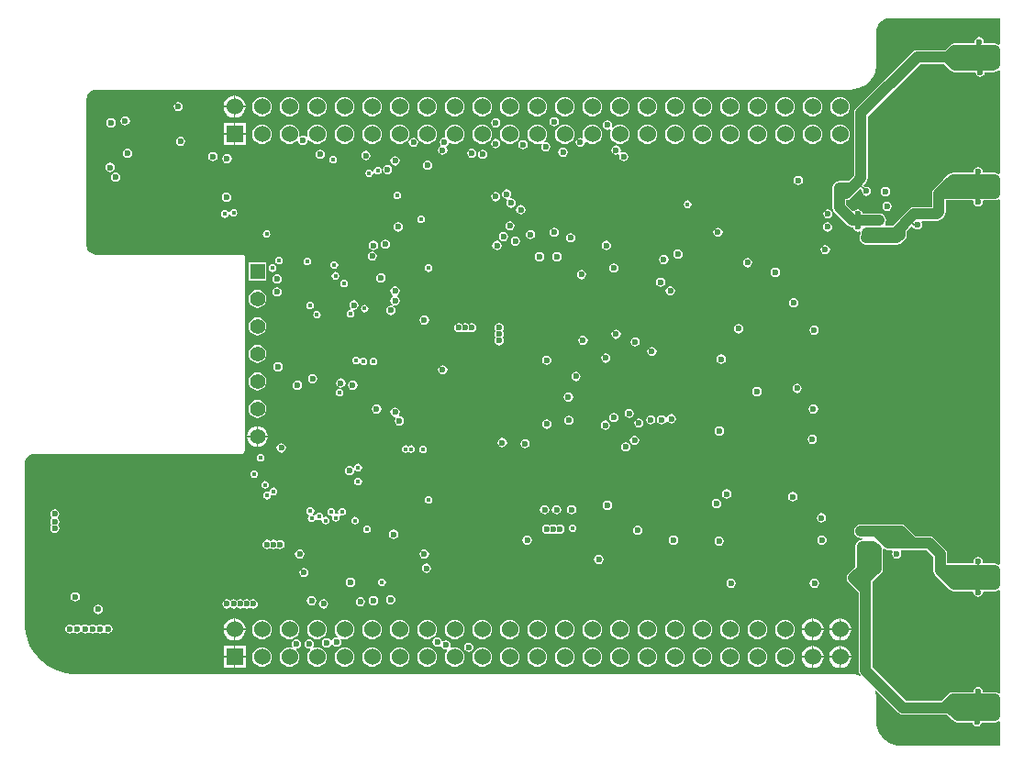
<source format=gbr>
G04 Layer_Physical_Order=2*
G04 Layer_Color=16440176*
%FSLAX45Y45*%
%MOMM*%
%TF.FileFunction,Copper,L2,Inr,Signal*%
%TF.Part,Single*%
G01*
G75*
%TA.AperFunction,Conductor*%
%ADD77C,0.35000*%
%ADD79C,0.20000*%
%ADD80C,1.00000*%
%TA.AperFunction,ComponentPad*%
%ADD91C,1.52400*%
%ADD92R,1.52400X1.52400*%
%ADD93C,1.40000*%
%ADD94R,1.40000X1.40000*%
%TA.AperFunction,ViaPad*%
%ADD95C,0.60000*%
%ADD96C,0.45000*%
G36*
X15595613Y8801126D02*
X15620000Y8796276D01*
X15657851D01*
X15664638Y8783576D01*
X15659966Y8776583D01*
X15656667Y8760000D01*
X15659966Y8743417D01*
X15669359Y8729359D01*
X15683417Y8719966D01*
X15700000Y8716667D01*
X15716582Y8719966D01*
X15730641Y8729359D01*
X15740034Y8743417D01*
X15743332Y8760000D01*
X15740034Y8776583D01*
X15735362Y8783576D01*
X15742149Y8796276D01*
X15973604D01*
X16036276Y8733604D01*
Y8610000D01*
X16041125Y8585614D01*
X16054939Y8564940D01*
X16114938Y8504941D01*
X16114940Y8504940D01*
X16184940Y8434941D01*
X16184940Y8434940D01*
X16205614Y8421126D01*
X16230000Y8416275D01*
X16230000Y8416276D01*
X16401517D01*
X16406667Y8410000D01*
X16409966Y8393417D01*
X16419359Y8379359D01*
X16433417Y8369966D01*
X16450000Y8366667D01*
X16466583Y8369966D01*
X16480641Y8379359D01*
X16490034Y8393417D01*
X16493333Y8410000D01*
X16498483Y8416276D01*
X16600002D01*
X16624387Y8421126D01*
X16636713Y8429362D01*
X16649413Y8422574D01*
Y7477426D01*
X16636713Y7470638D01*
X16624387Y7478874D01*
X16600002Y7483724D01*
X16498483D01*
X16493333Y7490000D01*
X16490034Y7506583D01*
X16480641Y7520641D01*
X16466583Y7530034D01*
X16450000Y7533333D01*
X16433417Y7530034D01*
X16419359Y7520641D01*
X16409966Y7506583D01*
X16406667Y7490000D01*
X16401517Y7483724D01*
X16220001D01*
X16220000Y7483725D01*
X16195615Y7478874D01*
X16174940Y7465060D01*
X16113605Y7403725D01*
X15786395D01*
X15473724Y7716396D01*
Y8430000D01*
Y8503604D01*
X15552560Y8582440D01*
X15566374Y8603114D01*
X15571225Y8627500D01*
X15571223Y8627501D01*
Y8802148D01*
X15572108Y8803055D01*
X15582735Y8809731D01*
X15595613Y8801126D01*
D02*
G37*
G36*
X16194940Y13224940D02*
X16215613Y13211127D01*
X16239999Y13206274D01*
X16427408D01*
X16429967Y13193417D01*
X16439359Y13179359D01*
X16453416Y13169966D01*
X16470000Y13166667D01*
X16486583Y13169966D01*
X16500641Y13179359D01*
X16510034Y13193417D01*
X16512592Y13206274D01*
X16590001D01*
X16614388Y13211127D01*
X16635062Y13224940D01*
X16636713Y13226591D01*
X16649413Y13221330D01*
Y12277426D01*
X16636713Y12270638D01*
X16624387Y12278874D01*
X16600002Y12283724D01*
X16498483D01*
X16493333Y12290000D01*
X16490034Y12306583D01*
X16480641Y12320641D01*
X16466583Y12330034D01*
X16450000Y12333333D01*
X16433417Y12330034D01*
X16419359Y12320641D01*
X16409966Y12306583D01*
X16406667Y12290000D01*
X16401517Y12283724D01*
X16220000D01*
X16195615Y12278874D01*
X16174940Y12265060D01*
X16124940Y12215060D01*
X16044940Y12135060D01*
X16031126Y12114386D01*
X16026276Y12090000D01*
Y11963724D01*
X15860001D01*
X15835612Y11958874D01*
X15814940Y11945060D01*
X15764941Y11895061D01*
X15764940Y11895060D01*
X15764938Y11895059D01*
X15661104Y11791224D01*
X15597852D01*
X15591063Y11803924D01*
X15598874Y11815614D01*
X15603725Y11840000D01*
X15598874Y11864386D01*
X15585060Y11885060D01*
X15564386Y11898874D01*
X15539999Y11903725D01*
X15382591D01*
X15380034Y11916583D01*
X15370641Y11930641D01*
X15356583Y11940034D01*
X15339999Y11943333D01*
X15323418Y11940034D01*
X15309360Y11930641D01*
X15306956Y11927047D01*
X15294318Y11925802D01*
X15233723Y11986396D01*
Y12027016D01*
X15254387Y12031126D01*
X15275060Y12044940D01*
X15363838Y12133718D01*
X15378474Y12119083D01*
X15376666Y12110000D01*
X15379967Y12093417D01*
X15389359Y12079359D01*
X15403416Y12069966D01*
X15420000Y12066667D01*
X15436583Y12069966D01*
X15450641Y12079359D01*
X15460034Y12093417D01*
X15463333Y12110000D01*
X15460034Y12126583D01*
X15450641Y12140641D01*
X15436583Y12150034D01*
X15420000Y12153333D01*
X15410918Y12151526D01*
X15396281Y12166161D01*
X15415060Y12184940D01*
X15428874Y12205613D01*
X15433725Y12230000D01*
Y12803604D01*
X15916396Y13286275D01*
X16133604D01*
X16194940Y13224940D01*
D02*
G37*
G36*
X16649413Y13467426D02*
X16636713Y13460638D01*
X16624387Y13468874D01*
X16600002Y13473724D01*
X16510104D01*
X16502048Y13483542D01*
X16503333Y13489999D01*
X16500034Y13506583D01*
X16490640Y13520641D01*
X16476582Y13530034D01*
X16460001Y13533333D01*
X16443417Y13530034D01*
X16429359Y13520641D01*
X16419966Y13506583D01*
X16416667Y13489999D01*
X16417952Y13483542D01*
X16409895Y13473724D01*
X16230000D01*
X16205614Y13468874D01*
X16184940Y13455060D01*
X16143604Y13413725D01*
X15889999D01*
X15865613Y13408875D01*
X15844940Y13395061D01*
X15324940Y12875060D01*
X15311127Y12854387D01*
X15306274Y12830000D01*
Y12256396D01*
X15253604Y12203725D01*
X15170000D01*
X15145615Y12198874D01*
X15124940Y12185060D01*
X15111127Y12164386D01*
X15106274Y12140000D01*
Y12090000D01*
Y11960000D01*
X15111127Y11935613D01*
X15124940Y11914940D01*
X15244940Y11794940D01*
X15265613Y11781126D01*
X15289999Y11776276D01*
X15297408D01*
X15299966Y11763417D01*
X15309360Y11749359D01*
X15323418Y11739966D01*
X15339999Y11736667D01*
X15353171Y11739287D01*
X15364500Y11731145D01*
X15363776Y11727500D01*
Y11708352D01*
X15361127Y11704387D01*
X15356274Y11680000D01*
X15361127Y11655613D01*
X15374940Y11634940D01*
X15395613Y11621126D01*
X15420000Y11616275D01*
X15700000D01*
X15724387Y11621126D01*
X15745061Y11634940D01*
X15775060Y11664940D01*
X15788873Y11685614D01*
X15793726Y11710000D01*
Y11743604D01*
X15838840Y11788718D01*
X15843777Y11783778D01*
X15851221Y11778805D01*
X15853326Y11778386D01*
X15859360Y11769359D01*
X15873418Y11759966D01*
X15889999Y11756667D01*
X15906583Y11759966D01*
X15920641Y11769359D01*
X15930034Y11783417D01*
X15933333Y11800000D01*
X15930034Y11816583D01*
X15925362Y11823575D01*
X15932150Y11836275D01*
X16070000D01*
X16094386Y11841126D01*
X16115060Y11854940D01*
X16135060Y11874940D01*
X16148874Y11895614D01*
X16153725Y11920000D01*
Y12026275D01*
X16399895D01*
X16407951Y12016458D01*
X16406667Y12010000D01*
X16409966Y11993417D01*
X16419359Y11979359D01*
X16433417Y11969966D01*
X16450000Y11966667D01*
X16466583Y11969966D01*
X16480641Y11979359D01*
X16490034Y11993417D01*
X16493333Y12010000D01*
X16492049Y12016458D01*
X16500105Y12026275D01*
X16600002D01*
X16624387Y12031126D01*
X16636713Y12039362D01*
X16649413Y12032574D01*
Y8667426D01*
X16636713Y8660638D01*
X16624387Y8668874D01*
X16600002Y8673725D01*
X16500105D01*
X16492049Y8683542D01*
X16493333Y8690000D01*
X16490034Y8706583D01*
X16480641Y8720641D01*
X16466583Y8730034D01*
X16450000Y8733333D01*
X16433417Y8730034D01*
X16419359Y8720641D01*
X16409966Y8706583D01*
X16406667Y8690000D01*
X16407951Y8683542D01*
X16399895Y8673725D01*
X16163725D01*
Y8760000D01*
X16158875Y8784387D01*
X16145061Y8805060D01*
X16045061Y8905060D01*
X16024387Y8918874D01*
X16000000Y8923725D01*
X15876396D01*
X15785060Y9015060D01*
X15764388Y9028874D01*
X15739999Y9033725D01*
X15370000D01*
X15345615Y9028874D01*
X15324940Y9015060D01*
X15311127Y8994386D01*
X15306274Y8970000D01*
X15311127Y8945614D01*
X15324940Y8924940D01*
X15345615Y8911126D01*
X15370000Y8906276D01*
X15379640D01*
X15380000Y8893725D01*
X15355614Y8888874D01*
X15334940Y8875060D01*
X15321126Y8854386D01*
X15316275Y8830000D01*
Y8646396D01*
X15254939Y8585060D01*
X15241125Y8564386D01*
X15236275Y8540000D01*
X15241125Y8515613D01*
X15254939Y8494940D01*
X15346275Y8403604D01*
Y7690000D01*
X15351126Y7665614D01*
X15362939Y7647934D01*
X15354977Y7637485D01*
X15349762Y7639646D01*
X15346808Y7640233D01*
X15344025Y7641386D01*
X15305571Y7649036D01*
X15303304D01*
X15301105Y7649586D01*
X15281500Y7650549D01*
X15280746Y7650438D01*
X15280000Y7650586D01*
X8127943Y7650587D01*
X8096653Y7650586D01*
X8034607Y7658755D01*
X7974162Y7674952D01*
X7916345Y7698903D01*
X7862152Y7730194D01*
X7812505Y7768292D01*
X7768258Y7812545D01*
X7730164Y7862196D01*
X7698878Y7916394D01*
X7674936Y7974211D01*
X7658744Y8034662D01*
X7650583Y8096705D01*
X7650586Y8127996D01*
X7650586Y8127998D01*
X7650586Y8128000D01*
X7650587Y9588500D01*
X7650584Y9588512D01*
X7650587Y9588524D01*
X7650579Y9598019D01*
X7654273Y9616648D01*
X7661534Y9634197D01*
X7672081Y9649989D01*
X7685511Y9663419D01*
X7701303Y9673966D01*
X7718851Y9681227D01*
X7737480Y9684921D01*
X7746976Y9684913D01*
X7746988Y9684915D01*
X7747000Y9684913D01*
X9651999Y9684914D01*
X9663704Y9687242D01*
X9673628Y9693872D01*
X9680258Y9703796D01*
X9682586Y9715501D01*
Y11492705D01*
X9683672Y11493826D01*
X9686172Y11496327D01*
X9688713Y11498785D01*
X9689998Y11499999D01*
X9689615Y11505840D01*
X9684783Y11516504D01*
X9676504Y11524782D01*
X9665840Y11529615D01*
X9660000Y11529998D01*
X9659999Y11529999D01*
X9648174Y11524086D01*
X8318499Y11524086D01*
X8318496Y11524086D01*
X8318494Y11524086D01*
X8308999Y11524085D01*
X8290371Y11527788D01*
X8272825Y11535054D01*
X8257035Y11545604D01*
X8243605Y11559034D01*
X8233054Y11574825D01*
X8225788Y11592372D01*
X8222085Y11610999D01*
X8222086Y11620494D01*
X8222086Y11620497D01*
X8222086Y11620499D01*
X8222085Y12953877D01*
X8222154Y12963271D01*
X8225999Y12981870D01*
X8233400Y12999359D01*
X8244074Y13015070D01*
X8257608Y13028392D01*
X8273484Y13038817D01*
X8291089Y13045943D01*
X8309746Y13049493D01*
X8319242Y13049416D01*
X8319370Y13049438D01*
X8319498Y13049414D01*
X15280000Y13049414D01*
X15280746Y13049562D01*
X15281500Y13049451D01*
X15301103Y13050414D01*
X15303302Y13050964D01*
X15305569D01*
X15344023Y13058612D01*
X15346806Y13059766D01*
X15349762Y13060353D01*
X15385983Y13075356D01*
X15388487Y13077029D01*
X15391273Y13078181D01*
X15423872Y13099965D01*
X15426003Y13102095D01*
X15428508Y13103769D01*
X15456232Y13131493D01*
X15457906Y13133997D01*
X15460036Y13136127D01*
X15481818Y13168727D01*
X15482970Y13171510D01*
X15484644Y13174014D01*
X15499648Y13210239D01*
X15500235Y13213193D01*
X15501389Y13215976D01*
X15509036Y13254430D01*
Y13256697D01*
X15509587Y13258897D01*
X15510548Y13278500D01*
X15510439Y13279253D01*
X15510587Y13280000D01*
X15510587Y13580000D01*
X15510587Y13592746D01*
X15515559Y13617749D01*
X15525314Y13641301D01*
X15539478Y13662497D01*
X15557503Y13680522D01*
X15578699Y13694685D01*
X15602251Y13704440D01*
X15627252Y13709413D01*
X15639998Y13709413D01*
X16649413Y13709415D01*
Y13467426D01*
D02*
G37*
G36*
X15714940Y7294940D02*
X15735614Y7281126D01*
X15760001Y7276276D01*
X16163605D01*
X16214938Y7224941D01*
X16214940Y7224940D01*
X16235614Y7211126D01*
X16260001Y7206275D01*
X16260001Y7206275D01*
X16397408D01*
X16399966Y7193417D01*
X16409360Y7179359D01*
X16423418Y7169966D01*
X16439999Y7166667D01*
X16456583Y7169966D01*
X16470641Y7179359D01*
X16480034Y7193417D01*
X16482591Y7206275D01*
X16600002D01*
X16624387Y7211126D01*
X16636713Y7219362D01*
X16649413Y7212574D01*
Y6990586D01*
X15739999Y6990587D01*
X15717403Y6990586D01*
X15673080Y6999403D01*
X15631331Y7016696D01*
X15593756Y7041803D01*
X15561803Y7073757D01*
X15536696Y7111331D01*
X15519402Y7153082D01*
X15510587Y7197403D01*
X15510587Y7219999D01*
X15510587Y7419999D01*
X15510439Y7420747D01*
X15510550Y7421503D01*
X15509586Y7441104D01*
X15509035Y7443303D01*
Y7445569D01*
X15501385Y7484022D01*
X15500233Y7486805D01*
X15499646Y7489760D01*
X15497626Y7494640D01*
X15508183Y7501695D01*
X15714940Y7294940D01*
D02*
G37*
%LPC*%
G36*
X15595000Y12148333D02*
X15578418Y12145034D01*
X15564360Y12135641D01*
X15554967Y12121583D01*
X15551668Y12105000D01*
X15554967Y12088418D01*
X15564360Y12074359D01*
X15578418Y12064966D01*
X15595000Y12061668D01*
X15611583Y12064966D01*
X15625641Y12074359D01*
X15635036Y12088418D01*
X15638333Y12105000D01*
X15635036Y12121583D01*
X15625641Y12135641D01*
X15611583Y12145034D01*
X15595000Y12148333D01*
D02*
G37*
G36*
X15610001Y12013333D02*
X15593417Y12010034D01*
X15579359Y12000641D01*
X15569966Y11986583D01*
X15566667Y11970000D01*
X15569966Y11953417D01*
X15579359Y11939359D01*
X15593417Y11929966D01*
X15610001Y11926667D01*
X15626582Y11929966D01*
X15640640Y11939359D01*
X15650034Y11953417D01*
X15653333Y11970000D01*
X15650034Y11986583D01*
X15640640Y12000641D01*
X15626582Y12010034D01*
X15610001Y12013333D01*
D02*
G37*
G36*
X12450000Y9213333D02*
X12433417Y9210034D01*
X12419359Y9200641D01*
X12409966Y9186583D01*
X12406667Y9170000D01*
X12409966Y9153417D01*
X12419359Y9139359D01*
X12433417Y9129966D01*
X12450000Y9126667D01*
X12466583Y9129966D01*
X12480641Y9139359D01*
X12490034Y9153417D01*
X12493333Y9170000D01*
X12490034Y9186583D01*
X12480641Y9200641D01*
X12466583Y9210034D01*
X12450000Y9213333D01*
D02*
G37*
G36*
X10480000Y9185685D02*
X10466344Y9182969D01*
X10454766Y9175233D01*
X10447031Y9163656D01*
X10444314Y9150000D01*
X10447031Y9136343D01*
X10454766Y9124766D01*
X10466344Y9117031D01*
X10480000Y9114314D01*
X10481242Y9114561D01*
X10482745Y9113739D01*
X10491017Y9103556D01*
X10489315Y9095000D01*
X10492031Y9081344D01*
X10499767Y9069766D01*
X10511344Y9062031D01*
X10525000Y9059314D01*
X10538657Y9062031D01*
X10550234Y9069766D01*
X10557969Y9081344D01*
X10560686Y9095000D01*
X10558276Y9107115D01*
X10562574Y9112402D01*
X10567865Y9116706D01*
X10579979Y9114296D01*
X10593635Y9117012D01*
X10605212Y9124748D01*
X10612948Y9136325D01*
X10615665Y9149982D01*
X10612948Y9163638D01*
X10605212Y9175215D01*
X10593635Y9182951D01*
X10579979Y9185667D01*
X10566323Y9182951D01*
X10554745Y9175215D01*
X10547010Y9163638D01*
X10544293Y9149982D01*
X10546703Y9137867D01*
X10542405Y9132580D01*
X10537114Y9128276D01*
X10525000Y9130686D01*
X10523758Y9130438D01*
X10522256Y9131261D01*
X10513984Y9141443D01*
X10515686Y9150000D01*
X10512969Y9163656D01*
X10505234Y9175233D01*
X10493656Y9182969D01*
X10480000Y9185685D01*
D02*
G37*
G36*
X12700000Y9213333D02*
X12683417Y9210034D01*
X12669359Y9200641D01*
X12659966Y9186583D01*
X12656667Y9170000D01*
X12659966Y9153417D01*
X12669359Y9139359D01*
X12683417Y9129966D01*
X12700000Y9126667D01*
X12716583Y9129966D01*
X12730641Y9139359D01*
X12740034Y9153417D01*
X12743333Y9170000D01*
X12740034Y9186583D01*
X12730641Y9200641D01*
X12716583Y9210034D01*
X12700000Y9213333D01*
D02*
G37*
G36*
X12560000D02*
X12543417Y9210034D01*
X12529359Y9200641D01*
X12519966Y9186583D01*
X12516667Y9170000D01*
X12519966Y9153417D01*
X12529359Y9139359D01*
X12543417Y9129966D01*
X12560000Y9126667D01*
X12576583Y9129966D01*
X12590641Y9139359D01*
X12600034Y9153417D01*
X12603333Y9170000D01*
X12600034Y9186583D01*
X12590641Y9200641D01*
X12576583Y9210034D01*
X12560000Y9213333D01*
D02*
G37*
G36*
X15005000Y9138332D02*
X14988417Y9135034D01*
X14974359Y9125641D01*
X14964964Y9111582D01*
X14961667Y9095000D01*
X14964964Y9078417D01*
X14974359Y9064359D01*
X14988417Y9054966D01*
X15005000Y9051667D01*
X15021582Y9054966D01*
X15035640Y9064359D01*
X15045033Y9078417D01*
X15048332Y9095000D01*
X15045033Y9111582D01*
X15035640Y9125641D01*
X15021582Y9135034D01*
X15005000Y9138332D01*
D02*
G37*
G36*
X12590000Y9033333D02*
X12573417Y9030034D01*
X12560000Y9021069D01*
X12546583Y9030034D01*
X12530000Y9033333D01*
X12513417Y9030034D01*
X12500000Y9021069D01*
X12486583Y9030034D01*
X12470000Y9033333D01*
X12453417Y9030034D01*
X12439359Y9020641D01*
X12429966Y9006583D01*
X12426667Y8990000D01*
X12429966Y8973417D01*
X12439359Y8959359D01*
X12453417Y8949966D01*
X12470000Y8946667D01*
X12486583Y8949966D01*
X12500000Y8958931D01*
X12513417Y8949966D01*
X12530000Y8946667D01*
X12546583Y8949966D01*
X12560000Y8958931D01*
X12573417Y8949966D01*
X12590000Y8946667D01*
X12606583Y8949966D01*
X12620641Y8959359D01*
X12630034Y8973417D01*
X12633333Y8990000D01*
X12630034Y9006583D01*
X12620641Y9020641D01*
X12606583Y9030034D01*
X12590000Y9033333D01*
D02*
G37*
G36*
X12710000Y9035686D02*
X12696344Y9032969D01*
X12684766Y9025234D01*
X12677031Y9013656D01*
X12674314Y9000000D01*
X12677031Y8986344D01*
X12684766Y8974766D01*
X12696344Y8967031D01*
X12710000Y8964314D01*
X12723656Y8967031D01*
X12735234Y8974766D01*
X12742969Y8986344D01*
X12745686Y9000000D01*
X12742969Y9013656D01*
X12735234Y9025234D01*
X12723656Y9032969D01*
X12710000Y9035686D01*
D02*
G37*
G36*
X10700000Y9105686D02*
X10686344Y9102969D01*
X10674766Y9095234D01*
X10667031Y9083656D01*
X10664314Y9070000D01*
X10667031Y9056344D01*
X10674766Y9044766D01*
X10686344Y9037031D01*
X10700000Y9034314D01*
X10713656Y9037031D01*
X10725234Y9044766D01*
X10732969Y9056344D01*
X10735686Y9070000D01*
X10732969Y9083656D01*
X10725234Y9095234D01*
X10713656Y9102969D01*
X10700000Y9105686D01*
D02*
G37*
G36*
X10290000Y9195686D02*
X10276344Y9192969D01*
X10264766Y9185234D01*
X10257031Y9173656D01*
X10254314Y9160000D01*
X10257031Y9146344D01*
X10264766Y9134766D01*
X10272953Y9129296D01*
X10274857Y9115909D01*
X10274766Y9115233D01*
X10267031Y9103656D01*
X10264314Y9090000D01*
X10267031Y9076344D01*
X10274766Y9064766D01*
X10286344Y9057031D01*
X10300000Y9054314D01*
X10313656Y9057031D01*
X10325234Y9064766D01*
X10332969Y9076344D01*
X10333463Y9078824D01*
X10337617Y9081008D01*
X10347262Y9083099D01*
X10356344Y9077031D01*
X10370000Y9074314D01*
X10383656Y9077031D01*
X10394314Y9070000D01*
X10397031Y9056344D01*
X10404766Y9044766D01*
X10416344Y9037031D01*
X10430000Y9034314D01*
X10443656Y9037031D01*
X10455234Y9044766D01*
X10462969Y9056344D01*
X10465686Y9070000D01*
X10462969Y9083656D01*
X10455234Y9095234D01*
X10443656Y9102969D01*
X10430000Y9105686D01*
X10416344Y9102969D01*
X10405686Y9110000D01*
X10402969Y9123656D01*
X10395234Y9135234D01*
X10383656Y9142969D01*
X10370000Y9145686D01*
X10356344Y9142969D01*
X10344766Y9135234D01*
X10337990Y9125092D01*
X10327485Y9121468D01*
X10324646Y9120817D01*
X10316202Y9126647D01*
X10315143Y9134091D01*
X10315234Y9134767D01*
X10322969Y9146344D01*
X10325686Y9160000D01*
X10322969Y9173656D01*
X10315234Y9185234D01*
X10303656Y9192969D01*
X10290000Y9195686D01*
D02*
G37*
G36*
X9869980Y9435667D02*
X9856324Y9432950D01*
X9844747Y9425215D01*
X9837011Y9413638D01*
X9834295Y9399981D01*
X9837011Y9386325D01*
X9844747Y9374748D01*
X9856324Y9367012D01*
X9869980Y9364295D01*
X9883637Y9367012D01*
X9895214Y9374748D01*
X9902949Y9386325D01*
X9905666Y9399981D01*
X9902949Y9413638D01*
X9895214Y9425215D01*
X9883637Y9432950D01*
X9869980Y9435667D01*
D02*
G37*
G36*
X9950000Y9375686D02*
X9936344Y9372969D01*
X9924766Y9365234D01*
X9917031Y9353656D01*
X9914314Y9340000D01*
X9903656Y9332969D01*
X9890000Y9335686D01*
X9876344Y9332969D01*
X9864766Y9325234D01*
X9857031Y9313656D01*
X9854314Y9300000D01*
X9857031Y9286344D01*
X9864766Y9274766D01*
X9876344Y9267031D01*
X9890000Y9264314D01*
X9903656Y9267031D01*
X9915234Y9274766D01*
X9922969Y9286344D01*
X9925686Y9300000D01*
X9936344Y9307031D01*
X9950000Y9304314D01*
X9963656Y9307031D01*
X9975234Y9314766D01*
X9982969Y9326344D01*
X9985686Y9340000D01*
X9982969Y9353656D01*
X9975234Y9365234D01*
X9963656Y9372969D01*
X9950000Y9375686D01*
D02*
G37*
G36*
X9770000Y9535686D02*
X9756344Y9532969D01*
X9744766Y9525234D01*
X9737031Y9513656D01*
X9734314Y9500000D01*
X9737031Y9486344D01*
X9744766Y9474766D01*
X9756344Y9467031D01*
X9770000Y9464314D01*
X9783656Y9467031D01*
X9795234Y9474766D01*
X9802969Y9486344D01*
X9805686Y9500000D01*
X9802969Y9513656D01*
X9795234Y9525234D01*
X9783656Y9532969D01*
X9770000Y9535686D01*
D02*
G37*
G36*
X10730000Y9465686D02*
X10716343Y9462969D01*
X10704766Y9455234D01*
X10697030Y9443657D01*
X10694314Y9430000D01*
X10697030Y9416344D01*
X10704766Y9404767D01*
X10716343Y9397031D01*
X10730000Y9394314D01*
X10743656Y9397031D01*
X10755233Y9404767D01*
X10762969Y9416344D01*
X10765685Y9430000D01*
X10762969Y9443657D01*
X10755233Y9455234D01*
X10743656Y9462969D01*
X10730000Y9465686D01*
D02*
G37*
G36*
X14130000Y9358333D02*
X14113417Y9355034D01*
X14099359Y9345641D01*
X14089966Y9331583D01*
X14086667Y9315000D01*
X14089966Y9298417D01*
X14099359Y9284359D01*
X14113417Y9274966D01*
X14130000Y9271667D01*
X14146584Y9274966D01*
X14160641Y9284359D01*
X14170033Y9298417D01*
X14173334Y9315000D01*
X14170033Y9331583D01*
X14160641Y9345641D01*
X14146584Y9355034D01*
X14130000Y9358333D01*
D02*
G37*
G36*
X14035690Y9271283D02*
X14019109Y9267985D01*
X14005049Y9258591D01*
X13995656Y9244533D01*
X13992358Y9227950D01*
X13995656Y9211368D01*
X14005049Y9197310D01*
X14019109Y9187916D01*
X14035690Y9184618D01*
X14052274Y9187916D01*
X14066331Y9197310D01*
X14075723Y9211368D01*
X14079024Y9227950D01*
X14075723Y9244533D01*
X14066331Y9258591D01*
X14052274Y9267985D01*
X14035690Y9271283D01*
D02*
G37*
G36*
X13030000Y9253333D02*
X13013417Y9250034D01*
X12999359Y9240641D01*
X12989966Y9226583D01*
X12986667Y9210000D01*
X12989966Y9193417D01*
X12999359Y9179359D01*
X13013417Y9169966D01*
X13030000Y9166667D01*
X13046582Y9169966D01*
X13060641Y9179359D01*
X13070033Y9193417D01*
X13073334Y9210000D01*
X13070033Y9226583D01*
X13060641Y9240641D01*
X13046582Y9250034D01*
X13030000Y9253333D01*
D02*
G37*
G36*
X14739970Y9333314D02*
X14723389Y9330016D01*
X14709331Y9320622D01*
X14699936Y9306564D01*
X14696638Y9289981D01*
X14699936Y9273399D01*
X14709331Y9259341D01*
X14723389Y9249947D01*
X14739970Y9246649D01*
X14756554Y9249947D01*
X14770612Y9259341D01*
X14780005Y9273399D01*
X14783302Y9289981D01*
X14780005Y9306564D01*
X14770612Y9320622D01*
X14756554Y9330016D01*
X14739970Y9333314D01*
D02*
G37*
G36*
X11380000Y9295686D02*
X11366344Y9292969D01*
X11354766Y9285234D01*
X11347031Y9273656D01*
X11344314Y9260000D01*
X11347031Y9246344D01*
X11354766Y9234766D01*
X11366344Y9227031D01*
X11380000Y9224314D01*
X11393656Y9227031D01*
X11405234Y9234766D01*
X11412969Y9246344D01*
X11415686Y9260000D01*
X11412969Y9273656D01*
X11405234Y9285234D01*
X11393656Y9292969D01*
X11380000Y9295686D01*
D02*
G37*
G36*
X12950000Y8753333D02*
X12933417Y8750034D01*
X12919359Y8740641D01*
X12909966Y8726583D01*
X12906667Y8710000D01*
X12909966Y8693417D01*
X12919359Y8679359D01*
X12933417Y8669966D01*
X12950000Y8666667D01*
X12966583Y8669966D01*
X12980641Y8679359D01*
X12990034Y8693417D01*
X12993333Y8710000D01*
X12990034Y8726583D01*
X12980641Y8740641D01*
X12966583Y8750034D01*
X12950000Y8753333D01*
D02*
G37*
G36*
X11360000Y8673333D02*
X11343417Y8670034D01*
X11329359Y8660641D01*
X11319966Y8646583D01*
X11316667Y8630000D01*
X11319966Y8613417D01*
X11329359Y8599359D01*
X11343417Y8589966D01*
X11360000Y8586667D01*
X11376583Y8589966D01*
X11390641Y8599359D01*
X11400034Y8613417D01*
X11403333Y8630000D01*
X11400034Y8646583D01*
X11390641Y8660641D01*
X11376583Y8670034D01*
X11360000Y8673333D01*
D02*
G37*
G36*
X11340000Y8803333D02*
X11323417Y8800034D01*
X11309359Y8790641D01*
X11299966Y8776583D01*
X11296667Y8760000D01*
X11299966Y8743417D01*
X11309359Y8729359D01*
X11323417Y8719966D01*
X11340000Y8716667D01*
X11356583Y8719966D01*
X11370641Y8729359D01*
X11380034Y8743417D01*
X11383333Y8760000D01*
X11380034Y8776583D01*
X11370641Y8790641D01*
X11356583Y8800034D01*
X11340000Y8803333D01*
D02*
G37*
G36*
X10190000D02*
X10173417Y8800034D01*
X10159359Y8790641D01*
X10149966Y8776583D01*
X10146667Y8760000D01*
X10149966Y8743417D01*
X10159359Y8729359D01*
X10173417Y8719966D01*
X10190000Y8716667D01*
X10206583Y8719966D01*
X10220641Y8729359D01*
X10230034Y8743417D01*
X10233333Y8760000D01*
X10230034Y8776583D01*
X10220641Y8790641D01*
X10206583Y8800034D01*
X10190000Y8803333D01*
D02*
G37*
G36*
X10230000Y8633333D02*
X10213417Y8630034D01*
X10199359Y8620641D01*
X10189966Y8606583D01*
X10186667Y8590000D01*
X10189966Y8573417D01*
X10199359Y8559359D01*
X10213417Y8549966D01*
X10230000Y8546667D01*
X10246583Y8549966D01*
X10260641Y8559359D01*
X10270034Y8573417D01*
X10273333Y8590000D01*
X10270034Y8606583D01*
X10260641Y8620641D01*
X10246583Y8630034D01*
X10230000Y8633333D01*
D02*
G37*
G36*
X14939999Y8533333D02*
X14923418Y8530034D01*
X14909360Y8520641D01*
X14899966Y8506583D01*
X14896667Y8490000D01*
X14899966Y8473417D01*
X14909360Y8459359D01*
X14923418Y8449966D01*
X14939999Y8446667D01*
X14956583Y8449966D01*
X14970641Y8459359D01*
X14980034Y8473417D01*
X14983333Y8490000D01*
X14980034Y8506583D01*
X14970641Y8520641D01*
X14956583Y8530034D01*
X14939999Y8533333D01*
D02*
G37*
G36*
X14169971Y8533316D02*
X14153389Y8530017D01*
X14139331Y8520624D01*
X14129938Y8506566D01*
X14126639Y8489983D01*
X14129938Y8473400D01*
X14139331Y8459342D01*
X14153389Y8449949D01*
X14169971Y8446650D01*
X14186554Y8449949D01*
X14200612Y8459342D01*
X14210007Y8473400D01*
X14213304Y8489983D01*
X14210007Y8506566D01*
X14200612Y8520624D01*
X14186554Y8530017D01*
X14169971Y8533316D01*
D02*
G37*
G36*
X10950000Y8535686D02*
X10936344Y8532969D01*
X10924766Y8525234D01*
X10917031Y8513656D01*
X10914314Y8500000D01*
X10917031Y8486344D01*
X10924766Y8474766D01*
X10936344Y8467031D01*
X10950000Y8464314D01*
X10963656Y8467031D01*
X10975234Y8474766D01*
X10982969Y8486344D01*
X10985686Y8500000D01*
X10982969Y8513656D01*
X10975234Y8525234D01*
X10963656Y8532969D01*
X10950000Y8535686D01*
D02*
G37*
G36*
X10660000Y8543333D02*
X10643417Y8540034D01*
X10629359Y8530641D01*
X10619966Y8516583D01*
X10616667Y8500000D01*
X10619966Y8483417D01*
X10629359Y8469359D01*
X10643417Y8459966D01*
X10660000Y8456667D01*
X10676583Y8459966D01*
X10690641Y8469359D01*
X10700034Y8483417D01*
X10703333Y8500000D01*
X10700034Y8516583D01*
X10690641Y8530641D01*
X10676583Y8540034D01*
X10660000Y8543333D01*
D02*
G37*
G36*
X13310001Y9023333D02*
X13293417Y9020034D01*
X13279359Y9010641D01*
X13269966Y8996583D01*
X13266667Y8980000D01*
X13269966Y8963417D01*
X13279359Y8949359D01*
X13293417Y8939966D01*
X13310001Y8936667D01*
X13326582Y8939966D01*
X13340640Y8949359D01*
X13350034Y8963417D01*
X13353333Y8980000D01*
X13350034Y8996583D01*
X13340640Y9010641D01*
X13326582Y9020034D01*
X13310001Y9023333D01*
D02*
G37*
G36*
X11057500Y8985833D02*
X11040917Y8982534D01*
X11026859Y8973141D01*
X11017466Y8959083D01*
X11014167Y8942500D01*
X11017466Y8925917D01*
X11026859Y8911859D01*
X11040917Y8902466D01*
X11057500Y8899167D01*
X11074083Y8902466D01*
X11088141Y8911859D01*
X11097534Y8925917D01*
X11100833Y8942500D01*
X11097534Y8959083D01*
X11088141Y8973141D01*
X11074083Y8982534D01*
X11057500Y8985833D01*
D02*
G37*
G36*
X7930000Y9173333D02*
X7913417Y9170034D01*
X7899359Y9160641D01*
X7889966Y9146583D01*
X7886667Y9130000D01*
X7889966Y9113417D01*
X7899359Y9099359D01*
Y9090640D01*
X7889966Y9076583D01*
X7886667Y9060000D01*
X7889966Y9043417D01*
X7898931Y9030000D01*
X7889966Y9016583D01*
X7886667Y9000000D01*
X7889966Y8983417D01*
X7899359Y8969359D01*
X7913417Y8959966D01*
X7930000Y8956667D01*
X7946583Y8959966D01*
X7960641Y8969359D01*
X7970034Y8983417D01*
X7973333Y9000000D01*
X7970034Y9016583D01*
X7961069Y9030000D01*
X7970034Y9043417D01*
X7973333Y9060000D01*
X7970034Y9076583D01*
X7960641Y9090640D01*
Y9099359D01*
X7970034Y9113417D01*
X7973333Y9130000D01*
X7970034Y9146583D01*
X7960641Y9160641D01*
X7946583Y9170034D01*
X7930000Y9173333D01*
D02*
G37*
G36*
X10809978Y9025668D02*
X10796322Y9022951D01*
X10784745Y9015216D01*
X10777009Y9003638D01*
X10774293Y8989982D01*
X10777009Y8976326D01*
X10784745Y8964748D01*
X10796322Y8957013D01*
X10809978Y8954296D01*
X10823635Y8957013D01*
X10835212Y8964748D01*
X10842948Y8976326D01*
X10845664Y8989982D01*
X10842948Y9003638D01*
X10835212Y9015216D01*
X10823635Y9022951D01*
X10809978Y9025668D01*
D02*
G37*
G36*
X9950000Y8893333D02*
X9933417Y8890034D01*
X9920000Y8881069D01*
X9906583Y8890034D01*
X9890000Y8893333D01*
X9873417Y8890034D01*
X9859359Y8880641D01*
X9849966Y8866583D01*
X9846667Y8850000D01*
X9849966Y8833417D01*
X9859359Y8819359D01*
X9873417Y8809966D01*
X9890000Y8806667D01*
X9906583Y8809966D01*
X9920000Y8818931D01*
X9933417Y8809966D01*
X9950000Y8806667D01*
X9966583Y8809966D01*
X9977627Y8817346D01*
X9990918Y8808466D01*
X10007500Y8805167D01*
X10024083Y8808466D01*
X10038141Y8817859D01*
X10047534Y8831917D01*
X10050833Y8848500D01*
X10047534Y8865083D01*
X10038141Y8879141D01*
X10024083Y8888534D01*
X10007500Y8891833D01*
X9990918Y8888534D01*
X9979873Y8881154D01*
X9966583Y8890034D01*
X9950000Y8893333D01*
D02*
G37*
G36*
X12290000Y8933333D02*
X12273417Y8930034D01*
X12259359Y8920641D01*
X12249966Y8906583D01*
X12246667Y8890000D01*
X12249966Y8873417D01*
X12259359Y8859359D01*
X12273417Y8849966D01*
X12290000Y8846667D01*
X12306583Y8849966D01*
X12320641Y8859359D01*
X12330034Y8873417D01*
X12333333Y8890000D01*
X12330034Y8906583D01*
X12320641Y8920641D01*
X12306583Y8930034D01*
X12290000Y8933333D01*
D02*
G37*
G36*
X14060001Y8923333D02*
X14043417Y8920034D01*
X14029359Y8910641D01*
X14019966Y8896583D01*
X14016667Y8880000D01*
X14019966Y8863417D01*
X14029359Y8849359D01*
X14043417Y8839966D01*
X14060001Y8836667D01*
X14076582Y8839966D01*
X14090640Y8849359D01*
X14100034Y8863417D01*
X14103333Y8880000D01*
X14100034Y8896583D01*
X14090640Y8910641D01*
X14076582Y8920034D01*
X14060001Y8923333D01*
D02*
G37*
G36*
X15010001Y8933333D02*
X14993417Y8930034D01*
X14979359Y8920641D01*
X14969966Y8906583D01*
X14966667Y8890000D01*
X14969966Y8873417D01*
X14979359Y8859359D01*
X14993417Y8849966D01*
X15010001Y8846667D01*
X15026582Y8849966D01*
X15040640Y8859359D01*
X15050034Y8873417D01*
X15053333Y8890000D01*
X15050034Y8906583D01*
X15040640Y8920641D01*
X15026582Y8930034D01*
X15010001Y8933333D01*
D02*
G37*
G36*
X13639999D02*
X13623418Y8930034D01*
X13609360Y8920641D01*
X13599966Y8906583D01*
X13596667Y8890000D01*
X13599966Y8873417D01*
X13609360Y8859359D01*
X13623418Y8849966D01*
X13639999Y8846667D01*
X13656583Y8849966D01*
X13670641Y8859359D01*
X13680034Y8873417D01*
X13683333Y8890000D01*
X13680034Y8906583D01*
X13670641Y8920641D01*
X13656583Y8930034D01*
X13639999Y8933333D01*
D02*
G37*
G36*
X14929970Y10143312D02*
X14913387Y10140014D01*
X14899329Y10130621D01*
X14889935Y10116562D01*
X14886636Y10099980D01*
X14889935Y10083397D01*
X14899329Y10069339D01*
X14913387Y10059946D01*
X14929970Y10056647D01*
X14946553Y10059946D01*
X14960611Y10069339D01*
X14970004Y10083397D01*
X14973303Y10099980D01*
X14970004Y10116562D01*
X14960611Y10130621D01*
X14946553Y10140014D01*
X14929970Y10143312D01*
D02*
G37*
G36*
X13620000Y10053333D02*
X13603416Y10050034D01*
X13589359Y10040641D01*
X13579967Y10026583D01*
X13579649Y10024991D01*
X13566167Y10022310D01*
X13560612Y10030621D01*
X13546555Y10040014D01*
X13529973Y10043313D01*
X13513390Y10040014D01*
X13499332Y10030621D01*
X13489938Y10016563D01*
X13486639Y9999980D01*
X13489938Y9983397D01*
X13499332Y9969339D01*
X13513390Y9959946D01*
X13529973Y9956647D01*
X13546555Y9959946D01*
X13560612Y9969339D01*
X13570007Y9983397D01*
X13570323Y9984989D01*
X13583806Y9987670D01*
X13589359Y9979359D01*
X13603416Y9969966D01*
X13620000Y9966667D01*
X13636583Y9969966D01*
X13650641Y9979359D01*
X13660034Y9993417D01*
X13663333Y10010000D01*
X13660034Y10026583D01*
X13650641Y10040641D01*
X13636583Y10050034D01*
X13620000Y10053333D01*
D02*
G37*
G36*
X12670000Y10253333D02*
X12653417Y10250034D01*
X12639359Y10240641D01*
X12629966Y10226583D01*
X12626667Y10210000D01*
X12629966Y10193417D01*
X12639359Y10179359D01*
X12653417Y10169966D01*
X12670000Y10166667D01*
X12686583Y10169966D01*
X12700641Y10179359D01*
X12710034Y10193417D01*
X12713333Y10210000D01*
X12710034Y10226583D01*
X12700641Y10240641D01*
X12686583Y10250034D01*
X12670000Y10253333D01*
D02*
G37*
G36*
X10900000Y10143333D02*
X10883417Y10140034D01*
X10869359Y10130641D01*
X10859966Y10116583D01*
X10856667Y10100000D01*
X10859966Y10083417D01*
X10869359Y10069359D01*
X10883417Y10059966D01*
X10900000Y10056667D01*
X10916583Y10059966D01*
X10930641Y10069359D01*
X10940034Y10083417D01*
X10943333Y10100000D01*
X10940034Y10116583D01*
X10930641Y10130641D01*
X10916583Y10140034D01*
X10900000Y10143333D01*
D02*
G37*
G36*
X9800000Y10183212D02*
X9778463Y10180377D01*
X9758394Y10172064D01*
X9741160Y10158840D01*
X9727936Y10141606D01*
X9719623Y10121537D01*
X9716788Y10100000D01*
X9719623Y10078463D01*
X9727936Y10058394D01*
X9741160Y10041161D01*
X9758394Y10027937D01*
X9778463Y10019624D01*
X9800000Y10016788D01*
X9821537Y10019624D01*
X9841606Y10027937D01*
X9858840Y10041161D01*
X9872064Y10058394D01*
X9880376Y10078463D01*
X9883212Y10100000D01*
X9880376Y10121537D01*
X9872064Y10141606D01*
X9858840Y10158840D01*
X9841606Y10172064D01*
X9821537Y10180377D01*
X9800000Y10183212D01*
D02*
G37*
G36*
X13429973Y10043313D02*
X13413390Y10040014D01*
X13399332Y10030621D01*
X13389938Y10016563D01*
X13386639Y9999980D01*
X13389938Y9983397D01*
X13399332Y9969339D01*
X13413390Y9959946D01*
X13429973Y9956647D01*
X13446556Y9959946D01*
X13460614Y9969339D01*
X13470007Y9983397D01*
X13473306Y9999980D01*
X13470007Y10016563D01*
X13460614Y10030621D01*
X13446556Y10040014D01*
X13429973Y10043313D01*
D02*
G37*
G36*
X12675000Y10038333D02*
X12658417Y10035035D01*
X12644359Y10025641D01*
X12634966Y10011583D01*
X12631667Y9995000D01*
X12634966Y9978418D01*
X12644359Y9964360D01*
X12658417Y9954966D01*
X12675000Y9951668D01*
X12691582Y9954966D01*
X12705641Y9964360D01*
X12715034Y9978418D01*
X12718332Y9995000D01*
X12715034Y10011583D01*
X12705641Y10025641D01*
X12691582Y10035035D01*
X12675000Y10038333D01*
D02*
G37*
G36*
X13230000Y10103333D02*
X13213417Y10100034D01*
X13199359Y10090641D01*
X13189966Y10076583D01*
X13186667Y10060000D01*
X13189966Y10043417D01*
X13199359Y10029359D01*
X13213417Y10019966D01*
X13230000Y10016667D01*
X13246584Y10019966D01*
X13260641Y10029359D01*
X13270033Y10043417D01*
X13273334Y10060000D01*
X13270033Y10076583D01*
X13260641Y10090641D01*
X13246584Y10100034D01*
X13230000Y10103333D01*
D02*
G37*
G36*
X13089999Y10063333D02*
X13073418Y10060034D01*
X13059360Y10050641D01*
X13049966Y10036583D01*
X13046667Y10020000D01*
X13049966Y10003417D01*
X13059360Y9989359D01*
X13073418Y9979966D01*
X13089999Y9976667D01*
X13106583Y9979966D01*
X13120641Y9989359D01*
X13130034Y10003417D01*
X13133333Y10020000D01*
X13130034Y10036583D01*
X13120641Y10050641D01*
X13106583Y10060034D01*
X13089999Y10063333D01*
D02*
G37*
G36*
X10570000Y10383333D02*
X10553417Y10380034D01*
X10539359Y10370641D01*
X10529966Y10356583D01*
X10526667Y10340000D01*
X10529966Y10323417D01*
X10539359Y10309359D01*
X10553417Y10299966D01*
X10570000Y10296667D01*
X10586583Y10299966D01*
X10600641Y10309359D01*
X10610034Y10323417D01*
X10613333Y10340000D01*
X10610034Y10356583D01*
X10600641Y10370641D01*
X10586583Y10380034D01*
X10570000Y10383333D01*
D02*
G37*
G36*
X10680000Y10363333D02*
X10663417Y10360034D01*
X10649359Y10350641D01*
X10639966Y10336583D01*
X10636667Y10320000D01*
X10639966Y10303417D01*
X10649359Y10289359D01*
X10663417Y10279966D01*
X10680000Y10276667D01*
X10696583Y10279966D01*
X10710641Y10289359D01*
X10720034Y10303417D01*
X10723333Y10320000D01*
X10720034Y10336583D01*
X10710641Y10350641D01*
X10696583Y10360034D01*
X10680000Y10363333D01*
D02*
G37*
G36*
X12740000Y10443333D02*
X12723417Y10440034D01*
X12709359Y10430641D01*
X12699966Y10416583D01*
X12696667Y10400000D01*
X12699966Y10383417D01*
X12709359Y10369359D01*
X12723417Y10359966D01*
X12740000Y10356667D01*
X12756583Y10359966D01*
X12770641Y10369359D01*
X12780034Y10383417D01*
X12783333Y10400000D01*
X12780034Y10416583D01*
X12770641Y10430641D01*
X12756583Y10440034D01*
X12740000Y10443333D01*
D02*
G37*
G36*
X10310000Y10423333D02*
X10293417Y10420034D01*
X10279359Y10410641D01*
X10269966Y10396583D01*
X10266667Y10380000D01*
X10269966Y10363417D01*
X10279359Y10349359D01*
X10293417Y10339966D01*
X10310000Y10336667D01*
X10326583Y10339966D01*
X10340641Y10349359D01*
X10350034Y10363417D01*
X10353333Y10380000D01*
X10350034Y10396583D01*
X10340641Y10410641D01*
X10326583Y10420034D01*
X10310000Y10423333D01*
D02*
G37*
G36*
X10170000Y10363333D02*
X10153417Y10360034D01*
X10139359Y10350641D01*
X10129966Y10336583D01*
X10126667Y10320000D01*
X10129966Y10303417D01*
X10139359Y10289359D01*
X10153417Y10279966D01*
X10170000Y10276667D01*
X10186583Y10279966D01*
X10200641Y10289359D01*
X10210034Y10303417D01*
X10213333Y10320000D01*
X10210034Y10336583D01*
X10200641Y10350641D01*
X10186583Y10360034D01*
X10170000Y10363333D01*
D02*
G37*
G36*
X14410001Y10303333D02*
X14393417Y10300034D01*
X14379359Y10290641D01*
X14369966Y10276583D01*
X14366667Y10260000D01*
X14369966Y10243417D01*
X14379359Y10229359D01*
X14393417Y10219966D01*
X14410001Y10216667D01*
X14426582Y10219966D01*
X14440640Y10229359D01*
X14450034Y10243417D01*
X14453333Y10260000D01*
X14450034Y10276583D01*
X14440640Y10290641D01*
X14426582Y10300034D01*
X14410001Y10303333D01*
D02*
G37*
G36*
X10560000Y10285686D02*
X10546344Y10282969D01*
X10534766Y10275234D01*
X10527031Y10263656D01*
X10524314Y10250000D01*
X10527031Y10236344D01*
X10534766Y10224766D01*
X10546344Y10217031D01*
X10560000Y10214314D01*
X10573656Y10217031D01*
X10585234Y10224766D01*
X10592969Y10236344D01*
X10595686Y10250000D01*
X10592969Y10263656D01*
X10585234Y10275234D01*
X10573656Y10282969D01*
X10560000Y10285686D01*
D02*
G37*
G36*
X9800000Y10437212D02*
X9778463Y10434377D01*
X9758394Y10426064D01*
X9741160Y10412840D01*
X9727936Y10395606D01*
X9719623Y10375537D01*
X9716788Y10354000D01*
X9719623Y10332463D01*
X9727936Y10312394D01*
X9741160Y10295161D01*
X9758394Y10281937D01*
X9778463Y10273624D01*
X9800000Y10270788D01*
X9821537Y10273624D01*
X9841606Y10281937D01*
X9858840Y10295161D01*
X9872064Y10312394D01*
X9880376Y10332463D01*
X9883212Y10354000D01*
X9880376Y10375537D01*
X9872064Y10395606D01*
X9858840Y10412840D01*
X9841606Y10426064D01*
X9821537Y10434377D01*
X9800000Y10437212D01*
D02*
G37*
G36*
X14780000Y10333333D02*
X14763417Y10330034D01*
X14749359Y10320641D01*
X14739966Y10306583D01*
X14736667Y10290000D01*
X14739966Y10273417D01*
X14749359Y10259359D01*
X14763417Y10249966D01*
X14780000Y10246667D01*
X14796584Y10249966D01*
X14810641Y10259359D01*
X14820033Y10273417D01*
X14823334Y10290000D01*
X14820033Y10306583D01*
X14810641Y10320641D01*
X14796584Y10330034D01*
X14780000Y10333333D01*
D02*
G37*
G36*
X11069999Y10113333D02*
X11053416Y10110034D01*
X11039358Y10100641D01*
X11029964Y10086583D01*
X11026666Y10070000D01*
X11029964Y10053417D01*
X11039358Y10039359D01*
X11053416Y10029966D01*
X11068333Y10026998D01*
X11072601Y10021015D01*
X11075459Y10014804D01*
X11069966Y10006583D01*
X11066667Y9990000D01*
X11069966Y9973417D01*
X11079359Y9959359D01*
X11093417Y9949966D01*
X11110000Y9946667D01*
X11126583Y9949966D01*
X11140641Y9959359D01*
X11150034Y9973417D01*
X11153333Y9990000D01*
X11150034Y10006583D01*
X11140641Y10020641D01*
X11126583Y10030034D01*
X11111666Y10033002D01*
X11107398Y10038985D01*
X11104539Y10045196D01*
X11110033Y10053417D01*
X11113331Y10070000D01*
X11110033Y10086583D01*
X11100639Y10100641D01*
X11086581Y10110034D01*
X11069999Y10113333D01*
D02*
G37*
G36*
X12060000Y9833333D02*
X12043417Y9830034D01*
X12029359Y9820641D01*
X12019966Y9806583D01*
X12016667Y9790000D01*
X12019966Y9773417D01*
X12029359Y9759359D01*
X12043417Y9749966D01*
X12060000Y9746667D01*
X12076583Y9749966D01*
X12090641Y9759359D01*
X12100034Y9773417D01*
X12103333Y9790000D01*
X12100034Y9806583D01*
X12090641Y9820641D01*
X12076583Y9830034D01*
X12060000Y9833333D01*
D02*
G37*
G36*
X12269975Y9823313D02*
X12253393Y9820015D01*
X12239334Y9810621D01*
X12229941Y9796563D01*
X12226643Y9779980D01*
X12229941Y9763398D01*
X12239334Y9749340D01*
X12253393Y9739946D01*
X12269975Y9736648D01*
X12286558Y9739946D01*
X12300616Y9749340D01*
X12310009Y9763398D01*
X12313308Y9779980D01*
X12310009Y9796563D01*
X12300616Y9810621D01*
X12286558Y9820015D01*
X12269975Y9823313D01*
D02*
G37*
G36*
X9792500Y9838500D02*
X9704764D01*
X9707056Y9821096D01*
X9716668Y9797889D01*
X9731960Y9777960D01*
X9751888Y9762669D01*
X9775096Y9753056D01*
X9792500Y9750764D01*
Y9838500D01*
D02*
G37*
G36*
X9895236D02*
X9807500D01*
Y9750764D01*
X9824904Y9753056D01*
X9848112Y9762669D01*
X9868040Y9777960D01*
X9883332Y9797889D01*
X9892944Y9821096D01*
X9895236Y9838500D01*
D02*
G37*
G36*
X13200000Y9793333D02*
X13183417Y9790034D01*
X13169359Y9780641D01*
X13159966Y9766583D01*
X13156667Y9750000D01*
X13159966Y9733417D01*
X13169359Y9719359D01*
X13183417Y9709966D01*
X13200000Y9706667D01*
X13216583Y9709966D01*
X13230641Y9719359D01*
X13240034Y9733417D01*
X13243333Y9750000D01*
X13240034Y9766583D01*
X13230641Y9780641D01*
X13216583Y9790034D01*
X13200000Y9793333D01*
D02*
G37*
G36*
X9830000Y9685686D02*
X9816344Y9682969D01*
X9804766Y9675234D01*
X9797031Y9663656D01*
X9794314Y9650000D01*
X9797031Y9636344D01*
X9804766Y9624766D01*
X9816344Y9617031D01*
X9830000Y9614314D01*
X9843656Y9617031D01*
X9855234Y9624766D01*
X9862969Y9636344D01*
X9865686Y9650000D01*
X9862969Y9663656D01*
X9855234Y9675234D01*
X9843656Y9682969D01*
X9830000Y9685686D01*
D02*
G37*
G36*
X10730000Y9595686D02*
X10716344Y9592969D01*
X10704766Y9585234D01*
X10697031Y9573656D01*
X10694772Y9562301D01*
X10687452Y9559151D01*
X10682049Y9558482D01*
X10680619Y9560622D01*
X10666561Y9570015D01*
X10649979Y9573314D01*
X10633396Y9570015D01*
X10619338Y9560622D01*
X10609944Y9546564D01*
X10606646Y9529981D01*
X10609944Y9513398D01*
X10619338Y9499340D01*
X10633396Y9489947D01*
X10649979Y9486648D01*
X10666561Y9489947D01*
X10680619Y9499340D01*
X10690013Y9513398D01*
X10693169Y9529264D01*
X10697031Y9531535D01*
X10701056Y9533216D01*
X10705392Y9534348D01*
X10716344Y9527031D01*
X10730000Y9524314D01*
X10743656Y9527031D01*
X10755234Y9534766D01*
X10762969Y9546344D01*
X10765686Y9560000D01*
X10762969Y9573656D01*
X10755234Y9585234D01*
X10743656Y9592969D01*
X10730000Y9595686D01*
D02*
G37*
G36*
X10020000Y9783333D02*
X10003417Y9780034D01*
X9989359Y9770641D01*
X9979966Y9756583D01*
X9976667Y9740000D01*
X9979966Y9723417D01*
X9989359Y9709359D01*
X10003417Y9699966D01*
X10020000Y9696667D01*
X10036583Y9699966D01*
X10050641Y9709359D01*
X10060034Y9723417D01*
X10063333Y9740000D01*
X10060034Y9756583D01*
X10050641Y9770641D01*
X10036583Y9780034D01*
X10020000Y9783333D01*
D02*
G37*
G36*
X11330000Y9761686D02*
X11316344Y9758970D01*
X11304766Y9751234D01*
X11297031Y9739657D01*
X11294314Y9726000D01*
X11297031Y9712344D01*
X11304766Y9700767D01*
X11316344Y9693031D01*
X11330000Y9690315D01*
X11343656Y9693031D01*
X11355234Y9700767D01*
X11362969Y9712344D01*
X11365686Y9726000D01*
X11362969Y9739657D01*
X11355234Y9751234D01*
X11343656Y9758970D01*
X11330000Y9761686D01*
D02*
G37*
G36*
X13010001Y9993333D02*
X12993417Y9990034D01*
X12979359Y9980641D01*
X12969966Y9966583D01*
X12966667Y9950000D01*
X12969966Y9933417D01*
X12979359Y9919359D01*
X12993417Y9909966D01*
X13010001Y9906667D01*
X13026582Y9909966D01*
X13040640Y9919359D01*
X13050034Y9933417D01*
X13053333Y9950000D01*
X13050034Y9966583D01*
X13040640Y9980641D01*
X13026582Y9990034D01*
X13010001Y9993333D01*
D02*
G37*
G36*
X14062500Y9940833D02*
X14045917Y9937534D01*
X14031859Y9928141D01*
X14022466Y9914083D01*
X14019167Y9897500D01*
X14022466Y9880917D01*
X14031859Y9866859D01*
X14045917Y9857466D01*
X14062500Y9854167D01*
X14079083Y9857466D01*
X14093141Y9866859D01*
X14102534Y9880917D01*
X14105833Y9897500D01*
X14102534Y9914083D01*
X14093141Y9928141D01*
X14079083Y9937534D01*
X14062500Y9940833D01*
D02*
G37*
G36*
X13319974Y10013313D02*
X13303391Y10010014D01*
X13289333Y10000621D01*
X13279939Y9986563D01*
X13276640Y9969980D01*
X13279939Y9953397D01*
X13289333Y9939339D01*
X13303391Y9929946D01*
X13319974Y9926647D01*
X13336555Y9929946D01*
X13350613Y9939339D01*
X13360008Y9953397D01*
X13363306Y9969980D01*
X13360008Y9986563D01*
X13350613Y10000621D01*
X13336555Y10010014D01*
X13319974Y10013313D01*
D02*
G37*
G36*
X12470000Y10003333D02*
X12453417Y10000034D01*
X12439359Y9990641D01*
X12429966Y9976583D01*
X12426667Y9960000D01*
X12429966Y9943417D01*
X12439359Y9929359D01*
X12453417Y9919966D01*
X12470000Y9916667D01*
X12486583Y9919966D01*
X12500641Y9929359D01*
X12510034Y9943417D01*
X12513333Y9960000D01*
X12510034Y9976583D01*
X12500641Y9990641D01*
X12486583Y10000034D01*
X12470000Y10003333D01*
D02*
G37*
G36*
X9807500Y9941236D02*
Y9853500D01*
X9895236D01*
X9892944Y9870905D01*
X9883332Y9894112D01*
X9868040Y9914040D01*
X9848112Y9929332D01*
X9824904Y9938945D01*
X9807500Y9941236D01*
D02*
G37*
G36*
X13279973Y9853313D02*
X13263391Y9850015D01*
X13249333Y9840621D01*
X13239938Y9826563D01*
X13236641Y9809980D01*
X13239938Y9793398D01*
X13249333Y9779340D01*
X13263391Y9769946D01*
X13279973Y9766648D01*
X13296556Y9769946D01*
X13310614Y9779340D01*
X13320007Y9793398D01*
X13323306Y9809980D01*
X13320007Y9826563D01*
X13310614Y9840621D01*
X13296556Y9850015D01*
X13279973Y9853313D01*
D02*
G37*
G36*
X11220000Y9765686D02*
X11206344Y9762969D01*
X11195000Y9755390D01*
X11183656Y9762969D01*
X11170000Y9765686D01*
X11156344Y9762969D01*
X11144766Y9755234D01*
X11137031Y9743656D01*
X11134314Y9730000D01*
X11137031Y9716344D01*
X11144766Y9704766D01*
X11156344Y9697031D01*
X11170000Y9694314D01*
X11183656Y9697031D01*
X11195000Y9704610D01*
X11206344Y9697031D01*
X11220000Y9694314D01*
X11233656Y9697031D01*
X11245234Y9704766D01*
X11252969Y9716344D01*
X11255686Y9730000D01*
X11252969Y9743656D01*
X11245234Y9755234D01*
X11233656Y9762969D01*
X11220000Y9765686D01*
D02*
G37*
G36*
X9792500Y9941236D02*
X9775096Y9938945D01*
X9751888Y9929332D01*
X9731960Y9914040D01*
X9716668Y9894112D01*
X9707056Y9870905D01*
X9704764Y9853500D01*
X9792500D01*
Y9941236D01*
D02*
G37*
G36*
X14920000Y9863333D02*
X14903416Y9860034D01*
X14889359Y9850641D01*
X14879967Y9836583D01*
X14876666Y9820000D01*
X14879967Y9803417D01*
X14889359Y9789359D01*
X14903416Y9779966D01*
X14920000Y9776667D01*
X14936583Y9779966D01*
X14950641Y9789359D01*
X14960034Y9803417D01*
X14963333Y9820000D01*
X14960034Y9836583D01*
X14950641Y9850641D01*
X14936583Y9860034D01*
X14920000Y9863333D01*
D02*
G37*
G36*
X9760000Y8343333D02*
X9743417Y8340034D01*
X9730000Y8331069D01*
X9716583Y8340034D01*
X9700000Y8343333D01*
X9683417Y8340034D01*
X9670000Y8331069D01*
X9656583Y8340034D01*
X9640000Y8343333D01*
X9623417Y8340034D01*
X9610000Y8331069D01*
X9596583Y8340034D01*
X9580000Y8343333D01*
X9563417Y8340034D01*
X9550000Y8331069D01*
X9536583Y8340034D01*
X9520000Y8343333D01*
X9503417Y8340034D01*
X9489359Y8330641D01*
X9479966Y8316583D01*
X9476667Y8300000D01*
X9479966Y8283417D01*
X9489359Y8269359D01*
X9503417Y8259966D01*
X9520000Y8256667D01*
X9536583Y8259966D01*
X9550000Y8268931D01*
X9563417Y8259966D01*
X9580000Y8256667D01*
X9596583Y8259966D01*
X9610000Y8268931D01*
X9623417Y8259966D01*
X9640000Y8256667D01*
X9656583Y8259966D01*
X9670000Y8268931D01*
X9683417Y8259966D01*
X9700000Y8256667D01*
X9716583Y8259966D01*
X9730000Y8268931D01*
X9743417Y8259966D01*
X9760000Y8256667D01*
X9776583Y8259966D01*
X9790641Y8269359D01*
X9800034Y8283417D01*
X9803333Y8300000D01*
X9800034Y8316583D01*
X9790641Y8330641D01*
X9776583Y8340034D01*
X9760000Y8343333D01*
D02*
G37*
G36*
X14668500Y7899965D02*
X14645345Y7896917D01*
X14623767Y7887979D01*
X14605238Y7873761D01*
X14591022Y7855233D01*
X14582083Y7833655D01*
X14579034Y7810500D01*
X14582083Y7787345D01*
X14591022Y7765767D01*
X14605238Y7747239D01*
X14623767Y7733021D01*
X14645345Y7724083D01*
X14668500Y7721035D01*
X14691655Y7724083D01*
X14713232Y7733021D01*
X14731761Y7747239D01*
X14745979Y7765767D01*
X14754916Y7787345D01*
X14757965Y7810500D01*
X14754916Y7833655D01*
X14745979Y7855233D01*
X14731761Y7873761D01*
X14713232Y7887979D01*
X14691655Y7896917D01*
X14668500Y7899965D01*
D02*
G37*
G36*
X14414500D02*
X14391345Y7896917D01*
X14369768Y7887979D01*
X14351239Y7873761D01*
X14337021Y7855233D01*
X14328082Y7833655D01*
X14325035Y7810500D01*
X14328082Y7787345D01*
X14337021Y7765767D01*
X14351239Y7747239D01*
X14369768Y7733021D01*
X14391345Y7724083D01*
X14414500Y7721035D01*
X14437656Y7724083D01*
X14459233Y7733021D01*
X14477760Y7747239D01*
X14491978Y7765767D01*
X14500917Y7787345D01*
X14503966Y7810500D01*
X14500917Y7833655D01*
X14491978Y7855233D01*
X14477760Y7873761D01*
X14459233Y7887979D01*
X14437656Y7896917D01*
X14414500Y7899965D01*
D02*
G37*
G36*
X14914999Y7911990D02*
X14895976Y7909485D01*
X14871262Y7899248D01*
X14850038Y7882962D01*
X14833752Y7861738D01*
X14823515Y7837023D01*
X14821010Y7818000D01*
X14914999D01*
Y7911990D01*
D02*
G37*
G36*
X9581000Y7912100D02*
X9486900D01*
Y7818000D01*
X9581000D01*
Y7912100D01*
D02*
G37*
G36*
X14160500Y7899965D02*
X14137344Y7896917D01*
X14115767Y7887979D01*
X14097240Y7873761D01*
X14083022Y7855233D01*
X14074083Y7833655D01*
X14071034Y7810500D01*
X14074083Y7787345D01*
X14083022Y7765767D01*
X14097240Y7747239D01*
X14115767Y7733021D01*
X14137344Y7724083D01*
X14160500Y7721035D01*
X14183655Y7724083D01*
X14205232Y7733021D01*
X14223761Y7747239D01*
X14237979Y7765767D01*
X14246918Y7787345D01*
X14249965Y7810500D01*
X14246918Y7833655D01*
X14237979Y7855233D01*
X14223761Y7873761D01*
X14205232Y7887979D01*
X14183655Y7896917D01*
X14160500Y7899965D01*
D02*
G37*
G36*
X13398500D02*
X13375345Y7896917D01*
X13353767Y7887979D01*
X13335239Y7873761D01*
X13321021Y7855233D01*
X13312083Y7833655D01*
X13309035Y7810500D01*
X13312083Y7787345D01*
X13321021Y7765767D01*
X13335239Y7747239D01*
X13353767Y7733021D01*
X13375345Y7724083D01*
X13398500Y7721035D01*
X13421655Y7724083D01*
X13443233Y7733021D01*
X13461761Y7747239D01*
X13475980Y7765767D01*
X13484917Y7787345D01*
X13487965Y7810500D01*
X13484917Y7833655D01*
X13475980Y7855233D01*
X13461761Y7873761D01*
X13443233Y7887979D01*
X13421655Y7896917D01*
X13398500Y7899965D01*
D02*
G37*
G36*
X13144501D02*
X13121346Y7896917D01*
X13099767Y7887979D01*
X13081239Y7873761D01*
X13067021Y7855233D01*
X13058083Y7833655D01*
X13055035Y7810500D01*
X13058083Y7787345D01*
X13067021Y7765767D01*
X13081239Y7747239D01*
X13099767Y7733021D01*
X13121346Y7724083D01*
X13144501Y7721035D01*
X13167654Y7724083D01*
X13189233Y7733021D01*
X13207761Y7747239D01*
X13221979Y7765767D01*
X13230917Y7787345D01*
X13233965Y7810500D01*
X13230917Y7833655D01*
X13221979Y7855233D01*
X13207761Y7873761D01*
X13189233Y7887979D01*
X13167654Y7896917D01*
X13144501Y7899965D01*
D02*
G37*
G36*
X13906500D02*
X13883345Y7896917D01*
X13861768Y7887979D01*
X13843239Y7873761D01*
X13829021Y7855233D01*
X13820084Y7833655D01*
X13817035Y7810500D01*
X13820084Y7787345D01*
X13829021Y7765767D01*
X13843239Y7747239D01*
X13861768Y7733021D01*
X13883345Y7724083D01*
X13906500Y7721035D01*
X13929655Y7724083D01*
X13951233Y7733021D01*
X13969762Y7747239D01*
X13983978Y7765767D01*
X13992917Y7787345D01*
X13995966Y7810500D01*
X13992917Y7833655D01*
X13983978Y7855233D01*
X13969762Y7873761D01*
X13951233Y7887979D01*
X13929655Y7896917D01*
X13906500Y7899965D01*
D02*
G37*
G36*
X13652499D02*
X13629346Y7896917D01*
X13607767Y7887979D01*
X13589240Y7873761D01*
X13575021Y7855233D01*
X13566083Y7833655D01*
X13563036Y7810500D01*
X13566083Y7787345D01*
X13575021Y7765767D01*
X13589240Y7747239D01*
X13607767Y7733021D01*
X13629346Y7724083D01*
X13652499Y7721035D01*
X13675655Y7724083D01*
X13697234Y7733021D01*
X13715761Y7747239D01*
X13729979Y7765767D01*
X13738918Y7787345D01*
X13741965Y7810500D01*
X13738918Y7833655D01*
X13729979Y7855233D01*
X13715761Y7873761D01*
X13697234Y7887979D01*
X13675655Y7896917D01*
X13652499Y7899965D01*
D02*
G37*
G36*
X9581000Y8057000D02*
X9487010D01*
X9489515Y8037977D01*
X9499752Y8013262D01*
X9516038Y7992038D01*
X9537262Y7975752D01*
X9561977Y7965515D01*
X9581000Y7963010D01*
Y8057000D01*
D02*
G37*
G36*
X10160000Y7973333D02*
X10143417Y7970034D01*
X10129359Y7960641D01*
X10119966Y7946583D01*
X10116667Y7930000D01*
X10119966Y7913417D01*
X10123151Y7908650D01*
X10122838Y7907600D01*
X10115337Y7897485D01*
X10096500Y7899965D01*
X10073345Y7896917D01*
X10051767Y7887979D01*
X10033239Y7873761D01*
X10019021Y7855233D01*
X10010083Y7833655D01*
X10007035Y7810500D01*
X10010083Y7787345D01*
X10019021Y7765767D01*
X10033239Y7747239D01*
X10051767Y7733021D01*
X10073345Y7724083D01*
X10096500Y7721035D01*
X10119655Y7724083D01*
X10141233Y7733021D01*
X10159761Y7747239D01*
X10173979Y7765767D01*
X10182917Y7787345D01*
X10185965Y7810500D01*
X10182917Y7833655D01*
X10173979Y7855233D01*
X10159761Y7873761D01*
X10158835Y7874472D01*
X10159160Y7877872D01*
X10163022Y7887268D01*
X10176583Y7889966D01*
X10190641Y7899359D01*
X10200034Y7913417D01*
X10203333Y7930000D01*
X10200034Y7946583D01*
X10190641Y7960641D01*
X10176583Y7970034D01*
X10160000Y7973333D01*
D02*
G37*
G36*
X15169000Y8057000D02*
X15075011D01*
X15077515Y8037977D01*
X15087752Y8013262D01*
X15104037Y7992038D01*
X15125262Y7975752D01*
X15149977Y7965515D01*
X15169000Y7963010D01*
Y8057000D01*
D02*
G37*
G36*
X14914999D02*
X14821010D01*
X14823515Y8037977D01*
X14833752Y8013262D01*
X14850038Y7992038D01*
X14871262Y7975752D01*
X14895976Y7965515D01*
X14914999Y7963010D01*
Y8057000D01*
D02*
G37*
G36*
X11750000Y7943333D02*
X11733417Y7940034D01*
X11719359Y7930641D01*
X11709966Y7916583D01*
X11706667Y7900000D01*
X11709966Y7883417D01*
X11719359Y7869359D01*
X11733417Y7859966D01*
X11750000Y7856667D01*
X11766583Y7859966D01*
X11780641Y7869359D01*
X11790034Y7883417D01*
X11793333Y7900000D01*
X11790034Y7916583D01*
X11780641Y7930641D01*
X11766583Y7940034D01*
X11750000Y7943333D01*
D02*
G37*
G36*
X9690100Y7912100D02*
X9596000D01*
Y7818000D01*
X9690100D01*
Y7912100D01*
D02*
G37*
G36*
X15169000Y7911990D02*
X15149977Y7909485D01*
X15125262Y7899248D01*
X15104037Y7882962D01*
X15087752Y7861738D01*
X15077515Y7837023D01*
X15075011Y7818000D01*
X15169000D01*
Y7911990D01*
D02*
G37*
G36*
X15184000D02*
Y7818000D01*
X15277991D01*
X15275485Y7837023D01*
X15265248Y7861738D01*
X15248962Y7882962D01*
X15227737Y7899248D01*
X15203023Y7909485D01*
X15184000Y7911990D01*
D02*
G37*
G36*
X14930000D02*
Y7818000D01*
X15023990D01*
X15021484Y7837023D01*
X15011247Y7861738D01*
X14994962Y7882962D01*
X14973738Y7899248D01*
X14949023Y7909485D01*
X14930000Y7911990D01*
D02*
G37*
G36*
X9842500Y7899965D02*
X9819345Y7896917D01*
X9797767Y7887979D01*
X9779239Y7873761D01*
X9765021Y7855233D01*
X9756083Y7833655D01*
X9753035Y7810500D01*
X9756083Y7787345D01*
X9765021Y7765767D01*
X9779239Y7747239D01*
X9797767Y7733021D01*
X9819345Y7724083D01*
X9842500Y7721035D01*
X9865655Y7724083D01*
X9887233Y7733021D01*
X9905761Y7747239D01*
X9919979Y7765767D01*
X9928917Y7787345D01*
X9931965Y7810500D01*
X9928917Y7833655D01*
X9919979Y7855233D01*
X9905761Y7873761D01*
X9887233Y7887979D01*
X9865655Y7896917D01*
X9842500Y7899965D01*
D02*
G37*
G36*
X15277991Y7803000D02*
X15184000D01*
Y7709010D01*
X15203023Y7711515D01*
X15227737Y7721752D01*
X15248962Y7738038D01*
X15265248Y7759262D01*
X15275485Y7783977D01*
X15277991Y7803000D01*
D02*
G37*
G36*
X10604500Y7899965D02*
X10581345Y7896917D01*
X10559767Y7887979D01*
X10541239Y7873761D01*
X10527021Y7855233D01*
X10518083Y7833655D01*
X10515035Y7810500D01*
X10518083Y7787345D01*
X10527021Y7765767D01*
X10541239Y7747239D01*
X10559767Y7733021D01*
X10581345Y7724083D01*
X10604500Y7721035D01*
X10627655Y7724083D01*
X10649233Y7733021D01*
X10667761Y7747239D01*
X10681979Y7765767D01*
X10690917Y7787345D01*
X10693965Y7810500D01*
X10690917Y7833655D01*
X10681979Y7855233D01*
X10667761Y7873761D01*
X10649233Y7887979D01*
X10627655Y7896917D01*
X10604500Y7899965D01*
D02*
G37*
G36*
X10280000Y7973333D02*
X10263417Y7970034D01*
X10249359Y7960641D01*
X10239966Y7946583D01*
X10236667Y7930000D01*
X10239966Y7913417D01*
X10249359Y7899359D01*
X10263417Y7889966D01*
X10280000Y7886667D01*
X10284313Y7887525D01*
X10289695Y7875647D01*
X10287239Y7873761D01*
X10273021Y7855233D01*
X10264083Y7833655D01*
X10261035Y7810500D01*
X10264083Y7787345D01*
X10273021Y7765767D01*
X10287239Y7747239D01*
X10305767Y7733021D01*
X10327345Y7724083D01*
X10350500Y7721035D01*
X10373655Y7724083D01*
X10395233Y7733021D01*
X10413761Y7747239D01*
X10427979Y7765767D01*
X10436917Y7787345D01*
X10439965Y7810500D01*
X10436917Y7833655D01*
X10427979Y7855233D01*
X10413761Y7873761D01*
X10395233Y7887979D01*
X10373655Y7896917D01*
X10350500Y7899965D01*
X10327345Y7896917D01*
X10323112Y7895164D01*
X10314692Y7905423D01*
X10320034Y7913417D01*
X10323333Y7930000D01*
X10320034Y7946583D01*
X10310641Y7960641D01*
X10296583Y7970034D01*
X10280000Y7973333D01*
D02*
G37*
G36*
X15023990Y7803000D02*
X14930000D01*
Y7709010D01*
X14949023Y7711515D01*
X14973738Y7721752D01*
X14994962Y7738038D01*
X15011247Y7759262D01*
X15021484Y7783977D01*
X15023990Y7803000D01*
D02*
G37*
G36*
X9690100D02*
X9596000D01*
Y7708900D01*
X9690100D01*
Y7803000D01*
D02*
G37*
G36*
X9581000D02*
X9486900D01*
Y7708900D01*
X9581000D01*
Y7803000D01*
D02*
G37*
G36*
X15169000D02*
X15075011D01*
X15077515Y7783977D01*
X15087752Y7759262D01*
X15104037Y7738038D01*
X15125262Y7721752D01*
X15149977Y7711515D01*
X15169000Y7709010D01*
Y7803000D01*
D02*
G37*
G36*
X14914999D02*
X14821010D01*
X14823515Y7783977D01*
X14833752Y7759262D01*
X14850038Y7738038D01*
X14871262Y7721752D01*
X14895976Y7711515D01*
X14914999Y7709010D01*
Y7803000D01*
D02*
G37*
G36*
X12382500Y7899965D02*
X12359345Y7896917D01*
X12337767Y7887979D01*
X12319239Y7873761D01*
X12305021Y7855233D01*
X12296083Y7833655D01*
X12293035Y7810500D01*
X12296083Y7787345D01*
X12305021Y7765767D01*
X12319239Y7747239D01*
X12337767Y7733021D01*
X12359345Y7724083D01*
X12382500Y7721035D01*
X12405655Y7724083D01*
X12427233Y7733021D01*
X12445761Y7747239D01*
X12459979Y7765767D01*
X12468917Y7787345D01*
X12471965Y7810500D01*
X12468917Y7833655D01*
X12459979Y7855233D01*
X12445761Y7873761D01*
X12427233Y7887979D01*
X12405655Y7896917D01*
X12382500Y7899965D01*
D02*
G37*
G36*
X12128500D02*
X12105345Y7896917D01*
X12083767Y7887979D01*
X12065239Y7873761D01*
X12051021Y7855233D01*
X12042083Y7833655D01*
X12039035Y7810500D01*
X12042083Y7787345D01*
X12051021Y7765767D01*
X12065239Y7747239D01*
X12083767Y7733021D01*
X12105345Y7724083D01*
X12128500Y7721035D01*
X12151655Y7724083D01*
X12173233Y7733021D01*
X12191761Y7747239D01*
X12205979Y7765767D01*
X12214917Y7787345D01*
X12217965Y7810500D01*
X12214917Y7833655D01*
X12205979Y7855233D01*
X12191761Y7873761D01*
X12173233Y7887979D01*
X12151655Y7896917D01*
X12128500Y7899965D01*
D02*
G37*
G36*
X12890500D02*
X12867345Y7896917D01*
X12845767Y7887979D01*
X12827238Y7873761D01*
X12813020Y7855233D01*
X12804083Y7833655D01*
X12801035Y7810500D01*
X12804083Y7787345D01*
X12813020Y7765767D01*
X12827238Y7747239D01*
X12845767Y7733021D01*
X12867345Y7724083D01*
X12890500Y7721035D01*
X12913655Y7724083D01*
X12935233Y7733021D01*
X12953761Y7747239D01*
X12967979Y7765767D01*
X12976917Y7787345D01*
X12979965Y7810500D01*
X12976917Y7833655D01*
X12967979Y7855233D01*
X12953761Y7873761D01*
X12935233Y7887979D01*
X12913655Y7896917D01*
X12890500Y7899965D01*
D02*
G37*
G36*
X12636500D02*
X12613345Y7896917D01*
X12591767Y7887979D01*
X12573239Y7873761D01*
X12559021Y7855233D01*
X12550083Y7833655D01*
X12547035Y7810500D01*
X12550083Y7787345D01*
X12559021Y7765767D01*
X12573239Y7747239D01*
X12591767Y7733021D01*
X12613345Y7724083D01*
X12636500Y7721035D01*
X12659655Y7724083D01*
X12681233Y7733021D01*
X12699761Y7747239D01*
X12713979Y7765767D01*
X12722917Y7787345D01*
X12725965Y7810500D01*
X12722917Y7833655D01*
X12713979Y7855233D01*
X12699761Y7873761D01*
X12681233Y7887979D01*
X12659655Y7896917D01*
X12636500Y7899965D01*
D02*
G37*
G36*
X11874500D02*
X11851345Y7896917D01*
X11829767Y7887979D01*
X11811239Y7873761D01*
X11797021Y7855233D01*
X11788083Y7833655D01*
X11785035Y7810500D01*
X11788083Y7787345D01*
X11797021Y7765767D01*
X11811239Y7747239D01*
X11829767Y7733021D01*
X11851345Y7724083D01*
X11874500Y7721035D01*
X11897655Y7724083D01*
X11919233Y7733021D01*
X11937761Y7747239D01*
X11951979Y7765767D01*
X11960917Y7787345D01*
X11963965Y7810500D01*
X11960917Y7833655D01*
X11951979Y7855233D01*
X11937761Y7873761D01*
X11919233Y7887979D01*
X11897655Y7896917D01*
X11874500Y7899965D01*
D02*
G37*
G36*
X11112500D02*
X11089345Y7896917D01*
X11067767Y7887979D01*
X11049239Y7873761D01*
X11035021Y7855233D01*
X11026083Y7833655D01*
X11023035Y7810500D01*
X11026083Y7787345D01*
X11035021Y7765767D01*
X11049239Y7747239D01*
X11067767Y7733021D01*
X11089345Y7724083D01*
X11112500Y7721035D01*
X11135655Y7724083D01*
X11157233Y7733021D01*
X11175761Y7747239D01*
X11189979Y7765767D01*
X11198917Y7787345D01*
X11201965Y7810500D01*
X11198917Y7833655D01*
X11189979Y7855233D01*
X11175761Y7873761D01*
X11157233Y7887979D01*
X11135655Y7896917D01*
X11112500Y7899965D01*
D02*
G37*
G36*
X10858500D02*
X10835345Y7896917D01*
X10813767Y7887979D01*
X10795239Y7873761D01*
X10781021Y7855233D01*
X10772083Y7833655D01*
X10769035Y7810500D01*
X10772083Y7787345D01*
X10781021Y7765767D01*
X10795239Y7747239D01*
X10813767Y7733021D01*
X10835345Y7724083D01*
X10858500Y7721035D01*
X10881655Y7724083D01*
X10903233Y7733021D01*
X10921761Y7747239D01*
X10935979Y7765767D01*
X10944917Y7787345D01*
X10947965Y7810500D01*
X10944917Y7833655D01*
X10935979Y7855233D01*
X10921761Y7873761D01*
X10903233Y7887979D01*
X10881655Y7896917D01*
X10858500Y7899965D01*
D02*
G37*
G36*
X11460000Y7993333D02*
X11443417Y7990034D01*
X11429359Y7980641D01*
X11419966Y7966583D01*
X11416667Y7950000D01*
X11419966Y7933417D01*
X11429359Y7919359D01*
X11443417Y7909966D01*
X11460000Y7906667D01*
X11476583Y7909966D01*
X11484620Y7915336D01*
X11498600Y7910152D01*
X11499943Y7903402D01*
X11509336Y7889343D01*
X11523394Y7879950D01*
X11539977Y7876652D01*
X11544073Y7877466D01*
X11551239Y7865943D01*
X11543021Y7855233D01*
X11534083Y7833655D01*
X11531035Y7810500D01*
X11534083Y7787345D01*
X11543021Y7765767D01*
X11557239Y7747239D01*
X11575767Y7733021D01*
X11597345Y7724083D01*
X11620500Y7721035D01*
X11643655Y7724083D01*
X11665233Y7733021D01*
X11683761Y7747239D01*
X11697979Y7765767D01*
X11706917Y7787345D01*
X11709965Y7810500D01*
X11706917Y7833655D01*
X11697979Y7855233D01*
X11683761Y7873761D01*
X11665233Y7887979D01*
X11643655Y7896917D01*
X11620500Y7899965D01*
X11597345Y7896917D01*
X11588506Y7893256D01*
X11580011Y7903402D01*
X11583310Y7919984D01*
X11580011Y7936567D01*
X11570618Y7950625D01*
X11556560Y7960018D01*
X11539977Y7963317D01*
X11523394Y7960018D01*
X11515357Y7954648D01*
X11501377Y7959832D01*
X11500034Y7966583D01*
X11490641Y7980641D01*
X11476583Y7990034D01*
X11460000Y7993333D01*
D02*
G37*
G36*
X11366500Y7899965D02*
X11343345Y7896917D01*
X11321767Y7887979D01*
X11303239Y7873761D01*
X11289021Y7855233D01*
X11280083Y7833655D01*
X11277035Y7810500D01*
X11280083Y7787345D01*
X11289021Y7765767D01*
X11303239Y7747239D01*
X11321767Y7733021D01*
X11343345Y7724083D01*
X11366500Y7721035D01*
X11389655Y7724083D01*
X11411233Y7733021D01*
X11429761Y7747239D01*
X11443979Y7765767D01*
X11452917Y7787345D01*
X11455965Y7810500D01*
X11452917Y7833655D01*
X11443979Y7855233D01*
X11429761Y7873761D01*
X11411233Y7887979D01*
X11389655Y7896917D01*
X11366500Y7899965D01*
D02*
G37*
G36*
X9689990Y8057000D02*
X9596000D01*
Y7963010D01*
X9615023Y7965515D01*
X9639738Y7975752D01*
X9660962Y7992038D01*
X9677248Y8013262D01*
X9687485Y8037977D01*
X9689990Y8057000D01*
D02*
G37*
G36*
X15169000Y8165990D02*
X15149977Y8163485D01*
X15125262Y8153248D01*
X15104037Y8136962D01*
X15087752Y8115738D01*
X15077515Y8091023D01*
X15075011Y8072000D01*
X15169000D01*
Y8165990D01*
D02*
G37*
G36*
X14914999D02*
X14895976Y8163485D01*
X14871262Y8153248D01*
X14850038Y8136962D01*
X14833752Y8115738D01*
X14823515Y8091023D01*
X14821010Y8072000D01*
X14914999D01*
Y8165990D01*
D02*
G37*
G36*
X14930000D02*
Y8072000D01*
X15023990D01*
X15021484Y8091023D01*
X15011247Y8115738D01*
X14994962Y8136962D01*
X14973738Y8153248D01*
X14949023Y8163485D01*
X14930000Y8165990D01*
D02*
G37*
G36*
X9596000D02*
Y8072000D01*
X9689990D01*
X9687485Y8091023D01*
X9677248Y8115738D01*
X9660962Y8136962D01*
X9639738Y8153248D01*
X9615023Y8163485D01*
X9596000Y8165990D01*
D02*
G37*
G36*
X9581000D02*
X9561977Y8163485D01*
X9537262Y8153248D01*
X9516038Y8136962D01*
X9499752Y8115738D01*
X9489515Y8091023D01*
X9487010Y8072000D01*
X9581000D01*
Y8165990D01*
D02*
G37*
G36*
X14414500Y8153965D02*
X14391345Y8150917D01*
X14369768Y8141979D01*
X14351239Y8127761D01*
X14337021Y8109233D01*
X14328082Y8087655D01*
X14325035Y8064500D01*
X14328082Y8041345D01*
X14337021Y8019767D01*
X14351239Y8001239D01*
X14369768Y7987021D01*
X14391345Y7978083D01*
X14414500Y7975035D01*
X14437656Y7978083D01*
X14459233Y7987021D01*
X14477760Y8001239D01*
X14491978Y8019767D01*
X14500917Y8041345D01*
X14503966Y8064500D01*
X14500917Y8087655D01*
X14491978Y8109233D01*
X14477760Y8127761D01*
X14459233Y8141979D01*
X14437656Y8150917D01*
X14414500Y8153965D01*
D02*
G37*
G36*
X14160500D02*
X14137344Y8150917D01*
X14115767Y8141979D01*
X14097240Y8127761D01*
X14083022Y8109233D01*
X14074083Y8087655D01*
X14071034Y8064500D01*
X14074083Y8041345D01*
X14083022Y8019767D01*
X14097240Y8001239D01*
X14115767Y7987021D01*
X14137344Y7978083D01*
X14160500Y7975035D01*
X14183655Y7978083D01*
X14205232Y7987021D01*
X14223761Y8001239D01*
X14237979Y8019767D01*
X14246918Y8041345D01*
X14249965Y8064500D01*
X14246918Y8087655D01*
X14237979Y8109233D01*
X14223761Y8127761D01*
X14205232Y8141979D01*
X14183655Y8150917D01*
X14160500Y8153965D01*
D02*
G37*
G36*
X10604500D02*
X10581345Y8150917D01*
X10559767Y8141979D01*
X10541239Y8127761D01*
X10527021Y8109233D01*
X10518083Y8087655D01*
X10515035Y8064500D01*
X10518083Y8041345D01*
X10527021Y8019767D01*
X10540091Y8002734D01*
X10538487Y7997562D01*
X10533628Y7991070D01*
X10531924Y7991409D01*
X10515341Y7988111D01*
X10501283Y7978717D01*
X10491889Y7964659D01*
X10491169Y7961038D01*
X10490708Y7960853D01*
X10477953Y7959697D01*
X10470641Y7970641D01*
X10456583Y7980034D01*
X10440000Y7983333D01*
X10423417Y7980034D01*
X10409359Y7970641D01*
X10399966Y7956583D01*
X10396667Y7940000D01*
X10399966Y7923417D01*
X10409359Y7909359D01*
X10423417Y7899966D01*
X10440000Y7896667D01*
X10456583Y7899966D01*
X10470641Y7909359D01*
X10480034Y7923417D01*
X10480755Y7927039D01*
X10481216Y7927223D01*
X10493970Y7928380D01*
X10501283Y7917436D01*
X10515341Y7908042D01*
X10531924Y7904744D01*
X10548506Y7908042D01*
X10562564Y7917436D01*
X10571958Y7931494D01*
X10575256Y7948077D01*
X10571958Y7964659D01*
X10568664Y7969589D01*
X10577083Y7979848D01*
X10581345Y7978083D01*
X10604500Y7975035D01*
X10627655Y7978083D01*
X10649233Y7987021D01*
X10667761Y8001239D01*
X10681979Y8019767D01*
X10690917Y8041345D01*
X10693965Y8064500D01*
X10690917Y8087655D01*
X10681979Y8109233D01*
X10667761Y8127761D01*
X10649233Y8141979D01*
X10627655Y8150917D01*
X10604500Y8153965D01*
D02*
G37*
G36*
X14668500D02*
X14645345Y8150917D01*
X14623767Y8141979D01*
X14605238Y8127761D01*
X14591022Y8109233D01*
X14582083Y8087655D01*
X14579034Y8064500D01*
X14582083Y8041345D01*
X14591022Y8019767D01*
X14605238Y8001239D01*
X14623767Y7987021D01*
X14645345Y7978083D01*
X14668500Y7975035D01*
X14691655Y7978083D01*
X14713232Y7987021D01*
X14731761Y8001239D01*
X14745979Y8019767D01*
X14754916Y8041345D01*
X14757965Y8064500D01*
X14754916Y8087655D01*
X14745979Y8109233D01*
X14731761Y8127761D01*
X14713232Y8141979D01*
X14691655Y8150917D01*
X14668500Y8153965D01*
D02*
G37*
G36*
X10870000Y8373333D02*
X10853417Y8370034D01*
X10839359Y8360641D01*
X10829966Y8346583D01*
X10826667Y8330000D01*
X10829966Y8313417D01*
X10839359Y8299359D01*
X10853417Y8289966D01*
X10870000Y8286667D01*
X10886583Y8289966D01*
X10900641Y8299359D01*
X10910034Y8313417D01*
X10913333Y8330000D01*
X10910034Y8346583D01*
X10900641Y8360641D01*
X10886583Y8370034D01*
X10870000Y8373333D01*
D02*
G37*
G36*
X10300000D02*
X10283417Y8370034D01*
X10269359Y8360641D01*
X10259966Y8346583D01*
X10256667Y8330000D01*
X10259966Y8313417D01*
X10269359Y8299359D01*
X10283417Y8289966D01*
X10300000Y8286667D01*
X10316583Y8289966D01*
X10330641Y8299359D01*
X10340034Y8313417D01*
X10343333Y8330000D01*
X10340034Y8346583D01*
X10330641Y8360641D01*
X10316583Y8370034D01*
X10300000Y8373333D01*
D02*
G37*
G36*
X8120000Y8408901D02*
X8103417Y8405602D01*
X8089359Y8396209D01*
X8079966Y8382151D01*
X8076667Y8365568D01*
X8079966Y8348986D01*
X8089359Y8334927D01*
X8103417Y8325534D01*
X8120000Y8322236D01*
X8136583Y8325534D01*
X8150641Y8334927D01*
X8160034Y8348986D01*
X8163333Y8365568D01*
X8160034Y8382151D01*
X8150641Y8396209D01*
X8136583Y8405602D01*
X8120000Y8408901D01*
D02*
G37*
G36*
X11030000Y8383333D02*
X11013417Y8380034D01*
X10999359Y8370641D01*
X10989966Y8356583D01*
X10986667Y8340000D01*
X10989966Y8323417D01*
X10999359Y8309359D01*
X11013417Y8299966D01*
X11030000Y8296667D01*
X11046583Y8299966D01*
X11060641Y8309359D01*
X11070034Y8323417D01*
X11073333Y8340000D01*
X11070034Y8356583D01*
X11060641Y8370641D01*
X11046583Y8380034D01*
X11030000Y8383333D01*
D02*
G37*
G36*
X10750000Y8363333D02*
X10733417Y8360034D01*
X10719359Y8350641D01*
X10709966Y8336583D01*
X10706667Y8320000D01*
X10709966Y8303417D01*
X10719359Y8289359D01*
X10733417Y8279966D01*
X10750000Y8276667D01*
X10766583Y8279966D01*
X10780641Y8289359D01*
X10790034Y8303417D01*
X10793333Y8320000D01*
X10790034Y8336583D01*
X10780641Y8350641D01*
X10766583Y8360034D01*
X10750000Y8363333D01*
D02*
G37*
G36*
X8420000Y8113333D02*
X8403417Y8110034D01*
X8393892Y8103669D01*
X8385000Y8101637D01*
X8376108Y8103669D01*
X8366583Y8110034D01*
X8350000Y8113333D01*
X8333417Y8110034D01*
X8323892Y8103669D01*
X8315000Y8101637D01*
X8306108Y8103669D01*
X8296583Y8110034D01*
X8280000Y8113333D01*
X8263417Y8110034D01*
X8253892Y8103669D01*
X8245000Y8101637D01*
X8236108Y8103669D01*
X8226583Y8110034D01*
X8210000Y8113333D01*
X8193417Y8110034D01*
X8179360Y8100641D01*
X8170641D01*
X8156583Y8110034D01*
X8140000Y8113333D01*
X8123417Y8110034D01*
X8113892Y8103669D01*
X8105000Y8101637D01*
X8096109Y8103669D01*
X8086583Y8110034D01*
X8070000Y8113333D01*
X8053417Y8110034D01*
X8039359Y8100641D01*
X8029966Y8086583D01*
X8026667Y8070000D01*
X8029966Y8053417D01*
X8039359Y8039359D01*
X8053417Y8029966D01*
X8070000Y8026667D01*
X8086583Y8029966D01*
X8096109Y8036331D01*
X8105000Y8038363D01*
X8113892Y8036331D01*
X8123417Y8029966D01*
X8140000Y8026667D01*
X8156583Y8029966D01*
X8170641Y8039359D01*
X8179360D01*
X8193417Y8029966D01*
X8210000Y8026667D01*
X8226583Y8029966D01*
X8236108Y8036331D01*
X8245000Y8038363D01*
X8253892Y8036331D01*
X8263417Y8029966D01*
X8280000Y8026667D01*
X8296583Y8029966D01*
X8306108Y8036331D01*
X8315000Y8038363D01*
X8323892Y8036331D01*
X8333417Y8029966D01*
X8350000Y8026667D01*
X8366583Y8029966D01*
X8376108Y8036331D01*
X8385000Y8038363D01*
X8393892Y8036331D01*
X8403417Y8029966D01*
X8420000Y8026667D01*
X8436583Y8029966D01*
X8450641Y8039359D01*
X8460034Y8053417D01*
X8463333Y8070000D01*
X8460034Y8086583D01*
X8450641Y8100641D01*
X8436583Y8110034D01*
X8420000Y8113333D01*
D02*
G37*
G36*
X15184000Y8165990D02*
Y8072000D01*
X15277991D01*
X15275485Y8091023D01*
X15265248Y8115738D01*
X15248962Y8136962D01*
X15227737Y8153248D01*
X15203023Y8163485D01*
X15184000Y8165990D01*
D02*
G37*
G36*
X10410000Y8343333D02*
X10393417Y8340034D01*
X10379359Y8330641D01*
X10369966Y8316583D01*
X10366667Y8300000D01*
X10369966Y8283417D01*
X10379359Y8269359D01*
X10393417Y8259966D01*
X10410000Y8256667D01*
X10426583Y8259966D01*
X10440641Y8269359D01*
X10450034Y8283417D01*
X10453333Y8300000D01*
X10450034Y8316583D01*
X10440641Y8330641D01*
X10426583Y8340034D01*
X10410000Y8343333D01*
D02*
G37*
G36*
X8330000Y8293333D02*
X8313417Y8290034D01*
X8299359Y8280641D01*
X8289966Y8266583D01*
X8286667Y8250000D01*
X8289966Y8233417D01*
X8299359Y8219359D01*
X8313417Y8209966D01*
X8330000Y8206667D01*
X8346583Y8209966D01*
X8360641Y8219359D01*
X8370034Y8233417D01*
X8373333Y8250000D01*
X8370034Y8266583D01*
X8360641Y8280641D01*
X8346583Y8290034D01*
X8330000Y8293333D01*
D02*
G37*
G36*
X11112500Y8153965D02*
X11089345Y8150917D01*
X11067767Y8141979D01*
X11049239Y8127761D01*
X11035021Y8109233D01*
X11026083Y8087655D01*
X11023035Y8064500D01*
X11026083Y8041345D01*
X11035021Y8019767D01*
X11049239Y8001239D01*
X11067767Y7987021D01*
X11089345Y7978083D01*
X11112500Y7975035D01*
X11135655Y7978083D01*
X11157233Y7987021D01*
X11175761Y8001239D01*
X11189979Y8019767D01*
X11198917Y8041345D01*
X11201965Y8064500D01*
X11198917Y8087655D01*
X11189979Y8109233D01*
X11175761Y8127761D01*
X11157233Y8141979D01*
X11135655Y8150917D01*
X11112500Y8153965D01*
D02*
G37*
G36*
X10858500D02*
X10835345Y8150917D01*
X10813767Y8141979D01*
X10795239Y8127761D01*
X10781021Y8109233D01*
X10772083Y8087655D01*
X10769035Y8064500D01*
X10772083Y8041345D01*
X10781021Y8019767D01*
X10795239Y8001239D01*
X10813767Y7987021D01*
X10835345Y7978083D01*
X10858500Y7975035D01*
X10881655Y7978083D01*
X10903233Y7987021D01*
X10921761Y8001239D01*
X10935979Y8019767D01*
X10944917Y8041345D01*
X10947965Y8064500D01*
X10944917Y8087655D01*
X10935979Y8109233D01*
X10921761Y8127761D01*
X10903233Y8141979D01*
X10881655Y8150917D01*
X10858500Y8153965D01*
D02*
G37*
G36*
X11620500D02*
X11597345Y8150917D01*
X11575767Y8141979D01*
X11557239Y8127761D01*
X11543021Y8109233D01*
X11534083Y8087655D01*
X11531035Y8064500D01*
X11534083Y8041345D01*
X11543021Y8019767D01*
X11557239Y8001239D01*
X11575767Y7987021D01*
X11597345Y7978083D01*
X11620500Y7975035D01*
X11643655Y7978083D01*
X11665233Y7987021D01*
X11683761Y8001239D01*
X11697979Y8019767D01*
X11706917Y8041345D01*
X11709965Y8064500D01*
X11706917Y8087655D01*
X11697979Y8109233D01*
X11683761Y8127761D01*
X11665233Y8141979D01*
X11643655Y8150917D01*
X11620500Y8153965D01*
D02*
G37*
G36*
X11366500D02*
X11343345Y8150917D01*
X11321767Y8141979D01*
X11303239Y8127761D01*
X11289021Y8109233D01*
X11280083Y8087655D01*
X11277035Y8064500D01*
X11280083Y8041345D01*
X11289021Y8019767D01*
X11303239Y8001239D01*
X11321767Y7987021D01*
X11343345Y7978083D01*
X11366500Y7975035D01*
X11389655Y7978083D01*
X11411233Y7987021D01*
X11429761Y8001239D01*
X11443979Y8019767D01*
X11452917Y8041345D01*
X11455965Y8064500D01*
X11452917Y8087655D01*
X11443979Y8109233D01*
X11429761Y8127761D01*
X11411233Y8141979D01*
X11389655Y8150917D01*
X11366500Y8153965D01*
D02*
G37*
G36*
X10350500D02*
X10327345Y8150917D01*
X10305767Y8141979D01*
X10287239Y8127761D01*
X10273021Y8109233D01*
X10264083Y8087655D01*
X10261035Y8064500D01*
X10264083Y8041345D01*
X10273021Y8019767D01*
X10287239Y8001239D01*
X10305767Y7987021D01*
X10327345Y7978083D01*
X10350500Y7975035D01*
X10373655Y7978083D01*
X10395233Y7987021D01*
X10413761Y8001239D01*
X10427979Y8019767D01*
X10436917Y8041345D01*
X10439965Y8064500D01*
X10436917Y8087655D01*
X10427979Y8109233D01*
X10413761Y8127761D01*
X10395233Y8141979D01*
X10373655Y8150917D01*
X10350500Y8153965D01*
D02*
G37*
G36*
X15277991Y8057000D02*
X15184000D01*
Y7963010D01*
X15203023Y7965515D01*
X15227737Y7975752D01*
X15248962Y7992038D01*
X15265248Y8013262D01*
X15275485Y8037977D01*
X15277991Y8057000D01*
D02*
G37*
G36*
X15023990D02*
X14930000D01*
Y7963010D01*
X14949023Y7965515D01*
X14973738Y7975752D01*
X14994962Y7992038D01*
X15011247Y8013262D01*
X15021484Y8037977D01*
X15023990Y8057000D01*
D02*
G37*
G36*
X10096500Y8153965D02*
X10073345Y8150917D01*
X10051767Y8141979D01*
X10033239Y8127761D01*
X10019021Y8109233D01*
X10010083Y8087655D01*
X10007035Y8064500D01*
X10010083Y8041345D01*
X10019021Y8019767D01*
X10033239Y8001239D01*
X10051767Y7987021D01*
X10073345Y7978083D01*
X10096500Y7975035D01*
X10119655Y7978083D01*
X10141233Y7987021D01*
X10159761Y8001239D01*
X10173979Y8019767D01*
X10182917Y8041345D01*
X10185965Y8064500D01*
X10182917Y8087655D01*
X10173979Y8109233D01*
X10159761Y8127761D01*
X10141233Y8141979D01*
X10119655Y8150917D01*
X10096500Y8153965D01*
D02*
G37*
G36*
X9842500D02*
X9819345Y8150917D01*
X9797767Y8141979D01*
X9779239Y8127761D01*
X9765021Y8109233D01*
X9756083Y8087655D01*
X9753035Y8064500D01*
X9756083Y8041345D01*
X9765021Y8019767D01*
X9779239Y8001239D01*
X9797767Y7987021D01*
X9819345Y7978083D01*
X9842500Y7975035D01*
X9865655Y7978083D01*
X9887233Y7987021D01*
X9905761Y8001239D01*
X9919979Y8019767D01*
X9928917Y8041345D01*
X9931965Y8064500D01*
X9928917Y8087655D01*
X9919979Y8109233D01*
X9905761Y8127761D01*
X9887233Y8141979D01*
X9865655Y8150917D01*
X9842500Y8153965D01*
D02*
G37*
G36*
X13398500D02*
X13375345Y8150917D01*
X13353767Y8141979D01*
X13335239Y8127761D01*
X13321021Y8109233D01*
X13312083Y8087655D01*
X13309035Y8064500D01*
X13312083Y8041345D01*
X13321021Y8019767D01*
X13335239Y8001239D01*
X13353767Y7987021D01*
X13375345Y7978083D01*
X13398500Y7975035D01*
X13421655Y7978083D01*
X13443233Y7987021D01*
X13461761Y8001239D01*
X13475980Y8019767D01*
X13484917Y8041345D01*
X13487965Y8064500D01*
X13484917Y8087655D01*
X13475980Y8109233D01*
X13461761Y8127761D01*
X13443233Y8141979D01*
X13421655Y8150917D01*
X13398500Y8153965D01*
D02*
G37*
G36*
X13144501D02*
X13121346Y8150917D01*
X13099767Y8141979D01*
X13081239Y8127761D01*
X13067021Y8109233D01*
X13058083Y8087655D01*
X13055035Y8064500D01*
X13058083Y8041345D01*
X13067021Y8019767D01*
X13081239Y8001239D01*
X13099767Y7987021D01*
X13121346Y7978083D01*
X13144501Y7975035D01*
X13167654Y7978083D01*
X13189233Y7987021D01*
X13207761Y8001239D01*
X13221979Y8019767D01*
X13230917Y8041345D01*
X13233965Y8064500D01*
X13230917Y8087655D01*
X13221979Y8109233D01*
X13207761Y8127761D01*
X13189233Y8141979D01*
X13167654Y8150917D01*
X13144501Y8153965D01*
D02*
G37*
G36*
X13906500D02*
X13883345Y8150917D01*
X13861768Y8141979D01*
X13843239Y8127761D01*
X13829021Y8109233D01*
X13820084Y8087655D01*
X13817035Y8064500D01*
X13820084Y8041345D01*
X13829021Y8019767D01*
X13843239Y8001239D01*
X13861768Y7987021D01*
X13883345Y7978083D01*
X13906500Y7975035D01*
X13929655Y7978083D01*
X13951233Y7987021D01*
X13969762Y8001239D01*
X13983978Y8019767D01*
X13992917Y8041345D01*
X13995966Y8064500D01*
X13992917Y8087655D01*
X13983978Y8109233D01*
X13969762Y8127761D01*
X13951233Y8141979D01*
X13929655Y8150917D01*
X13906500Y8153965D01*
D02*
G37*
G36*
X13652499D02*
X13629346Y8150917D01*
X13607767Y8141979D01*
X13589240Y8127761D01*
X13575021Y8109233D01*
X13566083Y8087655D01*
X13563036Y8064500D01*
X13566083Y8041345D01*
X13575021Y8019767D01*
X13589240Y8001239D01*
X13607767Y7987021D01*
X13629346Y7978083D01*
X13652499Y7975035D01*
X13675655Y7978083D01*
X13697234Y7987021D01*
X13715761Y8001239D01*
X13729979Y8019767D01*
X13738918Y8041345D01*
X13741965Y8064500D01*
X13738918Y8087655D01*
X13729979Y8109233D01*
X13715761Y8127761D01*
X13697234Y8141979D01*
X13675655Y8150917D01*
X13652499Y8153965D01*
D02*
G37*
G36*
X12890500D02*
X12867345Y8150917D01*
X12845767Y8141979D01*
X12827238Y8127761D01*
X12813020Y8109233D01*
X12804083Y8087655D01*
X12801035Y8064500D01*
X12804083Y8041345D01*
X12813020Y8019767D01*
X12827238Y8001239D01*
X12845767Y7987021D01*
X12867345Y7978083D01*
X12890500Y7975035D01*
X12913655Y7978083D01*
X12935233Y7987021D01*
X12953761Y8001239D01*
X12967979Y8019767D01*
X12976917Y8041345D01*
X12979965Y8064500D01*
X12976917Y8087655D01*
X12967979Y8109233D01*
X12953761Y8127761D01*
X12935233Y8141979D01*
X12913655Y8150917D01*
X12890500Y8153965D01*
D02*
G37*
G36*
X12128500D02*
X12105345Y8150917D01*
X12083767Y8141979D01*
X12065239Y8127761D01*
X12051021Y8109233D01*
X12042083Y8087655D01*
X12039035Y8064500D01*
X12042083Y8041345D01*
X12051021Y8019767D01*
X12065239Y8001239D01*
X12083767Y7987021D01*
X12105345Y7978083D01*
X12128500Y7975035D01*
X12151655Y7978083D01*
X12173233Y7987021D01*
X12191761Y8001239D01*
X12205979Y8019767D01*
X12214917Y8041345D01*
X12217965Y8064500D01*
X12214917Y8087655D01*
X12205979Y8109233D01*
X12191761Y8127761D01*
X12173233Y8141979D01*
X12151655Y8150917D01*
X12128500Y8153965D01*
D02*
G37*
G36*
X11874500D02*
X11851345Y8150917D01*
X11829767Y8141979D01*
X11811239Y8127761D01*
X11797021Y8109233D01*
X11788083Y8087655D01*
X11785035Y8064500D01*
X11788083Y8041345D01*
X11797021Y8019767D01*
X11811239Y8001239D01*
X11829767Y7987021D01*
X11851345Y7978083D01*
X11874500Y7975035D01*
X11897655Y7978083D01*
X11919233Y7987021D01*
X11937761Y8001239D01*
X11951979Y8019767D01*
X11960917Y8041345D01*
X11963965Y8064500D01*
X11960917Y8087655D01*
X11951979Y8109233D01*
X11937761Y8127761D01*
X11919233Y8141979D01*
X11897655Y8150917D01*
X11874500Y8153965D01*
D02*
G37*
G36*
X12636500D02*
X12613345Y8150917D01*
X12591767Y8141979D01*
X12573239Y8127761D01*
X12559021Y8109233D01*
X12550083Y8087655D01*
X12547035Y8064500D01*
X12550083Y8041345D01*
X12559021Y8019767D01*
X12573239Y8001239D01*
X12591767Y7987021D01*
X12613345Y7978083D01*
X12636500Y7975035D01*
X12659655Y7978083D01*
X12681233Y7987021D01*
X12699761Y8001239D01*
X12713979Y8019767D01*
X12722917Y8041345D01*
X12725965Y8064500D01*
X12722917Y8087655D01*
X12713979Y8109233D01*
X12699761Y8127761D01*
X12681233Y8141979D01*
X12659655Y8150917D01*
X12636500Y8153965D01*
D02*
G37*
G36*
X12382500D02*
X12359345Y8150917D01*
X12337767Y8141979D01*
X12319239Y8127761D01*
X12305021Y8109233D01*
X12296083Y8087655D01*
X12293035Y8064500D01*
X12296083Y8041345D01*
X12305021Y8019767D01*
X12319239Y8001239D01*
X12337767Y7987021D01*
X12359345Y7978083D01*
X12382500Y7975035D01*
X12405655Y7978083D01*
X12427233Y7987021D01*
X12445761Y8001239D01*
X12459979Y8019767D01*
X12468917Y8041345D01*
X12471965Y8064500D01*
X12468917Y8087655D01*
X12459979Y8109233D01*
X12445761Y8127761D01*
X12427233Y8141979D01*
X12405655Y8150917D01*
X12382500Y8153965D01*
D02*
G37*
G36*
X11510000Y10503333D02*
X11493417Y10500034D01*
X11479359Y10490641D01*
X11469966Y10476583D01*
X11466667Y10460000D01*
X11469966Y10443417D01*
X11479359Y10429359D01*
X11493417Y10419966D01*
X11510000Y10416667D01*
X11526583Y10419966D01*
X11540641Y10429359D01*
X11550034Y10443417D01*
X11553333Y10460000D01*
X11550034Y10476583D01*
X11540641Y10490641D01*
X11526583Y10500034D01*
X11510000Y10503333D01*
D02*
G37*
G36*
X11366500Y12725965D02*
X11343345Y12722917D01*
X11321767Y12713979D01*
X11303239Y12699761D01*
X11289021Y12681233D01*
X11280083Y12659655D01*
X11277035Y12636500D01*
X11280083Y12613345D01*
X11289021Y12591767D01*
X11303239Y12573239D01*
X11321767Y12559021D01*
X11343345Y12550083D01*
X11366500Y12547035D01*
X11389655Y12550083D01*
X11411233Y12559021D01*
X11429761Y12573239D01*
X11443979Y12591767D01*
X11452917Y12613345D01*
X11455965Y12636500D01*
X11452917Y12659655D01*
X11443979Y12681233D01*
X11429761Y12699761D01*
X11411233Y12713979D01*
X11389655Y12722917D01*
X11366500Y12725965D01*
D02*
G37*
G36*
X11112500D02*
X11089345Y12722917D01*
X11067767Y12713979D01*
X11049239Y12699761D01*
X11035021Y12681233D01*
X11026083Y12659655D01*
X11023035Y12636500D01*
X11026083Y12613345D01*
X11035021Y12591767D01*
X11049239Y12573239D01*
X11067767Y12559021D01*
X11089345Y12550083D01*
X11112500Y12547035D01*
X11135655Y12550083D01*
X11157233Y12559021D01*
X11175761Y12573239D01*
X11189979Y12591767D01*
X11198917Y12613345D01*
X11201965Y12636500D01*
X11198917Y12659655D01*
X11189979Y12681233D01*
X11175761Y12699761D01*
X11157233Y12713979D01*
X11135655Y12722917D01*
X11112500Y12725965D01*
D02*
G37*
G36*
X11874500D02*
X11851345Y12722917D01*
X11829767Y12713979D01*
X11811239Y12699761D01*
X11797021Y12681233D01*
X11788083Y12659655D01*
X11785035Y12636500D01*
X11788083Y12613345D01*
X11797021Y12591767D01*
X11811239Y12573239D01*
X11829767Y12559021D01*
X11851345Y12550083D01*
X11874500Y12547035D01*
X11897655Y12550083D01*
X11919233Y12559021D01*
X11937761Y12573239D01*
X11951979Y12591767D01*
X11960917Y12613345D01*
X11963965Y12636500D01*
X11960917Y12659655D01*
X11951979Y12681233D01*
X11937761Y12699761D01*
X11919233Y12713979D01*
X11897655Y12722917D01*
X11874500Y12725965D01*
D02*
G37*
G36*
X11620500D02*
X11597345Y12722917D01*
X11575767Y12713979D01*
X11557239Y12699761D01*
X11543021Y12681233D01*
X11534083Y12659655D01*
X11531035Y12636500D01*
X11533551Y12617385D01*
X11528582Y12609039D01*
X11523702Y12605219D01*
X11510076Y12602509D01*
X11496018Y12593116D01*
X11486624Y12579057D01*
X11483326Y12562475D01*
X11486624Y12545892D01*
X11489532Y12541540D01*
X11493380Y12530052D01*
X11486295Y12525266D01*
X11479336Y12520616D01*
X11469943Y12506558D01*
X11466644Y12489975D01*
X11469943Y12473392D01*
X11479336Y12459334D01*
X11493394Y12449941D01*
X11509977Y12446642D01*
X11526560Y12449941D01*
X11540618Y12459334D01*
X11550011Y12473392D01*
X11553310Y12489975D01*
X11550011Y12506558D01*
X11547103Y12510910D01*
X11543256Y12522398D01*
X11550340Y12527184D01*
X11557299Y12531834D01*
X11566693Y12545892D01*
X11567397Y12549435D01*
X11568837Y12551083D01*
X11581759Y12556539D01*
X11597345Y12550083D01*
X11620500Y12547035D01*
X11643655Y12550083D01*
X11665233Y12559021D01*
X11683761Y12573239D01*
X11697979Y12591767D01*
X11706917Y12613345D01*
X11709965Y12636500D01*
X11706917Y12659655D01*
X11697979Y12681233D01*
X11683761Y12699761D01*
X11665233Y12713979D01*
X11643655Y12722917D01*
X11620500Y12725965D01*
D02*
G37*
G36*
X10858500D02*
X10835345Y12722917D01*
X10813767Y12713979D01*
X10795239Y12699761D01*
X10781021Y12681233D01*
X10772083Y12659655D01*
X10769035Y12636500D01*
X10772083Y12613345D01*
X10781021Y12591767D01*
X10795239Y12573239D01*
X10813767Y12559021D01*
X10835345Y12550083D01*
X10858500Y12547035D01*
X10881655Y12550083D01*
X10903233Y12559021D01*
X10921761Y12573239D01*
X10935979Y12591767D01*
X10944917Y12613345D01*
X10947965Y12636500D01*
X10944917Y12659655D01*
X10935979Y12681233D01*
X10921761Y12699761D01*
X10903233Y12713979D01*
X10881655Y12722917D01*
X10858500Y12725965D01*
D02*
G37*
G36*
X9690100Y12629000D02*
X9596000D01*
Y12534900D01*
X9690100D01*
Y12629000D01*
D02*
G37*
G36*
X9581000D02*
X9486900D01*
Y12534900D01*
X9581000D01*
Y12629000D01*
D02*
G37*
G36*
X10604500Y12725965D02*
X10581345Y12722917D01*
X10559767Y12713979D01*
X10541239Y12699761D01*
X10527021Y12681233D01*
X10518083Y12659655D01*
X10515035Y12636500D01*
X10518083Y12613345D01*
X10527021Y12591767D01*
X10541239Y12573239D01*
X10559767Y12559021D01*
X10581345Y12550083D01*
X10604500Y12547035D01*
X10627655Y12550083D01*
X10649233Y12559021D01*
X10667761Y12573239D01*
X10681979Y12591767D01*
X10690917Y12613345D01*
X10693965Y12636500D01*
X10690917Y12659655D01*
X10681979Y12681233D01*
X10667761Y12699761D01*
X10649233Y12713979D01*
X10627655Y12722917D01*
X10604500Y12725965D01*
D02*
G37*
G36*
X9842500D02*
X9819345Y12722917D01*
X9797767Y12713979D01*
X9779239Y12699761D01*
X9765021Y12681233D01*
X9756083Y12659655D01*
X9753035Y12636500D01*
X9756083Y12613345D01*
X9765021Y12591767D01*
X9779239Y12573239D01*
X9797767Y12559021D01*
X9819345Y12550083D01*
X9842500Y12547035D01*
X9865655Y12550083D01*
X9887233Y12559021D01*
X9905761Y12573239D01*
X9919979Y12591767D01*
X9928917Y12613345D01*
X9931965Y12636500D01*
X9928917Y12659655D01*
X9919979Y12681233D01*
X9905761Y12699761D01*
X9887233Y12713979D01*
X9865655Y12722917D01*
X9842500Y12725965D01*
D02*
G37*
G36*
X14160500D02*
X14137344Y12722917D01*
X14115767Y12713979D01*
X14097240Y12699761D01*
X14083022Y12681233D01*
X14074083Y12659655D01*
X14071034Y12636500D01*
X14074083Y12613345D01*
X14083022Y12591767D01*
X14097240Y12573239D01*
X14115767Y12559021D01*
X14137344Y12550083D01*
X14160500Y12547035D01*
X14183655Y12550083D01*
X14205232Y12559021D01*
X14223761Y12573239D01*
X14237979Y12591767D01*
X14246918Y12613345D01*
X14249965Y12636500D01*
X14246918Y12659655D01*
X14237979Y12681233D01*
X14223761Y12699761D01*
X14205232Y12713979D01*
X14183655Y12722917D01*
X14160500Y12725965D01*
D02*
G37*
G36*
X13906500D02*
X13883345Y12722917D01*
X13861768Y12713979D01*
X13843239Y12699761D01*
X13829021Y12681233D01*
X13820084Y12659655D01*
X13817035Y12636500D01*
X13820084Y12613345D01*
X13829021Y12591767D01*
X13843239Y12573239D01*
X13861768Y12559021D01*
X13883345Y12550083D01*
X13906500Y12547035D01*
X13929655Y12550083D01*
X13951233Y12559021D01*
X13969762Y12573239D01*
X13983978Y12591767D01*
X13992917Y12613345D01*
X13995966Y12636500D01*
X13992917Y12659655D01*
X13983978Y12681233D01*
X13969762Y12699761D01*
X13951233Y12713979D01*
X13929655Y12722917D01*
X13906500Y12725965D01*
D02*
G37*
G36*
X14668500D02*
X14645345Y12722917D01*
X14623767Y12713979D01*
X14605238Y12699761D01*
X14591022Y12681233D01*
X14582083Y12659655D01*
X14579034Y12636500D01*
X14582083Y12613345D01*
X14591022Y12591767D01*
X14605238Y12573239D01*
X14623767Y12559021D01*
X14645345Y12550083D01*
X14668500Y12547035D01*
X14691655Y12550083D01*
X14713232Y12559021D01*
X14731761Y12573239D01*
X14745979Y12591767D01*
X14754916Y12613345D01*
X14757965Y12636500D01*
X14754916Y12659655D01*
X14745979Y12681233D01*
X14731761Y12699761D01*
X14713232Y12713979D01*
X14691655Y12722917D01*
X14668500Y12725965D01*
D02*
G37*
G36*
X14414500D02*
X14391345Y12722917D01*
X14369768Y12713979D01*
X14351239Y12699761D01*
X14337021Y12681233D01*
X14328082Y12659655D01*
X14325035Y12636500D01*
X14328082Y12613345D01*
X14337021Y12591767D01*
X14351239Y12573239D01*
X14369768Y12559021D01*
X14391345Y12550083D01*
X14414500Y12547035D01*
X14437656Y12550083D01*
X14459233Y12559021D01*
X14477760Y12573239D01*
X14491978Y12591767D01*
X14500917Y12613345D01*
X14503966Y12636500D01*
X14500917Y12659655D01*
X14491978Y12681233D01*
X14477760Y12699761D01*
X14459233Y12713979D01*
X14437656Y12722917D01*
X14414500Y12725965D01*
D02*
G37*
G36*
X13652499D02*
X13629346Y12722917D01*
X13607767Y12713979D01*
X13589240Y12699761D01*
X13575021Y12681233D01*
X13566083Y12659655D01*
X13563036Y12636500D01*
X13566083Y12613345D01*
X13575021Y12591767D01*
X13589240Y12573239D01*
X13607767Y12559021D01*
X13629346Y12550083D01*
X13652499Y12547035D01*
X13675655Y12550083D01*
X13697234Y12559021D01*
X13715761Y12573239D01*
X13729979Y12591767D01*
X13738918Y12613345D01*
X13741965Y12636500D01*
X13738918Y12659655D01*
X13729979Y12681233D01*
X13715761Y12699761D01*
X13697234Y12713979D01*
X13675655Y12722917D01*
X13652499Y12725965D01*
D02*
G37*
G36*
X12636500D02*
X12613345Y12722917D01*
X12591767Y12713979D01*
X12573239Y12699761D01*
X12559021Y12681233D01*
X12550083Y12659655D01*
X12547035Y12636500D01*
X12550083Y12613345D01*
X12559021Y12591767D01*
X12573239Y12573239D01*
X12591767Y12559021D01*
X12613345Y12550083D01*
X12636500Y12547035D01*
X12659655Y12550083D01*
X12681233Y12559021D01*
X12699761Y12573239D01*
X12713979Y12591767D01*
X12722917Y12613345D01*
X12725965Y12636500D01*
X12722917Y12659655D01*
X12713979Y12681233D01*
X12699761Y12699761D01*
X12681233Y12713979D01*
X12659655Y12722917D01*
X12636500Y12725965D01*
D02*
G37*
G36*
X12128500D02*
X12105345Y12722917D01*
X12083767Y12713979D01*
X12065239Y12699761D01*
X12051021Y12681233D01*
X12042083Y12659655D01*
X12039035Y12636500D01*
X12042083Y12613345D01*
X12051021Y12591767D01*
X12065239Y12573239D01*
X12083767Y12559021D01*
X12105345Y12550083D01*
X12128500Y12547035D01*
X12151655Y12550083D01*
X12173233Y12559021D01*
X12191761Y12573239D01*
X12205979Y12591767D01*
X12214917Y12613345D01*
X12217965Y12636500D01*
X12214917Y12659655D01*
X12205979Y12681233D01*
X12191761Y12699761D01*
X12173233Y12713979D01*
X12151655Y12722917D01*
X12128500Y12725965D01*
D02*
G37*
G36*
X13398500D02*
X13375345Y12722917D01*
X13353767Y12713979D01*
X13335239Y12699761D01*
X13321021Y12681233D01*
X13312083Y12659655D01*
X13309035Y12636500D01*
X13312083Y12613345D01*
X13321021Y12591767D01*
X13335239Y12573239D01*
X13353767Y12559021D01*
X13375345Y12550083D01*
X13398500Y12547035D01*
X13421655Y12550083D01*
X13443233Y12559021D01*
X13461761Y12573239D01*
X13475980Y12591767D01*
X13484917Y12613345D01*
X13487965Y12636500D01*
X13484917Y12659655D01*
X13475980Y12681233D01*
X13461761Y12699761D01*
X13443233Y12713979D01*
X13421655Y12722917D01*
X13398500Y12725965D01*
D02*
G37*
G36*
X13030000Y12763333D02*
X13013417Y12760034D01*
X12999359Y12750641D01*
X12989966Y12736583D01*
X12986667Y12720000D01*
X12989966Y12703417D01*
X12999359Y12689359D01*
X13013417Y12679966D01*
X13030000Y12676667D01*
X13046584Y12679966D01*
X13055109Y12685663D01*
X13065369Y12677244D01*
X13058083Y12659655D01*
X13055035Y12636500D01*
X13058083Y12613345D01*
X13067021Y12591767D01*
X13081239Y12573239D01*
X13099767Y12559021D01*
X13121346Y12550083D01*
X13144501Y12547035D01*
X13167654Y12550083D01*
X13189233Y12559021D01*
X13207761Y12573239D01*
X13221979Y12591767D01*
X13230917Y12613345D01*
X13233965Y12636500D01*
X13230917Y12659655D01*
X13221979Y12681233D01*
X13207761Y12699761D01*
X13189233Y12713979D01*
X13167654Y12722917D01*
X13144501Y12725965D01*
X13121346Y12722917D01*
X13099767Y12713979D01*
X13082191Y12700493D01*
X13078633Y12701540D01*
X13070734Y12706933D01*
X13073334Y12720000D01*
X13070033Y12736583D01*
X13060641Y12750641D01*
X13046584Y12760034D01*
X13030000Y12763333D01*
D02*
G37*
G36*
X9090000Y12613333D02*
X9073417Y12610034D01*
X9059359Y12600641D01*
X9049966Y12586583D01*
X9046667Y12570000D01*
X9049966Y12553417D01*
X9059359Y12539359D01*
X9073417Y12529966D01*
X9090000Y12526667D01*
X9106583Y12529966D01*
X9120641Y12539359D01*
X9130034Y12553417D01*
X9133333Y12570000D01*
X9130034Y12586583D01*
X9120641Y12600641D01*
X9106583Y12610034D01*
X9090000Y12613333D01*
D02*
G37*
G36*
X9390000Y12473333D02*
X9373417Y12470034D01*
X9359359Y12460641D01*
X9349966Y12446583D01*
X9346667Y12430000D01*
X9349966Y12413417D01*
X9359359Y12399359D01*
X9373417Y12389966D01*
X9390000Y12386667D01*
X9406583Y12389966D01*
X9420641Y12399359D01*
X9430034Y12413417D01*
X9433333Y12430000D01*
X9430034Y12446583D01*
X9420641Y12460641D01*
X9406583Y12470034D01*
X9390000Y12473333D01*
D02*
G37*
G36*
X9520000Y12453333D02*
X9503417Y12450034D01*
X9489359Y12440641D01*
X9479966Y12426583D01*
X9476667Y12410000D01*
X9479966Y12393417D01*
X9489359Y12379359D01*
X9503417Y12369966D01*
X9520000Y12366667D01*
X9536583Y12369966D01*
X9550641Y12379359D01*
X9560034Y12393417D01*
X9563333Y12410000D01*
X9560034Y12426583D01*
X9550641Y12440641D01*
X9536583Y12450034D01*
X9520000Y12453333D01*
D02*
G37*
G36*
X10800000Y12483333D02*
X10783417Y12480034D01*
X10769359Y12470641D01*
X10759966Y12456583D01*
X10756667Y12440000D01*
X10759966Y12423417D01*
X10769359Y12409359D01*
X10783417Y12399966D01*
X10800000Y12396667D01*
X10816583Y12399966D01*
X10830641Y12409359D01*
X10840034Y12423417D01*
X10843333Y12440000D01*
X10840034Y12456583D01*
X10830641Y12470641D01*
X10816583Y12480034D01*
X10800000Y12483333D01*
D02*
G37*
G36*
X13110001Y12533333D02*
X13093417Y12530034D01*
X13079359Y12520641D01*
X13069966Y12506583D01*
X13066667Y12490000D01*
X13069966Y12473417D01*
X13079359Y12459359D01*
X13093417Y12449966D01*
X13110001Y12446667D01*
X13126582Y12449966D01*
X13128996Y12451579D01*
X13130315Y12450978D01*
X13139288Y12443182D01*
X13136667Y12430000D01*
X13139966Y12413417D01*
X13149359Y12399359D01*
X13163417Y12389966D01*
X13180000Y12386667D01*
X13196584Y12389966D01*
X13210641Y12399359D01*
X13220033Y12413417D01*
X13223334Y12430000D01*
X13220033Y12446583D01*
X13210641Y12460641D01*
X13196584Y12470034D01*
X13180000Y12473333D01*
X13163417Y12470034D01*
X13161005Y12468421D01*
X13159686Y12469022D01*
X13150711Y12476818D01*
X13153333Y12490000D01*
X13150034Y12506583D01*
X13140640Y12520641D01*
X13126582Y12530034D01*
X13110001Y12533333D01*
D02*
G37*
G36*
X10500000Y12435686D02*
X10486344Y12432969D01*
X10474766Y12425234D01*
X10467031Y12413656D01*
X10464314Y12400000D01*
X10467031Y12386344D01*
X10474766Y12374766D01*
X10486344Y12367031D01*
X10500000Y12364314D01*
X10513656Y12367031D01*
X10525234Y12374766D01*
X10532969Y12386344D01*
X10535686Y12400000D01*
X10532969Y12413656D01*
X10525234Y12425234D01*
X10513656Y12432969D01*
X10500000Y12435686D01*
D02*
G37*
G36*
X10910000Y12335686D02*
X10896344Y12332969D01*
X10884766Y12325234D01*
X10877031Y12313656D01*
X10874314Y12300000D01*
X10874467Y12299233D01*
X10862504Y12294278D01*
X10857734Y12301416D01*
X10846157Y12309152D01*
X10832500Y12311868D01*
X10818844Y12309152D01*
X10807267Y12301416D01*
X10799531Y12289839D01*
X10796815Y12276183D01*
X10799531Y12262526D01*
X10807267Y12250949D01*
X10818844Y12243214D01*
X10832500Y12240497D01*
X10846157Y12243214D01*
X10857734Y12250949D01*
X10865470Y12262526D01*
X10868186Y12276183D01*
X10868033Y12276950D01*
X10879997Y12281905D01*
X10884766Y12274766D01*
X10896344Y12267031D01*
X10910000Y12264314D01*
X10923656Y12267031D01*
X10935234Y12274766D01*
X10942969Y12286344D01*
X10945686Y12300000D01*
X10942969Y12313656D01*
X10935234Y12325234D01*
X10923656Y12332969D01*
X10910000Y12335686D01*
D02*
G37*
G36*
X8439983Y12373308D02*
X8423400Y12370010D01*
X8409342Y12360616D01*
X8399949Y12346558D01*
X8396650Y12329975D01*
X8399949Y12313393D01*
X8409342Y12299335D01*
X8423400Y12289941D01*
X8439983Y12286643D01*
X8456566Y12289941D01*
X8470624Y12299335D01*
X8480017Y12313393D01*
X8483316Y12329975D01*
X8480017Y12346558D01*
X8470624Y12360616D01*
X8456566Y12370010D01*
X8439983Y12373308D01*
D02*
G37*
G36*
X11070000Y12433333D02*
X11053417Y12430034D01*
X11039359Y12420641D01*
X11029966Y12406583D01*
X11026667Y12390000D01*
X11029966Y12373417D01*
X11039359Y12359359D01*
X11053417Y12349966D01*
X11070000Y12346667D01*
X11086583Y12349966D01*
X11100641Y12359359D01*
X11110034Y12373417D01*
X11113333Y12390000D01*
X11110034Y12406583D01*
X11100641Y12420641D01*
X11086583Y12430034D01*
X11070000Y12433333D01*
D02*
G37*
G36*
X11370000Y12393333D02*
X11353417Y12390034D01*
X11339359Y12380641D01*
X11329966Y12366583D01*
X11326667Y12350000D01*
X11329966Y12333417D01*
X11339359Y12319359D01*
X11353417Y12309966D01*
X11370000Y12306667D01*
X11386583Y12309966D01*
X11400641Y12319359D01*
X11410034Y12333417D01*
X11413333Y12350000D01*
X11410034Y12366583D01*
X11400641Y12380641D01*
X11386583Y12390034D01*
X11370000Y12393333D01*
D02*
G37*
G36*
X12249975Y12583308D02*
X12233393Y12580009D01*
X12219335Y12570616D01*
X12209941Y12556558D01*
X12206643Y12539975D01*
X12209941Y12523392D01*
X12219335Y12509334D01*
X12233393Y12499941D01*
X12249975Y12496642D01*
X12266558Y12499941D01*
X12280616Y12509334D01*
X12290010Y12523392D01*
X12293308Y12539975D01*
X12290010Y12556558D01*
X12280616Y12570616D01*
X12266558Y12580009D01*
X12249975Y12583308D01*
D02*
G37*
G36*
X12382500Y12725965D02*
X12359345Y12722917D01*
X12337767Y12713979D01*
X12319239Y12699761D01*
X12305021Y12681233D01*
X12296083Y12659655D01*
X12293035Y12636500D01*
X12296083Y12613345D01*
X12305021Y12591767D01*
X12319239Y12573239D01*
X12337767Y12559021D01*
X12359345Y12550083D01*
X12382500Y12547035D01*
X12405655Y12550083D01*
X12416795Y12554697D01*
X12425215Y12544438D01*
X12419966Y12536583D01*
X12416667Y12520000D01*
X12419966Y12503417D01*
X12429359Y12489359D01*
X12443417Y12479966D01*
X12460000Y12476667D01*
X12476583Y12479966D01*
X12490641Y12489359D01*
X12500034Y12503417D01*
X12503333Y12520000D01*
X12500034Y12536583D01*
X12490641Y12550641D01*
X12476583Y12560034D01*
X12460000Y12563333D01*
X12451515Y12561645D01*
X12446096Y12572565D01*
X12445953Y12573487D01*
X12459979Y12591767D01*
X12468917Y12613345D01*
X12471965Y12636500D01*
X12468917Y12659655D01*
X12459979Y12681233D01*
X12445761Y12699761D01*
X12427233Y12713979D01*
X12405655Y12722917D01*
X12382500Y12725965D01*
D02*
G37*
G36*
X11240000Y12603333D02*
X11223417Y12600034D01*
X11209359Y12590641D01*
X11199966Y12576583D01*
X11196667Y12560000D01*
X11199966Y12543417D01*
X11209359Y12529359D01*
X11223417Y12519966D01*
X11240000Y12516667D01*
X11256583Y12519966D01*
X11270641Y12529359D01*
X11280034Y12543417D01*
X11283333Y12560000D01*
X11280034Y12576583D01*
X11270641Y12590641D01*
X11256583Y12600034D01*
X11240000Y12603333D01*
D02*
G37*
G36*
X12000000Y12593333D02*
X11983417Y12590034D01*
X11969359Y12580641D01*
X11959966Y12566583D01*
X11956667Y12550000D01*
X11959966Y12533417D01*
X11969359Y12519359D01*
X11983417Y12509966D01*
X12000000Y12506667D01*
X12016583Y12509966D01*
X12030641Y12519359D01*
X12040034Y12533417D01*
X12043333Y12550000D01*
X12040034Y12566583D01*
X12030641Y12580641D01*
X12016583Y12590034D01*
X12000000Y12593333D01*
D02*
G37*
G36*
X12620000Y12513333D02*
X12603417Y12510034D01*
X12589359Y12500641D01*
X12579966Y12486583D01*
X12576667Y12470000D01*
X12579966Y12453417D01*
X12589359Y12439359D01*
X12603417Y12429966D01*
X12620000Y12426667D01*
X12636583Y12429966D01*
X12650641Y12439359D01*
X12660034Y12453417D01*
X12663333Y12470000D01*
X12660034Y12486583D01*
X12650641Y12500641D01*
X12636583Y12510034D01*
X12620000Y12513333D01*
D02*
G37*
G36*
X11880000Y12493333D02*
X11863417Y12490034D01*
X11849359Y12480641D01*
X11839966Y12466583D01*
X11836667Y12450000D01*
X11839966Y12433417D01*
X11849359Y12419359D01*
X11863417Y12409966D01*
X11880000Y12406667D01*
X11896583Y12409966D01*
X11910641Y12419359D01*
X11920034Y12433417D01*
X11923333Y12450000D01*
X11920034Y12466583D01*
X11910641Y12480641D01*
X11896583Y12490034D01*
X11880000Y12493333D01*
D02*
G37*
G36*
X10380000D02*
X10363417Y12490034D01*
X10349359Y12480641D01*
X10339966Y12466583D01*
X10336667Y12450000D01*
X10339966Y12433417D01*
X10349359Y12419359D01*
X10363417Y12409966D01*
X10380000Y12406667D01*
X10396583Y12409966D01*
X10410641Y12419359D01*
X10420034Y12433417D01*
X10423333Y12450000D01*
X10420034Y12466583D01*
X10410641Y12480641D01*
X10396583Y12490034D01*
X10380000Y12493333D01*
D02*
G37*
G36*
X11780000Y12503333D02*
X11763417Y12500034D01*
X11749359Y12490641D01*
X11739966Y12476583D01*
X11736667Y12460000D01*
X11739966Y12443417D01*
X11749359Y12429359D01*
X11763417Y12419966D01*
X11780000Y12416667D01*
X11796583Y12419966D01*
X11810641Y12429359D01*
X11820034Y12443417D01*
X11823333Y12460000D01*
X11820034Y12476583D01*
X11810641Y12490641D01*
X11796583Y12500034D01*
X11780000Y12503333D01*
D02*
G37*
G36*
X8600000D02*
X8583417Y12500034D01*
X8569359Y12490641D01*
X8559966Y12476583D01*
X8556667Y12460000D01*
X8559966Y12443417D01*
X8569359Y12429359D01*
X8583417Y12419966D01*
X8600000Y12416667D01*
X8616583Y12419966D01*
X8630641Y12429359D01*
X8640034Y12443417D01*
X8643333Y12460000D01*
X8640034Y12476583D01*
X8630641Y12490641D01*
X8616583Y12500034D01*
X8600000Y12503333D01*
D02*
G37*
G36*
X13144501Y12979965D02*
X13121346Y12976917D01*
X13099767Y12967979D01*
X13081239Y12953761D01*
X13067021Y12935233D01*
X13058083Y12913655D01*
X13055035Y12890500D01*
X13058083Y12867345D01*
X13067021Y12845767D01*
X13081239Y12827238D01*
X13099767Y12813020D01*
X13121346Y12804083D01*
X13144501Y12801035D01*
X13167654Y12804083D01*
X13189233Y12813020D01*
X13207761Y12827238D01*
X13221979Y12845767D01*
X13230917Y12867345D01*
X13233965Y12890500D01*
X13230917Y12913655D01*
X13221979Y12935233D01*
X13207761Y12953761D01*
X13189233Y12967979D01*
X13167654Y12976917D01*
X13144501Y12979965D01*
D02*
G37*
G36*
X12890500D02*
X12867345Y12976917D01*
X12845767Y12967979D01*
X12827238Y12953761D01*
X12813020Y12935233D01*
X12804083Y12913655D01*
X12801035Y12890500D01*
X12804083Y12867345D01*
X12813020Y12845767D01*
X12827238Y12827238D01*
X12845767Y12813020D01*
X12867345Y12804083D01*
X12890500Y12801035D01*
X12913655Y12804083D01*
X12935233Y12813020D01*
X12953761Y12827238D01*
X12967979Y12845767D01*
X12976917Y12867345D01*
X12979965Y12890500D01*
X12976917Y12913655D01*
X12967979Y12935233D01*
X12953761Y12953761D01*
X12935233Y12967979D01*
X12913655Y12976917D01*
X12890500Y12979965D01*
D02*
G37*
G36*
X13652499D02*
X13629346Y12976917D01*
X13607767Y12967979D01*
X13589240Y12953761D01*
X13575021Y12935233D01*
X13566083Y12913655D01*
X13563036Y12890500D01*
X13566083Y12867345D01*
X13575021Y12845767D01*
X13589240Y12827238D01*
X13607767Y12813020D01*
X13629346Y12804083D01*
X13652499Y12801035D01*
X13675655Y12804083D01*
X13697234Y12813020D01*
X13715761Y12827238D01*
X13729979Y12845767D01*
X13738918Y12867345D01*
X13741965Y12890500D01*
X13738918Y12913655D01*
X13729979Y12935233D01*
X13715761Y12953761D01*
X13697234Y12967979D01*
X13675655Y12976917D01*
X13652499Y12979965D01*
D02*
G37*
G36*
X13398500D02*
X13375345Y12976917D01*
X13353767Y12967979D01*
X13335239Y12953761D01*
X13321021Y12935233D01*
X13312083Y12913655D01*
X13309035Y12890500D01*
X13312083Y12867345D01*
X13321021Y12845767D01*
X13335239Y12827238D01*
X13353767Y12813020D01*
X13375345Y12804083D01*
X13398500Y12801035D01*
X13421655Y12804083D01*
X13443233Y12813020D01*
X13461761Y12827238D01*
X13475980Y12845767D01*
X13484917Y12867345D01*
X13487965Y12890500D01*
X13484917Y12913655D01*
X13475980Y12935233D01*
X13461761Y12953761D01*
X13443233Y12967979D01*
X13421655Y12976917D01*
X13398500Y12979965D01*
D02*
G37*
G36*
X12636500D02*
X12613345Y12976917D01*
X12591767Y12967979D01*
X12573239Y12953761D01*
X12559021Y12935233D01*
X12550083Y12913655D01*
X12547035Y12890500D01*
X12550083Y12867345D01*
X12559021Y12845767D01*
X12573239Y12827238D01*
X12591767Y12813020D01*
X12613345Y12804083D01*
X12636500Y12801035D01*
X12659655Y12804083D01*
X12681233Y12813020D01*
X12699761Y12827238D01*
X12713979Y12845767D01*
X12722917Y12867345D01*
X12725965Y12890500D01*
X12722917Y12913655D01*
X12713979Y12935233D01*
X12699761Y12953761D01*
X12681233Y12967979D01*
X12659655Y12976917D01*
X12636500Y12979965D01*
D02*
G37*
G36*
X11874500D02*
X11851345Y12976917D01*
X11829767Y12967979D01*
X11811239Y12953761D01*
X11797021Y12935233D01*
X11788083Y12913655D01*
X11785035Y12890500D01*
X11788083Y12867345D01*
X11797021Y12845767D01*
X11811239Y12827238D01*
X11829767Y12813020D01*
X11851345Y12804083D01*
X11874500Y12801035D01*
X11897655Y12804083D01*
X11919233Y12813020D01*
X11937761Y12827238D01*
X11951979Y12845767D01*
X11960917Y12867345D01*
X11963965Y12890500D01*
X11960917Y12913655D01*
X11951979Y12935233D01*
X11937761Y12953761D01*
X11919233Y12967979D01*
X11897655Y12976917D01*
X11874500Y12979965D01*
D02*
G37*
G36*
X11620500D02*
X11597345Y12976917D01*
X11575767Y12967979D01*
X11557239Y12953761D01*
X11543021Y12935233D01*
X11534083Y12913655D01*
X11531035Y12890500D01*
X11534083Y12867345D01*
X11543021Y12845767D01*
X11557239Y12827238D01*
X11575767Y12813020D01*
X11597345Y12804083D01*
X11620500Y12801035D01*
X11643655Y12804083D01*
X11665233Y12813020D01*
X11683761Y12827238D01*
X11697979Y12845767D01*
X11706917Y12867345D01*
X11709965Y12890500D01*
X11706917Y12913655D01*
X11697979Y12935233D01*
X11683761Y12953761D01*
X11665233Y12967979D01*
X11643655Y12976917D01*
X11620500Y12979965D01*
D02*
G37*
G36*
X12382500D02*
X12359345Y12976917D01*
X12337767Y12967979D01*
X12319239Y12953761D01*
X12305021Y12935233D01*
X12296083Y12913655D01*
X12293035Y12890500D01*
X12296083Y12867345D01*
X12305021Y12845767D01*
X12319239Y12827238D01*
X12337767Y12813020D01*
X12359345Y12804083D01*
X12382500Y12801035D01*
X12405655Y12804083D01*
X12427233Y12813020D01*
X12445761Y12827238D01*
X12459979Y12845767D01*
X12468917Y12867345D01*
X12471965Y12890500D01*
X12468917Y12913655D01*
X12459979Y12935233D01*
X12445761Y12953761D01*
X12427233Y12967979D01*
X12405655Y12976917D01*
X12382500Y12979965D01*
D02*
G37*
G36*
X12128500D02*
X12105345Y12976917D01*
X12083767Y12967979D01*
X12065239Y12953761D01*
X12051021Y12935233D01*
X12042083Y12913655D01*
X12039035Y12890500D01*
X12042083Y12867345D01*
X12051021Y12845767D01*
X12065239Y12827238D01*
X12083767Y12813020D01*
X12105345Y12804083D01*
X12128500Y12801035D01*
X12151655Y12804083D01*
X12173233Y12813020D01*
X12191761Y12827238D01*
X12205979Y12845767D01*
X12214917Y12867345D01*
X12217965Y12890500D01*
X12214917Y12913655D01*
X12205979Y12935233D01*
X12191761Y12953761D01*
X12173233Y12967979D01*
X12151655Y12976917D01*
X12128500Y12979965D01*
D02*
G37*
G36*
X9070000Y12933333D02*
X9053417Y12930034D01*
X9039359Y12920641D01*
X9029966Y12906583D01*
X9026667Y12889999D01*
X9029966Y12873418D01*
X9039359Y12859360D01*
X9053417Y12849966D01*
X9070000Y12846667D01*
X9086583Y12849966D01*
X9100641Y12859360D01*
X9110034Y12873418D01*
X9113333Y12889999D01*
X9110034Y12906583D01*
X9100641Y12920641D01*
X9086583Y12930034D01*
X9070000Y12933333D01*
D02*
G37*
G36*
X15176500Y12979965D02*
X15153345Y12976917D01*
X15131767Y12967979D01*
X15113239Y12953761D01*
X15099020Y12935233D01*
X15090083Y12913655D01*
X15087035Y12890500D01*
X15090083Y12867345D01*
X15099020Y12845767D01*
X15113239Y12827238D01*
X15131767Y12813020D01*
X15153345Y12804083D01*
X15176500Y12801035D01*
X15199655Y12804083D01*
X15221233Y12813020D01*
X15239761Y12827238D01*
X15253979Y12845767D01*
X15262917Y12867345D01*
X15265965Y12890500D01*
X15262917Y12913655D01*
X15253979Y12935233D01*
X15239761Y12953761D01*
X15221233Y12967979D01*
X15199655Y12976917D01*
X15176500Y12979965D01*
D02*
G37*
G36*
X9596000Y12991991D02*
Y12898000D01*
X9689990D01*
X9687485Y12917023D01*
X9677248Y12941737D01*
X9660962Y12962962D01*
X9639738Y12979248D01*
X9615023Y12989485D01*
X9596000Y12991991D01*
D02*
G37*
G36*
X9581000D02*
X9561977Y12989485D01*
X9537262Y12979248D01*
X9516038Y12962962D01*
X9499752Y12941737D01*
X9489515Y12917023D01*
X9487010Y12898000D01*
X9581000D01*
Y12991991D01*
D02*
G37*
G36*
X14922501Y12979965D02*
X14899345Y12976917D01*
X14877766Y12967979D01*
X14859239Y12953761D01*
X14845021Y12935233D01*
X14836082Y12913655D01*
X14833035Y12890500D01*
X14836082Y12867345D01*
X14845021Y12845767D01*
X14859239Y12827238D01*
X14877766Y12813020D01*
X14899345Y12804083D01*
X14922501Y12801035D01*
X14945654Y12804083D01*
X14967233Y12813020D01*
X14985760Y12827238D01*
X14999979Y12845767D01*
X15008917Y12867345D01*
X15011964Y12890500D01*
X15008917Y12913655D01*
X14999979Y12935233D01*
X14985760Y12953761D01*
X14967233Y12967979D01*
X14945654Y12976917D01*
X14922501Y12979965D01*
D02*
G37*
G36*
X14160500D02*
X14137344Y12976917D01*
X14115767Y12967979D01*
X14097240Y12953761D01*
X14083022Y12935233D01*
X14074083Y12913655D01*
X14071034Y12890500D01*
X14074083Y12867345D01*
X14083022Y12845767D01*
X14097240Y12827238D01*
X14115767Y12813020D01*
X14137344Y12804083D01*
X14160500Y12801035D01*
X14183655Y12804083D01*
X14205232Y12813020D01*
X14223761Y12827238D01*
X14237979Y12845767D01*
X14246918Y12867345D01*
X14249965Y12890500D01*
X14246918Y12913655D01*
X14237979Y12935233D01*
X14223761Y12953761D01*
X14205232Y12967979D01*
X14183655Y12976917D01*
X14160500Y12979965D01*
D02*
G37*
G36*
X13906500D02*
X13883345Y12976917D01*
X13861768Y12967979D01*
X13843239Y12953761D01*
X13829021Y12935233D01*
X13820084Y12913655D01*
X13817035Y12890500D01*
X13820084Y12867345D01*
X13829021Y12845767D01*
X13843239Y12827238D01*
X13861768Y12813020D01*
X13883345Y12804083D01*
X13906500Y12801035D01*
X13929655Y12804083D01*
X13951233Y12813020D01*
X13969762Y12827238D01*
X13983978Y12845767D01*
X13992917Y12867345D01*
X13995966Y12890500D01*
X13992917Y12913655D01*
X13983978Y12935233D01*
X13969762Y12953761D01*
X13951233Y12967979D01*
X13929655Y12976917D01*
X13906500Y12979965D01*
D02*
G37*
G36*
X14668500D02*
X14645345Y12976917D01*
X14623767Y12967979D01*
X14605238Y12953761D01*
X14591022Y12935233D01*
X14582083Y12913655D01*
X14579034Y12890500D01*
X14582083Y12867345D01*
X14591022Y12845767D01*
X14605238Y12827238D01*
X14623767Y12813020D01*
X14645345Y12804083D01*
X14668500Y12801035D01*
X14691655Y12804083D01*
X14713232Y12813020D01*
X14731761Y12827238D01*
X14745979Y12845767D01*
X14754916Y12867345D01*
X14757965Y12890500D01*
X14754916Y12913655D01*
X14745979Y12935233D01*
X14731761Y12953761D01*
X14713232Y12967979D01*
X14691655Y12976917D01*
X14668500Y12979965D01*
D02*
G37*
G36*
X14414500D02*
X14391345Y12976917D01*
X14369768Y12967979D01*
X14351239Y12953761D01*
X14337021Y12935233D01*
X14328082Y12913655D01*
X14325035Y12890500D01*
X14328082Y12867345D01*
X14337021Y12845767D01*
X14351239Y12827238D01*
X14369768Y12813020D01*
X14391345Y12804083D01*
X14414500Y12801035D01*
X14437656Y12804083D01*
X14459233Y12813020D01*
X14477760Y12827238D01*
X14491978Y12845767D01*
X14500917Y12867345D01*
X14503966Y12890500D01*
X14500917Y12913655D01*
X14491978Y12935233D01*
X14477760Y12953761D01*
X14459233Y12967979D01*
X14437656Y12976917D01*
X14414500Y12979965D01*
D02*
G37*
G36*
X11366500D02*
X11343345Y12976917D01*
X11321767Y12967979D01*
X11303239Y12953761D01*
X11289021Y12935233D01*
X11280083Y12913655D01*
X11277035Y12890500D01*
X11280083Y12867345D01*
X11289021Y12845767D01*
X11303239Y12827238D01*
X11321767Y12813020D01*
X11343345Y12804083D01*
X11366500Y12801035D01*
X11389655Y12804083D01*
X11411233Y12813020D01*
X11429761Y12827238D01*
X11443979Y12845767D01*
X11452917Y12867345D01*
X11455965Y12890500D01*
X11452917Y12913655D01*
X11443979Y12935233D01*
X11429761Y12953761D01*
X11411233Y12967979D01*
X11389655Y12976917D01*
X11366500Y12979965D01*
D02*
G37*
G36*
X8450000Y12783333D02*
X8433417Y12780034D01*
X8419359Y12770641D01*
X8409966Y12756583D01*
X8406667Y12740000D01*
X8409966Y12723417D01*
X8419359Y12709359D01*
X8433417Y12699966D01*
X8450000Y12696667D01*
X8466583Y12699966D01*
X8480641Y12709359D01*
X8490034Y12723417D01*
X8493333Y12740000D01*
X8490034Y12756583D01*
X8480641Y12770641D01*
X8466583Y12780034D01*
X8450000Y12783333D01*
D02*
G37*
G36*
X9690100Y12738100D02*
X9596000D01*
Y12644000D01*
X9690100D01*
Y12738100D01*
D02*
G37*
G36*
X12537800Y12795533D02*
X12521217Y12792235D01*
X12507159Y12782841D01*
X12497766Y12768783D01*
X12494467Y12752200D01*
X12497766Y12735618D01*
X12507159Y12721560D01*
X12521217Y12712166D01*
X12537800Y12708868D01*
X12554383Y12712166D01*
X12568441Y12721560D01*
X12577834Y12735618D01*
X12581133Y12752200D01*
X12577834Y12768783D01*
X12568441Y12782841D01*
X12554383Y12792235D01*
X12537800Y12795533D01*
D02*
G37*
G36*
X12000000Y12783333D02*
X11983417Y12780034D01*
X11969359Y12770641D01*
X11959966Y12756583D01*
X11956667Y12740000D01*
X11959966Y12723417D01*
X11969359Y12709359D01*
X11983417Y12699966D01*
X12000000Y12696667D01*
X12016583Y12699966D01*
X12030641Y12709359D01*
X12040034Y12723417D01*
X12043333Y12740000D01*
X12040034Y12756583D01*
X12030641Y12770641D01*
X12016583Y12780034D01*
X12000000Y12783333D01*
D02*
G37*
G36*
X9581000Y12738100D02*
X9486900D01*
Y12644000D01*
X9581000D01*
Y12738100D01*
D02*
G37*
G36*
X15176500Y12725965D02*
X15153345Y12722917D01*
X15131767Y12713979D01*
X15113239Y12699761D01*
X15099020Y12681233D01*
X15090083Y12659655D01*
X15087035Y12636500D01*
X15090083Y12613345D01*
X15099020Y12591767D01*
X15113239Y12573239D01*
X15131767Y12559021D01*
X15153345Y12550083D01*
X15176500Y12547035D01*
X15199655Y12550083D01*
X15221233Y12559021D01*
X15239761Y12573239D01*
X15253979Y12591767D01*
X15262917Y12613345D01*
X15265965Y12636500D01*
X15262917Y12659655D01*
X15253979Y12681233D01*
X15239761Y12699761D01*
X15221233Y12713979D01*
X15199655Y12722917D01*
X15176500Y12725965D01*
D02*
G37*
G36*
X14922501D02*
X14899345Y12722917D01*
X14877766Y12713979D01*
X14859239Y12699761D01*
X14845021Y12681233D01*
X14836082Y12659655D01*
X14833035Y12636500D01*
X14836082Y12613345D01*
X14845021Y12591767D01*
X14859239Y12573239D01*
X14877766Y12559021D01*
X14899345Y12550083D01*
X14922501Y12547035D01*
X14945654Y12550083D01*
X14967233Y12559021D01*
X14985760Y12573239D01*
X14999979Y12591767D01*
X15008917Y12613345D01*
X15011964Y12636500D01*
X15008917Y12659655D01*
X14999979Y12681233D01*
X14985760Y12699761D01*
X14967233Y12713979D01*
X14945654Y12722917D01*
X14922501Y12725965D01*
D02*
G37*
G36*
X10350500D02*
X10327345Y12722917D01*
X10305767Y12713979D01*
X10287239Y12699761D01*
X10273021Y12681233D01*
X10264083Y12659655D01*
X10261035Y12636500D01*
X10264083Y12613345D01*
X10252787Y12607428D01*
X10250641Y12610641D01*
X10236583Y12620034D01*
X10220000Y12623333D01*
X10203417Y12620034D01*
X10195950Y12615045D01*
X10184110Y12622408D01*
X10185965Y12636500D01*
X10182917Y12659655D01*
X10173979Y12681233D01*
X10159761Y12699761D01*
X10141233Y12713979D01*
X10119655Y12722917D01*
X10096500Y12725965D01*
X10073345Y12722917D01*
X10051767Y12713979D01*
X10033239Y12699761D01*
X10019021Y12681233D01*
X10010083Y12659655D01*
X10007035Y12636500D01*
X10010083Y12613345D01*
X10019021Y12591767D01*
X10033239Y12573239D01*
X10051767Y12559021D01*
X10073345Y12550083D01*
X10096500Y12547035D01*
X10119655Y12550083D01*
X10141233Y12559021D01*
X10159761Y12573239D01*
X10164618Y12579567D01*
X10177551Y12575559D01*
X10179966Y12563417D01*
X10189359Y12549359D01*
X10203417Y12539966D01*
X10220000Y12536667D01*
X10236583Y12539966D01*
X10250641Y12549359D01*
X10260034Y12563417D01*
X10263333Y12580000D01*
X10263311Y12580110D01*
X10264819Y12581594D01*
X10281733Y12580413D01*
X10287239Y12573239D01*
X10305767Y12559021D01*
X10327345Y12550083D01*
X10350500Y12547035D01*
X10373655Y12550083D01*
X10395233Y12559021D01*
X10413761Y12573239D01*
X10427979Y12591767D01*
X10436917Y12613345D01*
X10439965Y12636500D01*
X10436917Y12659655D01*
X10427979Y12681233D01*
X10413761Y12699761D01*
X10395233Y12713979D01*
X10373655Y12722917D01*
X10350500Y12725965D01*
D02*
G37*
G36*
X12890500D02*
X12867345Y12722917D01*
X12845767Y12713979D01*
X12827238Y12699761D01*
X12813020Y12681233D01*
X12804083Y12659655D01*
X12801035Y12636500D01*
X12804083Y12613345D01*
X12805853Y12609072D01*
X12798833Y12602228D01*
X12795798Y12600160D01*
X12779974Y12603308D01*
X12763392Y12600009D01*
X12749334Y12590616D01*
X12739940Y12576558D01*
X12736642Y12559975D01*
X12739940Y12543392D01*
X12749334Y12529334D01*
X12763392Y12519941D01*
X12779974Y12516642D01*
X12796557Y12519941D01*
X12810616Y12529334D01*
X12820009Y12543392D01*
X12823306Y12559975D01*
X12823244Y12560296D01*
X12834767Y12567462D01*
X12845767Y12559021D01*
X12867345Y12550083D01*
X12890500Y12547035D01*
X12913655Y12550083D01*
X12935233Y12559021D01*
X12953761Y12573239D01*
X12967979Y12591767D01*
X12976917Y12613345D01*
X12979965Y12636500D01*
X12976917Y12659655D01*
X12967979Y12681233D01*
X12953761Y12699761D01*
X12935233Y12713979D01*
X12913655Y12722917D01*
X12890500Y12725965D01*
D02*
G37*
G36*
X10604500Y12979965D02*
X10581345Y12976917D01*
X10559767Y12967979D01*
X10541239Y12953761D01*
X10527021Y12935233D01*
X10518083Y12913655D01*
X10515035Y12890500D01*
X10518083Y12867345D01*
X10527021Y12845767D01*
X10541239Y12827238D01*
X10559767Y12813020D01*
X10581345Y12804083D01*
X10604500Y12801035D01*
X10627655Y12804083D01*
X10649233Y12813020D01*
X10667761Y12827238D01*
X10681979Y12845767D01*
X10690917Y12867345D01*
X10693965Y12890500D01*
X10690917Y12913655D01*
X10681979Y12935233D01*
X10667761Y12953761D01*
X10649233Y12967979D01*
X10627655Y12976917D01*
X10604500Y12979965D01*
D02*
G37*
G36*
X10350500D02*
X10327345Y12976917D01*
X10305767Y12967979D01*
X10287239Y12953761D01*
X10273021Y12935233D01*
X10264083Y12913655D01*
X10261035Y12890500D01*
X10264083Y12867345D01*
X10273021Y12845767D01*
X10287239Y12827238D01*
X10305767Y12813020D01*
X10327345Y12804083D01*
X10350500Y12801035D01*
X10373655Y12804083D01*
X10395233Y12813020D01*
X10413761Y12827238D01*
X10427979Y12845767D01*
X10436917Y12867345D01*
X10439965Y12890500D01*
X10436917Y12913655D01*
X10427979Y12935233D01*
X10413761Y12953761D01*
X10395233Y12967979D01*
X10373655Y12976917D01*
X10350500Y12979965D01*
D02*
G37*
G36*
X11112500D02*
X11089345Y12976917D01*
X11067767Y12967979D01*
X11049239Y12953761D01*
X11035021Y12935233D01*
X11026083Y12913655D01*
X11023035Y12890500D01*
X11026083Y12867345D01*
X11035021Y12845767D01*
X11049239Y12827238D01*
X11067767Y12813020D01*
X11089345Y12804083D01*
X11112500Y12801035D01*
X11135655Y12804083D01*
X11157233Y12813020D01*
X11175761Y12827238D01*
X11189979Y12845767D01*
X11198917Y12867345D01*
X11201965Y12890500D01*
X11198917Y12913655D01*
X11189979Y12935233D01*
X11175761Y12953761D01*
X11157233Y12967979D01*
X11135655Y12976917D01*
X11112500Y12979965D01*
D02*
G37*
G36*
X10858500D02*
X10835345Y12976917D01*
X10813767Y12967979D01*
X10795239Y12953761D01*
X10781021Y12935233D01*
X10772083Y12913655D01*
X10769035Y12890500D01*
X10772083Y12867345D01*
X10781021Y12845767D01*
X10795239Y12827238D01*
X10813767Y12813020D01*
X10835345Y12804083D01*
X10858500Y12801035D01*
X10881655Y12804083D01*
X10903233Y12813020D01*
X10921761Y12827238D01*
X10935979Y12845767D01*
X10944917Y12867345D01*
X10947965Y12890500D01*
X10944917Y12913655D01*
X10935979Y12935233D01*
X10921761Y12953761D01*
X10903233Y12967979D01*
X10881655Y12976917D01*
X10858500Y12979965D01*
D02*
G37*
G36*
X10096500D02*
X10073345Y12976917D01*
X10051767Y12967979D01*
X10033239Y12953761D01*
X10019021Y12935233D01*
X10010083Y12913655D01*
X10007035Y12890500D01*
X10010083Y12867345D01*
X10019021Y12845767D01*
X10033239Y12827238D01*
X10051767Y12813020D01*
X10073345Y12804083D01*
X10096500Y12801035D01*
X10119655Y12804083D01*
X10141233Y12813020D01*
X10159761Y12827238D01*
X10173979Y12845767D01*
X10182917Y12867345D01*
X10185965Y12890500D01*
X10182917Y12913655D01*
X10173979Y12935233D01*
X10159761Y12953761D01*
X10141233Y12967979D01*
X10119655Y12976917D01*
X10096500Y12979965D01*
D02*
G37*
G36*
X9581000Y12883000D02*
X9487010D01*
X9489515Y12863977D01*
X9499752Y12839262D01*
X9516038Y12818037D01*
X9537262Y12801752D01*
X9561977Y12791515D01*
X9581000Y12789010D01*
Y12883000D01*
D02*
G37*
G36*
X8580000Y12803333D02*
X8563417Y12800034D01*
X8549359Y12790641D01*
X8539966Y12776583D01*
X8536667Y12760000D01*
X8539966Y12743417D01*
X8549359Y12729359D01*
X8563417Y12719966D01*
X8580000Y12716667D01*
X8596583Y12719966D01*
X8610641Y12729359D01*
X8620034Y12743417D01*
X8623333Y12760000D01*
X8620034Y12776583D01*
X8610641Y12790641D01*
X8596583Y12800034D01*
X8580000Y12803333D01*
D02*
G37*
G36*
X9842500Y12979965D02*
X9819345Y12976917D01*
X9797767Y12967979D01*
X9779239Y12953761D01*
X9765021Y12935233D01*
X9756083Y12913655D01*
X9753035Y12890500D01*
X9756083Y12867345D01*
X9765021Y12845767D01*
X9779239Y12827238D01*
X9797767Y12813020D01*
X9819345Y12804083D01*
X9842500Y12801035D01*
X9865655Y12804083D01*
X9887233Y12813020D01*
X9905761Y12827238D01*
X9919979Y12845767D01*
X9928917Y12867345D01*
X9931965Y12890500D01*
X9928917Y12913655D01*
X9919979Y12935233D01*
X9905761Y12953761D01*
X9887233Y12967979D01*
X9865655Y12976917D01*
X9842500Y12979965D01*
D02*
G37*
G36*
X9689990Y12883000D02*
X9596000D01*
Y12789010D01*
X9615023Y12791515D01*
X9639738Y12801752D01*
X9660962Y12818037D01*
X9677248Y12839262D01*
X9687485Y12863977D01*
X9689990Y12883000D01*
D02*
G37*
G36*
X11000000Y12353333D02*
X10983417Y12350034D01*
X10969359Y12340641D01*
X10959966Y12326583D01*
X10956667Y12310000D01*
X10959966Y12293417D01*
X10969359Y12279359D01*
X10983417Y12269966D01*
X11000000Y12266667D01*
X11016583Y12269966D01*
X11030641Y12279359D01*
X11040034Y12293417D01*
X11043333Y12310000D01*
X11040034Y12326583D01*
X11030641Y12340641D01*
X11016583Y12350034D01*
X11000000Y12353333D01*
D02*
G37*
G36*
X13610001Y11233333D02*
X13593417Y11230034D01*
X13579359Y11220641D01*
X13569966Y11206583D01*
X13566667Y11190000D01*
X13569966Y11173417D01*
X13579359Y11159359D01*
X13593417Y11149966D01*
X13610001Y11146667D01*
X13626582Y11149966D01*
X13640640Y11159359D01*
X13650034Y11173417D01*
X13653333Y11190000D01*
X13650034Y11206583D01*
X13640640Y11220641D01*
X13626582Y11230034D01*
X13610001Y11233333D01*
D02*
G37*
G36*
X9980000Y11223333D02*
X9963417Y11220034D01*
X9949359Y11210641D01*
X9939966Y11196583D01*
X9936667Y11180000D01*
X9939966Y11163417D01*
X9949359Y11149359D01*
X9963417Y11139966D01*
X9980000Y11136667D01*
X9996583Y11139966D01*
X10010641Y11149359D01*
X10020034Y11163417D01*
X10023333Y11180000D01*
X10020034Y11196583D01*
X10010641Y11210641D01*
X9996583Y11220034D01*
X9980000Y11223333D01*
D02*
G37*
G36*
X13520000Y11313333D02*
X13503416Y11310034D01*
X13489359Y11300641D01*
X13479967Y11286583D01*
X13476666Y11270000D01*
X13479967Y11253417D01*
X13489359Y11239359D01*
X13503416Y11229966D01*
X13520000Y11226667D01*
X13536583Y11229966D01*
X13550641Y11239359D01*
X13560034Y11253417D01*
X13563333Y11270000D01*
X13560034Y11286583D01*
X13550641Y11300641D01*
X13536583Y11310034D01*
X13520000Y11313333D01*
D02*
G37*
G36*
X10600000Y11295686D02*
X10586344Y11292969D01*
X10574766Y11285234D01*
X10567031Y11273656D01*
X10564314Y11260000D01*
X10567031Y11246344D01*
X10574766Y11234766D01*
X10586344Y11227031D01*
X10600000Y11224314D01*
X10613656Y11227031D01*
X10625234Y11234766D01*
X10632969Y11246344D01*
X10635686Y11260000D01*
X10632969Y11273656D01*
X10625234Y11285234D01*
X10613656Y11292969D01*
X10600000Y11295686D01*
D02*
G37*
G36*
X11070000Y11233333D02*
X11053417Y11230034D01*
X11039359Y11220641D01*
X11029966Y11206583D01*
X11026667Y11190000D01*
X11029966Y11173417D01*
X11039359Y11159359D01*
X11050290Y11152056D01*
X11051074Y11149039D01*
Y11140961D01*
X11050290Y11137944D01*
X11039359Y11130641D01*
X11029966Y11116583D01*
X11026667Y11100000D01*
X11029966Y11083417D01*
X11039359Y11069359D01*
X11052041Y11060885D01*
X11046560Y11050013D01*
X11029978Y11053311D01*
X11013395Y11050012D01*
X10999337Y11040619D01*
X10989944Y11026561D01*
X10986645Y11009978D01*
X10989944Y10993395D01*
X10999337Y10979337D01*
X11013395Y10969944D01*
X11029978Y10966645D01*
X11046561Y10969944D01*
X11060619Y10979337D01*
X11070012Y10993395D01*
X11073311Y11009978D01*
X11070012Y11026561D01*
X11060619Y11040619D01*
X11047937Y11049093D01*
X11053418Y11059965D01*
X11070000Y11056667D01*
X11086583Y11059966D01*
X11100641Y11069359D01*
X11110034Y11083417D01*
X11113333Y11100000D01*
X11110034Y11116583D01*
X11100641Y11130641D01*
X11089710Y11137944D01*
X11088925Y11140961D01*
Y11149039D01*
X11089710Y11152056D01*
X11100641Y11159359D01*
X11110034Y11173417D01*
X11113333Y11190000D01*
X11110034Y11206583D01*
X11100641Y11220641D01*
X11086583Y11230034D01*
X11070000Y11233333D01*
D02*
G37*
G36*
X10284999Y11090687D02*
X10271343Y11087970D01*
X10259765Y11080235D01*
X10252030Y11068657D01*
X10249313Y11055001D01*
X10252030Y11041345D01*
X10259765Y11029767D01*
X10271343Y11022032D01*
X10284999Y11019315D01*
X10298655Y11022032D01*
X10310233Y11029767D01*
X10317968Y11041345D01*
X10320685Y11055001D01*
X10317968Y11068657D01*
X10310233Y11080235D01*
X10298655Y11087970D01*
X10284999Y11090687D01*
D02*
G37*
G36*
X10790000Y11062046D02*
X10776344Y11059329D01*
X10764766Y11051594D01*
X10757031Y11040017D01*
X10754314Y11026360D01*
X10757031Y11012704D01*
X10764766Y11001127D01*
X10776344Y10993391D01*
X10790000Y10990674D01*
X10803656Y10993391D01*
X10815234Y11001127D01*
X10822969Y11012704D01*
X10825686Y11026360D01*
X10822969Y11040017D01*
X10815234Y11051594D01*
X10803656Y11059329D01*
X10790000Y11062046D01*
D02*
G37*
G36*
X14750000Y11123333D02*
X14733417Y11120034D01*
X14719359Y11110641D01*
X14709966Y11096583D01*
X14706667Y11080000D01*
X14709966Y11063417D01*
X14719359Y11049359D01*
X14733417Y11039966D01*
X14750000Y11036667D01*
X14766583Y11039966D01*
X14780641Y11049359D01*
X14790034Y11063417D01*
X14793333Y11080000D01*
X14790034Y11096583D01*
X14780641Y11110641D01*
X14766583Y11120034D01*
X14750000Y11123333D01*
D02*
G37*
G36*
X9800000Y11199212D02*
X9778463Y11196377D01*
X9758394Y11188064D01*
X9741160Y11174840D01*
X9727936Y11157606D01*
X9719623Y11137537D01*
X9716788Y11116000D01*
X9719623Y11094463D01*
X9727936Y11074394D01*
X9741160Y11057161D01*
X9758394Y11043937D01*
X9778463Y11035624D01*
X9800000Y11032788D01*
X9821537Y11035624D01*
X9841606Y11043937D01*
X9858840Y11057161D01*
X9872064Y11074394D01*
X9880376Y11094463D01*
X9883212Y11116000D01*
X9880376Y11137537D01*
X9872064Y11157606D01*
X9858840Y11174840D01*
X9841606Y11188064D01*
X9821537Y11196377D01*
X9800000Y11199212D01*
D02*
G37*
G36*
X13089999Y11443333D02*
X13073418Y11440034D01*
X13059360Y11430641D01*
X13049966Y11416583D01*
X13046667Y11400000D01*
X13049966Y11383417D01*
X13059360Y11369359D01*
X13073418Y11359966D01*
X13089999Y11356667D01*
X13106583Y11359966D01*
X13120641Y11369359D01*
X13130034Y11383417D01*
X13133333Y11400000D01*
X13130034Y11416583D01*
X13120641Y11430641D01*
X13106583Y11440034D01*
X13089999Y11443333D01*
D02*
G37*
G36*
X14580000Y11403333D02*
X14563417Y11400034D01*
X14549359Y11390641D01*
X14539966Y11376583D01*
X14536667Y11360000D01*
X14539966Y11343417D01*
X14549359Y11329359D01*
X14563417Y11319966D01*
X14580000Y11316667D01*
X14596584Y11319966D01*
X14610641Y11329359D01*
X14620033Y11343417D01*
X14623334Y11360000D01*
X14620033Y11376583D01*
X14610641Y11390641D01*
X14596584Y11400034D01*
X14580000Y11403333D01*
D02*
G37*
G36*
X11380000Y11435686D02*
X11366344Y11432969D01*
X11354766Y11425234D01*
X11347031Y11413656D01*
X11344314Y11400000D01*
X11347031Y11386344D01*
X11354766Y11374766D01*
X11366344Y11367031D01*
X11380000Y11364314D01*
X11393656Y11367031D01*
X11405234Y11374766D01*
X11412969Y11386344D01*
X11415686Y11400000D01*
X11412969Y11413656D01*
X11405234Y11425234D01*
X11393656Y11432969D01*
X11380000Y11435686D01*
D02*
G37*
G36*
X9940000D02*
X9926344Y11432969D01*
X9914766Y11425234D01*
X9907031Y11413656D01*
X9904314Y11400000D01*
X9907031Y11386344D01*
X9914766Y11374766D01*
X9926344Y11367031D01*
X9940000Y11364314D01*
X9953656Y11367031D01*
X9965234Y11374766D01*
X9972969Y11386344D01*
X9975686Y11400000D01*
X9972969Y11413656D01*
X9965234Y11425234D01*
X9953656Y11432969D01*
X9940000Y11435686D01*
D02*
G37*
G36*
X12790000Y11383333D02*
X12773417Y11380034D01*
X12759359Y11370641D01*
X12749966Y11356583D01*
X12746667Y11340000D01*
X12749966Y11323417D01*
X12759359Y11309359D01*
X12773417Y11299966D01*
X12790000Y11296667D01*
X12806583Y11299966D01*
X12820641Y11309359D01*
X12830034Y11323417D01*
X12833333Y11340000D01*
X12830034Y11356583D01*
X12820641Y11370641D01*
X12806583Y11380034D01*
X12790000Y11383333D01*
D02*
G37*
G36*
X10940000Y11353333D02*
X10923417Y11350034D01*
X10909359Y11340641D01*
X10899966Y11326583D01*
X10896667Y11310000D01*
X10899966Y11293417D01*
X10909359Y11279359D01*
X10923417Y11269966D01*
X10940000Y11266667D01*
X10956583Y11269966D01*
X10970641Y11279359D01*
X10980034Y11293417D01*
X10983333Y11310000D01*
X10980034Y11326583D01*
X10970641Y11340641D01*
X10956583Y11350034D01*
X10940000Y11353333D01*
D02*
G37*
G36*
X9979980Y11343310D02*
X9963397Y11340012D01*
X9949339Y11330618D01*
X9939946Y11316560D01*
X9936647Y11299977D01*
X9939946Y11283395D01*
X9949339Y11269337D01*
X9963397Y11259943D01*
X9979980Y11256645D01*
X9996563Y11259943D01*
X10010621Y11269337D01*
X10020014Y11283395D01*
X10023313Y11299977D01*
X10020014Y11316560D01*
X10010621Y11330618D01*
X9996563Y11340012D01*
X9979980Y11343310D01*
D02*
G37*
G36*
X10520000Y11365686D02*
X10506344Y11362969D01*
X10494766Y11355234D01*
X10487031Y11343656D01*
X10484314Y11330000D01*
X10487031Y11316344D01*
X10494766Y11304766D01*
X10506344Y11297031D01*
X10520000Y11294314D01*
X10533656Y11297031D01*
X10545234Y11304766D01*
X10552969Y11316344D01*
X10555686Y11330000D01*
X10552969Y11343656D01*
X10545234Y11355234D01*
X10533656Y11362969D01*
X10520000Y11365686D01*
D02*
G37*
G36*
X9882500Y11452500D02*
X9717500D01*
Y11287500D01*
X9882500D01*
Y11452500D01*
D02*
G37*
G36*
X10690000Y11103333D02*
X10673417Y11100034D01*
X10659359Y11090641D01*
X10649966Y11076583D01*
X10646667Y11060000D01*
X10649966Y11043417D01*
X10659359Y11029359D01*
X10661499Y11027929D01*
X10660828Y11022517D01*
X10657680Y11015207D01*
X10646322Y11012947D01*
X10634745Y11005212D01*
X10627009Y10993634D01*
X10624293Y10979978D01*
X10627009Y10966322D01*
X10634745Y10954744D01*
X10646322Y10947009D01*
X10659979Y10944292D01*
X10673635Y10947009D01*
X10685212Y10954744D01*
X10692948Y10966322D01*
X10695664Y10979978D01*
X10692948Y10993634D01*
X10685629Y11004588D01*
X10686756Y11008906D01*
X10688453Y11012964D01*
X10690714Y11016810D01*
X10706583Y11019966D01*
X10720641Y11029359D01*
X10730034Y11043417D01*
X10733333Y11060000D01*
X10730034Y11076583D01*
X10720641Y11090641D01*
X10706583Y11100034D01*
X10690000Y11103333D01*
D02*
G37*
G36*
X13014999Y10613333D02*
X12998418Y10610034D01*
X12984360Y10600641D01*
X12974966Y10586583D01*
X12971667Y10570000D01*
X12974966Y10553417D01*
X12984360Y10539359D01*
X12998418Y10529966D01*
X13014999Y10526667D01*
X13031583Y10529966D01*
X13045641Y10539359D01*
X13055034Y10553417D01*
X13058333Y10570000D01*
X13055034Y10586583D01*
X13045641Y10600641D01*
X13031583Y10610034D01*
X13014999Y10613333D01*
D02*
G37*
G36*
X9800000Y10691212D02*
X9778463Y10688377D01*
X9758394Y10680064D01*
X9741160Y10666840D01*
X9727936Y10649606D01*
X9719623Y10629537D01*
X9716788Y10608000D01*
X9719623Y10586463D01*
X9727936Y10566394D01*
X9741160Y10549161D01*
X9758394Y10535937D01*
X9778463Y10527624D01*
X9800000Y10524788D01*
X9821537Y10527624D01*
X9841606Y10535937D01*
X9858840Y10549161D01*
X9872064Y10566394D01*
X9880376Y10586463D01*
X9883212Y10608000D01*
X9880376Y10629537D01*
X9872064Y10649606D01*
X9858840Y10666840D01*
X9841606Y10680064D01*
X9821537Y10688377D01*
X9800000Y10691212D01*
D02*
G37*
G36*
X13286571Y10763333D02*
X13269987Y10760034D01*
X13255930Y10750641D01*
X13246535Y10736583D01*
X13243237Y10720000D01*
X13246535Y10703417D01*
X13255930Y10689359D01*
X13269987Y10679966D01*
X13286571Y10676667D01*
X13303152Y10679966D01*
X13317210Y10689359D01*
X13326604Y10703417D01*
X13329903Y10720000D01*
X13326604Y10736583D01*
X13317210Y10750641D01*
X13303152Y10760034D01*
X13286571Y10763333D01*
D02*
G37*
G36*
X13440466Y10673799D02*
X13423883Y10670500D01*
X13409825Y10661107D01*
X13400432Y10647049D01*
X13397133Y10630466D01*
X13400432Y10613883D01*
X13409825Y10599825D01*
X13423883Y10590432D01*
X13440466Y10587133D01*
X13457050Y10590432D01*
X13471107Y10599825D01*
X13480499Y10613883D01*
X13483800Y10630466D01*
X13480499Y10647049D01*
X13471107Y10661107D01*
X13457050Y10670500D01*
X13440466Y10673799D01*
D02*
G37*
G36*
X14080000Y10603333D02*
X14063417Y10600034D01*
X14049359Y10590641D01*
X14039966Y10576583D01*
X14036667Y10560000D01*
X14039966Y10543417D01*
X14049359Y10529359D01*
X14063417Y10519966D01*
X14080000Y10516667D01*
X14096584Y10519966D01*
X14110641Y10529359D01*
X14120033Y10543417D01*
X14123334Y10560000D01*
X14120033Y10576583D01*
X14110641Y10590641D01*
X14096584Y10600034D01*
X14080000Y10603333D01*
D02*
G37*
G36*
X10710000Y10585686D02*
X10696344Y10582969D01*
X10684766Y10575234D01*
X10677031Y10563656D01*
X10674314Y10550000D01*
X10677031Y10536344D01*
X10684766Y10524766D01*
X10696344Y10517031D01*
X10710000Y10514314D01*
X10723656Y10517031D01*
X10735233Y10524766D01*
X10735910Y10524857D01*
X10749296Y10522953D01*
X10754766Y10514766D01*
X10766344Y10507031D01*
X10780000Y10504314D01*
X10793656Y10507031D01*
X10805234Y10514766D01*
X10812969Y10526344D01*
X10815686Y10540000D01*
X10812969Y10553656D01*
X10805234Y10565234D01*
X10793656Y10572969D01*
X10780000Y10575686D01*
X10766344Y10572969D01*
X10754767Y10565234D01*
X10754089Y10565143D01*
X10740704Y10567047D01*
X10735234Y10575234D01*
X10723656Y10582969D01*
X10710000Y10585686D01*
D02*
G37*
G36*
X9989980Y10533312D02*
X9973397Y10530013D01*
X9959339Y10520620D01*
X9949946Y10506562D01*
X9946647Y10489979D01*
X9949946Y10473396D01*
X9959339Y10459338D01*
X9973397Y10449945D01*
X9989980Y10446646D01*
X10006563Y10449945D01*
X10020621Y10459338D01*
X10030014Y10473396D01*
X10033313Y10489979D01*
X10030014Y10506562D01*
X10020621Y10520620D01*
X10006563Y10530013D01*
X9989980Y10533312D01*
D02*
G37*
G36*
X12470000Y10593333D02*
X12453417Y10590034D01*
X12439359Y10580641D01*
X12429966Y10566583D01*
X12426667Y10550000D01*
X12429966Y10533417D01*
X12439359Y10519359D01*
X12453417Y10509966D01*
X12470000Y10506667D01*
X12486583Y10509966D01*
X12500641Y10519359D01*
X12510034Y10533417D01*
X12513333Y10550000D01*
X12510034Y10566583D01*
X12500641Y10580641D01*
X12486583Y10590034D01*
X12470000Y10593333D01*
D02*
G37*
G36*
X10870000Y10575686D02*
X10856344Y10572969D01*
X10844766Y10565234D01*
X10837031Y10553656D01*
X10834314Y10540000D01*
X10837031Y10526344D01*
X10844766Y10514766D01*
X10856344Y10507031D01*
X10870000Y10504314D01*
X10883656Y10507031D01*
X10895234Y10514766D01*
X10902969Y10526344D01*
X10905686Y10540000D01*
X10902969Y10553656D01*
X10895234Y10565234D01*
X10883656Y10572969D01*
X10870000Y10575686D01*
D02*
G37*
G36*
X11340000Y10963333D02*
X11323417Y10960034D01*
X11309359Y10950641D01*
X11299966Y10936583D01*
X11296667Y10920000D01*
X11299966Y10903417D01*
X11309359Y10889359D01*
X11323417Y10879966D01*
X11340000Y10876667D01*
X11356583Y10879966D01*
X11370641Y10889359D01*
X11380034Y10903417D01*
X11383333Y10920000D01*
X11380034Y10936583D01*
X11370641Y10950641D01*
X11356583Y10960034D01*
X11340000Y10963333D01*
D02*
G37*
G36*
X14239999Y10883333D02*
X14223418Y10880034D01*
X14209360Y10870641D01*
X14199966Y10856583D01*
X14196667Y10840000D01*
X14199966Y10823417D01*
X14209360Y10809359D01*
X14223418Y10799966D01*
X14239999Y10796667D01*
X14256583Y10799966D01*
X14270641Y10809359D01*
X14280034Y10823417D01*
X14283333Y10840000D01*
X14280034Y10856583D01*
X14270641Y10870641D01*
X14256583Y10880034D01*
X14239999Y10883333D01*
D02*
G37*
G36*
X10350000Y11005686D02*
X10336344Y11002969D01*
X10324766Y10995234D01*
X10317031Y10983656D01*
X10314314Y10970000D01*
X10317031Y10956344D01*
X10324766Y10944766D01*
X10336344Y10937031D01*
X10350000Y10934314D01*
X10363656Y10937031D01*
X10375234Y10944766D01*
X10382969Y10956344D01*
X10385686Y10970000D01*
X10382969Y10983656D01*
X10375234Y10995234D01*
X10363656Y11002969D01*
X10350000Y11005686D01*
D02*
G37*
G36*
X11780000Y10893333D02*
X11763417Y10890034D01*
X11750000Y10881069D01*
X11736583Y10890034D01*
X11720000Y10893333D01*
X11703417Y10890034D01*
X11690000Y10881069D01*
X11676583Y10890034D01*
X11660000Y10893333D01*
X11643417Y10890034D01*
X11629359Y10880641D01*
X11619966Y10866583D01*
X11616667Y10850000D01*
X11619966Y10833417D01*
X11629359Y10819359D01*
X11643417Y10809966D01*
X11660000Y10806667D01*
X11676583Y10809966D01*
X11690000Y10818931D01*
X11703417Y10809966D01*
X11720000Y10806667D01*
X11736583Y10809966D01*
X11750000Y10818931D01*
X11763417Y10809966D01*
X11780000Y10806667D01*
X11796583Y10809966D01*
X11810641Y10819359D01*
X11820034Y10833417D01*
X11823333Y10850000D01*
X11820034Y10866583D01*
X11810641Y10880641D01*
X11796583Y10890034D01*
X11780000Y10893333D01*
D02*
G37*
G36*
X14937500Y10870833D02*
X14920917Y10867534D01*
X14906859Y10858141D01*
X14897466Y10844083D01*
X14894167Y10827500D01*
X14897466Y10810917D01*
X14906859Y10796859D01*
X14920917Y10787466D01*
X14937500Y10784167D01*
X14954083Y10787466D01*
X14968141Y10796859D01*
X14977534Y10810917D01*
X14980833Y10827500D01*
X14977534Y10844083D01*
X14968141Y10858141D01*
X14954083Y10867534D01*
X14937500Y10870833D01*
D02*
G37*
G36*
X12805000Y10775833D02*
X12788417Y10772534D01*
X12774359Y10763141D01*
X12764966Y10749083D01*
X12761667Y10732500D01*
X12764966Y10715917D01*
X12774359Y10701859D01*
X12788417Y10692466D01*
X12805000Y10689167D01*
X12821584Y10692466D01*
X12835641Y10701859D01*
X12845033Y10715917D01*
X12848334Y10732500D01*
X12845033Y10749083D01*
X12835641Y10763141D01*
X12821584Y10772534D01*
X12805000Y10775833D01*
D02*
G37*
G36*
X12030000Y10893333D02*
X12013417Y10890034D01*
X11999359Y10880641D01*
X11989966Y10866583D01*
X11986667Y10850000D01*
X11989966Y10833417D01*
X11998931Y10820000D01*
X11989966Y10806583D01*
X11986667Y10790000D01*
X11989966Y10773417D01*
X11998931Y10760000D01*
X11989966Y10746583D01*
X11986667Y10730000D01*
X11989966Y10713417D01*
X11999359Y10699359D01*
X12013417Y10689966D01*
X12030000Y10686667D01*
X12046583Y10689966D01*
X12060641Y10699359D01*
X12070034Y10713417D01*
X12073333Y10730000D01*
X12070034Y10746583D01*
X12061069Y10760000D01*
X12070034Y10773417D01*
X12073333Y10790000D01*
X12070034Y10806583D01*
X12061069Y10820000D01*
X12070034Y10833417D01*
X12073333Y10850000D01*
X12070034Y10866583D01*
X12060641Y10880641D01*
X12046583Y10890034D01*
X12030000Y10893333D01*
D02*
G37*
G36*
X9800000Y10945212D02*
X9778463Y10942377D01*
X9758394Y10934064D01*
X9741160Y10920840D01*
X9727936Y10903606D01*
X9719623Y10883537D01*
X9716788Y10862000D01*
X9719623Y10840463D01*
X9727936Y10820394D01*
X9741160Y10803161D01*
X9758394Y10789937D01*
X9778463Y10781624D01*
X9800000Y10778788D01*
X9821537Y10781624D01*
X9841606Y10789937D01*
X9858840Y10803161D01*
X9872064Y10820394D01*
X9880376Y10840463D01*
X9883212Y10862000D01*
X9880376Y10883537D01*
X9872064Y10903606D01*
X9858840Y10920840D01*
X9841606Y10934064D01*
X9821537Y10942377D01*
X9800000Y10945212D01*
D02*
G37*
G36*
X13110001Y10833333D02*
X13093417Y10830034D01*
X13079359Y10820641D01*
X13069966Y10806583D01*
X13066667Y10790000D01*
X13069966Y10773417D01*
X13079359Y10759359D01*
X13093417Y10749966D01*
X13110001Y10746667D01*
X13126582Y10749966D01*
X13140640Y10759359D01*
X13150034Y10773417D01*
X13153333Y10790000D01*
X13150034Y10806583D01*
X13140640Y10820641D01*
X13126582Y10830034D01*
X13110001Y10833333D01*
D02*
G37*
G36*
X15064999Y11943333D02*
X15048418Y11940034D01*
X15034360Y11930641D01*
X15024966Y11916583D01*
X15021667Y11900000D01*
X15024966Y11883417D01*
X15034360Y11869359D01*
X15048418Y11859966D01*
X15064999Y11856667D01*
X15081583Y11859966D01*
X15095641Y11869359D01*
X15105034Y11883417D01*
X15108331Y11900000D01*
X15105034Y11916583D01*
X15095641Y11930641D01*
X15081583Y11940034D01*
X15064999Y11943333D01*
D02*
G37*
G36*
X11310000Y11885686D02*
X11296344Y11882969D01*
X11284766Y11875234D01*
X11277031Y11863656D01*
X11274314Y11850000D01*
X11277031Y11836344D01*
X11284766Y11824766D01*
X11296344Y11817031D01*
X11310000Y11814314D01*
X11323656Y11817031D01*
X11335234Y11824766D01*
X11342969Y11836344D01*
X11345686Y11850000D01*
X11342969Y11863656D01*
X11335234Y11875234D01*
X11323656Y11882969D01*
X11310000Y11885686D01*
D02*
G37*
G36*
X9580000Y11945686D02*
X9566344Y11942969D01*
X9554766Y11935234D01*
X9547031Y11923656D01*
X9545480Y11915860D01*
X9536367Y11914255D01*
X9532294Y11914668D01*
X9525234Y11925234D01*
X9513656Y11932969D01*
X9500000Y11935686D01*
X9486344Y11932969D01*
X9474766Y11925234D01*
X9467031Y11913656D01*
X9464314Y11900000D01*
X9467031Y11886344D01*
X9474766Y11874766D01*
X9486344Y11867031D01*
X9500000Y11864314D01*
X9513656Y11867031D01*
X9525234Y11874766D01*
X9532969Y11886344D01*
X9534520Y11894140D01*
X9543633Y11895745D01*
X9547706Y11895333D01*
X9554766Y11884766D01*
X9566344Y11877031D01*
X9580000Y11874314D01*
X9593656Y11877031D01*
X9605234Y11884766D01*
X9612969Y11896344D01*
X9615686Y11910000D01*
X9612969Y11923656D01*
X9605234Y11935234D01*
X9593656Y11942969D01*
X9580000Y11945686D01*
D02*
G37*
G36*
X12229976Y11983309D02*
X12213393Y11980010D01*
X12199335Y11970617D01*
X12189941Y11956559D01*
X12186643Y11939976D01*
X12189941Y11923393D01*
X12199335Y11909335D01*
X12213393Y11899942D01*
X12229976Y11896643D01*
X12246558Y11899942D01*
X12260616Y11909335D01*
X12270010Y11923393D01*
X12273308Y11939976D01*
X12270010Y11956559D01*
X12260616Y11970617D01*
X12246558Y11980010D01*
X12229976Y11983309D01*
D02*
G37*
G36*
X12129975Y11833309D02*
X12113393Y11830011D01*
X12099335Y11820617D01*
X12089941Y11806559D01*
X12086643Y11789976D01*
X12089941Y11773394D01*
X12099335Y11759336D01*
X12113393Y11749942D01*
X12129975Y11746644D01*
X12146558Y11749942D01*
X12160616Y11759336D01*
X12170010Y11773394D01*
X12173308Y11789976D01*
X12170010Y11806559D01*
X12160616Y11820617D01*
X12146558Y11830011D01*
X12129975Y11833309D01*
D02*
G37*
G36*
X14050000Y11773333D02*
X14033417Y11770034D01*
X14019359Y11760641D01*
X14009966Y11746583D01*
X14006667Y11730000D01*
X14009966Y11713417D01*
X14019359Y11699359D01*
X14033417Y11689966D01*
X14050000Y11686667D01*
X14066583Y11689966D01*
X14080641Y11699359D01*
X14090034Y11713417D01*
X14093333Y11730000D01*
X14090034Y11746583D01*
X14080641Y11760641D01*
X14066583Y11770034D01*
X14050000Y11773333D01*
D02*
G37*
G36*
X12540000D02*
X12523417Y11770034D01*
X12509359Y11760641D01*
X12499966Y11746583D01*
X12496667Y11730000D01*
X12499966Y11713417D01*
X12509359Y11699359D01*
X12523417Y11689966D01*
X12540000Y11686667D01*
X12556583Y11689966D01*
X12570641Y11699359D01*
X12580034Y11713417D01*
X12583333Y11730000D01*
X12580034Y11746583D01*
X12570641Y11760641D01*
X12556583Y11770034D01*
X12540000Y11773333D01*
D02*
G37*
G36*
X15060001Y11823333D02*
X15043417Y11820034D01*
X15029359Y11810641D01*
X15019966Y11796583D01*
X15016667Y11780000D01*
X15019966Y11763417D01*
X15029359Y11749359D01*
X15043417Y11739966D01*
X15060001Y11736667D01*
X15076582Y11739966D01*
X15090640Y11749359D01*
X15100034Y11763417D01*
X15103333Y11780000D01*
X15100034Y11796583D01*
X15090640Y11810641D01*
X15076582Y11820034D01*
X15060001Y11823333D01*
D02*
G37*
G36*
X11100000D02*
X11083417Y11820034D01*
X11069359Y11810641D01*
X11059966Y11796583D01*
X11056667Y11780000D01*
X11059966Y11763417D01*
X11069359Y11749359D01*
X11083417Y11739966D01*
X11100000Y11736667D01*
X11116583Y11739966D01*
X11130641Y11749359D01*
X11140034Y11763417D01*
X11143333Y11780000D01*
X11140034Y11796583D01*
X11130641Y11810641D01*
X11116583Y11820034D01*
X11100000Y11823333D01*
D02*
G37*
G36*
X11090000Y12105686D02*
X11076344Y12102969D01*
X11064766Y12095234D01*
X11057031Y12083656D01*
X11054314Y12070000D01*
X11057031Y12056344D01*
X11064766Y12044766D01*
X11076344Y12037031D01*
X11090000Y12034314D01*
X11103656Y12037031D01*
X11115234Y12044766D01*
X11122969Y12056344D01*
X11125686Y12070000D01*
X11122969Y12083656D01*
X11115234Y12095234D01*
X11103656Y12102969D01*
X11090000Y12105686D01*
D02*
G37*
G36*
X8490000Y12283333D02*
X8473417Y12280034D01*
X8459359Y12270641D01*
X8449966Y12256583D01*
X8446667Y12240000D01*
X8449966Y12223417D01*
X8459359Y12209359D01*
X8473417Y12199966D01*
X8490000Y12196667D01*
X8506583Y12199966D01*
X8520641Y12209359D01*
X8530034Y12223417D01*
X8533333Y12240000D01*
X8530034Y12256583D01*
X8520641Y12270641D01*
X8506583Y12280034D01*
X8490000Y12283333D01*
D02*
G37*
G36*
X14789999Y12253333D02*
X14773418Y12250034D01*
X14759360Y12240641D01*
X14749966Y12226583D01*
X14746667Y12210000D01*
X14749966Y12193417D01*
X14759360Y12179359D01*
X14773418Y12169966D01*
X14789999Y12166667D01*
X14806583Y12169966D01*
X14820641Y12179359D01*
X14830034Y12193417D01*
X14833333Y12210000D01*
X14830034Y12226583D01*
X14820641Y12240641D01*
X14806583Y12250034D01*
X14789999Y12253333D01*
D02*
G37*
G36*
X11999976Y12103309D02*
X11983393Y12100010D01*
X11969335Y12090617D01*
X11959942Y12076559D01*
X11956643Y12059976D01*
X11959942Y12043393D01*
X11969335Y12029335D01*
X11983393Y12019942D01*
X11999976Y12016643D01*
X12016558Y12019942D01*
X12030617Y12029335D01*
X12040010Y12043393D01*
X12043308Y12059976D01*
X12040010Y12076559D01*
X12030617Y12090617D01*
X12016558Y12100010D01*
X11999976Y12103309D01*
D02*
G37*
G36*
X13770000Y12025686D02*
X13756345Y12022969D01*
X13744766Y12015234D01*
X13737032Y12003656D01*
X13734314Y11990000D01*
X13737032Y11976344D01*
X13744766Y11964766D01*
X13756345Y11957031D01*
X13770000Y11954314D01*
X13783656Y11957031D01*
X13795235Y11964766D01*
X13802969Y11976344D01*
X13805685Y11990000D01*
X13802969Y12003656D01*
X13795235Y12015234D01*
X13783656Y12022969D01*
X13770000Y12025686D01*
D02*
G37*
G36*
X9515000Y12098332D02*
X9498418Y12095034D01*
X9484359Y12085641D01*
X9474966Y12071582D01*
X9471668Y12055000D01*
X9474966Y12038417D01*
X9484359Y12024359D01*
X9498418Y12014966D01*
X9515000Y12011667D01*
X9531583Y12014966D01*
X9545641Y12024359D01*
X9555034Y12038417D01*
X9558333Y12055000D01*
X9555034Y12071582D01*
X9545641Y12085641D01*
X9531583Y12095034D01*
X9515000Y12098332D01*
D02*
G37*
G36*
X12100000Y12127579D02*
X12083417Y12124280D01*
X12069359Y12114887D01*
X12059966Y12100829D01*
X12056667Y12084246D01*
X12059966Y12067663D01*
X12069359Y12053605D01*
X12083417Y12044212D01*
X12100000Y12040913D01*
X12102685Y12041447D01*
X12107664Y12033338D01*
X12108722Y12029699D01*
X12099942Y12016559D01*
X12096643Y11999976D01*
X12099942Y11983393D01*
X12109335Y11969335D01*
X12123393Y11959942D01*
X12139976Y11956643D01*
X12156558Y11959942D01*
X12170617Y11969335D01*
X12180010Y11983393D01*
X12183308Y11999976D01*
X12180010Y12016559D01*
X12170617Y12030617D01*
X12156558Y12040010D01*
X12139976Y12043309D01*
X12137291Y12042775D01*
X12132312Y12050884D01*
X12131254Y12054523D01*
X12140034Y12067663D01*
X12143333Y12084246D01*
X12140034Y12100829D01*
X12130641Y12114887D01*
X12116583Y12124280D01*
X12100000Y12127579D01*
D02*
G37*
G36*
X9885000Y11750686D02*
X9871343Y11747969D01*
X9859766Y11740234D01*
X9852031Y11728657D01*
X9849314Y11715000D01*
X9852031Y11701344D01*
X9859766Y11689767D01*
X9871343Y11682031D01*
X9885000Y11679314D01*
X9898656Y11682031D01*
X9910233Y11689767D01*
X9917969Y11701344D01*
X9920686Y11715000D01*
X9917969Y11728657D01*
X9910233Y11740234D01*
X9898656Y11747969D01*
X9885000Y11750686D01*
D02*
G37*
G36*
X12563431Y11548333D02*
X12546848Y11545034D01*
X12532790Y11535641D01*
X12523397Y11521582D01*
X12520098Y11505000D01*
X12523397Y11488417D01*
X12532790Y11474359D01*
X12546848Y11464966D01*
X12563431Y11461667D01*
X12580013Y11464966D01*
X12594072Y11474359D01*
X12603465Y11488417D01*
X12606763Y11505000D01*
X12603465Y11521582D01*
X12594072Y11535641D01*
X12580013Y11545034D01*
X12563431Y11548333D01*
D02*
G37*
G36*
X12403431D02*
X12386848Y11545034D01*
X12372790Y11535641D01*
X12363397Y11521582D01*
X12360098Y11505000D01*
X12363397Y11488417D01*
X12372790Y11474359D01*
X12386848Y11464966D01*
X12403431Y11461667D01*
X12420014Y11464966D01*
X12434072Y11474359D01*
X12443465Y11488417D01*
X12446764Y11505000D01*
X12443465Y11521582D01*
X12434072Y11535641D01*
X12420014Y11545034D01*
X12403431Y11548333D01*
D02*
G37*
G36*
X13680000Y11573333D02*
X13663417Y11570034D01*
X13649359Y11560641D01*
X13639966Y11546583D01*
X13636667Y11530000D01*
X13639966Y11513417D01*
X13649359Y11499359D01*
X13663417Y11489966D01*
X13680000Y11486667D01*
X13696584Y11489966D01*
X13710641Y11499359D01*
X13720033Y11513417D01*
X13723334Y11530000D01*
X13720033Y11546583D01*
X13710641Y11560641D01*
X13696584Y11570034D01*
X13680000Y11573333D01*
D02*
G37*
G36*
X10860000Y11554332D02*
X10843417Y11551034D01*
X10829359Y11541641D01*
X10819966Y11527582D01*
X10816667Y11511000D01*
X10819966Y11494417D01*
X10829359Y11480359D01*
X10843417Y11470966D01*
X10860000Y11467667D01*
X10876583Y11470966D01*
X10890641Y11480359D01*
X10900034Y11494417D01*
X10903333Y11511000D01*
X10900034Y11527582D01*
X10890641Y11541641D01*
X10876583Y11551034D01*
X10860000Y11554332D01*
D02*
G37*
G36*
X13550000Y11523333D02*
X13533417Y11520034D01*
X13519359Y11510641D01*
X13509966Y11496583D01*
X13506667Y11480000D01*
X13509966Y11463417D01*
X13519359Y11449359D01*
X13533417Y11439966D01*
X13550000Y11436667D01*
X13566583Y11439966D01*
X13580641Y11449359D01*
X13590034Y11463417D01*
X13593333Y11480000D01*
X13590034Y11496583D01*
X13580641Y11510641D01*
X13566583Y11520034D01*
X13550000Y11523333D01*
D02*
G37*
G36*
X14322501Y11493333D02*
X14305917Y11490034D01*
X14291859Y11480641D01*
X14282466Y11466583D01*
X14279167Y11450000D01*
X14282466Y11433417D01*
X14291859Y11419359D01*
X14305917Y11409966D01*
X14322501Y11406667D01*
X14339082Y11409966D01*
X14353140Y11419359D01*
X14362534Y11433417D01*
X14365833Y11450000D01*
X14362534Y11466583D01*
X14353140Y11480641D01*
X14339082Y11490034D01*
X14322501Y11493333D01*
D02*
G37*
G36*
X10510000Y11465686D02*
X10496344Y11462969D01*
X10484766Y11455234D01*
X10477031Y11443656D01*
X10474314Y11430000D01*
X10477031Y11416344D01*
X10484766Y11404766D01*
X10496344Y11397031D01*
X10510000Y11394314D01*
X10523656Y11397031D01*
X10535234Y11404766D01*
X10542969Y11416344D01*
X10545686Y11430000D01*
X10542969Y11443656D01*
X10535234Y11455234D01*
X10523656Y11462969D01*
X10510000Y11465686D01*
D02*
G37*
G36*
X10000000Y11505686D02*
X9986344Y11502969D01*
X9974766Y11495234D01*
X9967031Y11483656D01*
X9964314Y11470000D01*
X9967031Y11456344D01*
X9974766Y11444766D01*
X9986344Y11437031D01*
X10000000Y11434314D01*
X10013656Y11437031D01*
X10025234Y11444766D01*
X10032969Y11456344D01*
X10035686Y11470000D01*
X10032969Y11483656D01*
X10025234Y11495234D01*
X10013656Y11502969D01*
X10000000Y11505686D01*
D02*
G37*
G36*
X10260000Y11495686D02*
X10246344Y11492969D01*
X10234766Y11485234D01*
X10227031Y11473656D01*
X10224314Y11460000D01*
X10227031Y11446344D01*
X10234766Y11434766D01*
X10246344Y11427031D01*
X10260000Y11424314D01*
X10273656Y11427031D01*
X10285234Y11434766D01*
X10292969Y11446344D01*
X10295686Y11460000D01*
X10292969Y11473656D01*
X10285234Y11485234D01*
X10273656Y11492969D01*
X10260000Y11495686D01*
D02*
G37*
G36*
X12690000Y11723333D02*
X12673417Y11720034D01*
X12659359Y11710641D01*
X12649966Y11696583D01*
X12646667Y11680000D01*
X12649966Y11663417D01*
X12659359Y11649359D01*
X12673417Y11639966D01*
X12690000Y11636667D01*
X12706583Y11639966D01*
X12720641Y11649359D01*
X12730034Y11663417D01*
X12733333Y11680000D01*
X12730034Y11696583D01*
X12720641Y11710641D01*
X12706583Y11720034D01*
X12690000Y11723333D01*
D02*
G37*
G36*
X12180000Y11693333D02*
X12163417Y11690034D01*
X12149359Y11680641D01*
X12139966Y11666583D01*
X12136667Y11650000D01*
X12139966Y11633417D01*
X12149359Y11619359D01*
X12163417Y11609966D01*
X12180000Y11606667D01*
X12196583Y11609966D01*
X12210641Y11619359D01*
X12220034Y11633417D01*
X12223333Y11650000D01*
X12220034Y11666583D01*
X12210641Y11680641D01*
X12196583Y11690034D01*
X12180000Y11693333D01*
D02*
G37*
G36*
X12320000Y11753333D02*
X12303417Y11750034D01*
X12289359Y11740641D01*
X12279966Y11726583D01*
X12276667Y11710000D01*
X12279966Y11693417D01*
X12289359Y11679359D01*
X12303417Y11669966D01*
X12320000Y11666667D01*
X12336583Y11669966D01*
X12350641Y11679359D01*
X12360034Y11693417D01*
X12363333Y11710000D01*
X12360034Y11726583D01*
X12350641Y11740641D01*
X12336583Y11750034D01*
X12320000Y11753333D01*
D02*
G37*
G36*
X12070000Y11733333D02*
X12053417Y11730034D01*
X12039359Y11720641D01*
X12029966Y11706583D01*
X12026667Y11690000D01*
X12029966Y11673417D01*
X12039359Y11659359D01*
X12053417Y11649966D01*
X12070000Y11646667D01*
X12086583Y11649966D01*
X12100641Y11659359D01*
X12110034Y11673417D01*
X12113333Y11690000D01*
X12110034Y11706583D01*
X12100641Y11720641D01*
X12086583Y11730034D01*
X12070000Y11733333D01*
D02*
G37*
G36*
X10979978Y11663309D02*
X10963395Y11660011D01*
X10949337Y11650618D01*
X10939944Y11636559D01*
X10936645Y11619977D01*
X10939944Y11603394D01*
X10949337Y11589336D01*
X10963395Y11579943D01*
X10979978Y11576644D01*
X10996561Y11579943D01*
X11010619Y11589336D01*
X11020012Y11603394D01*
X11023311Y11619977D01*
X11020012Y11636559D01*
X11010619Y11650618D01*
X10996561Y11660011D01*
X10979978Y11663309D01*
D02*
G37*
G36*
X10869978Y11653309D02*
X10853396Y11650011D01*
X10839337Y11640618D01*
X10829944Y11626559D01*
X10826646Y11609977D01*
X10829944Y11593394D01*
X10839337Y11579336D01*
X10853396Y11569943D01*
X10869978Y11566644D01*
X10886561Y11569943D01*
X10900619Y11579336D01*
X10910012Y11593394D01*
X10913311Y11609977D01*
X10910012Y11626559D01*
X10900619Y11640618D01*
X10886561Y11650011D01*
X10869978Y11653309D01*
D02*
G37*
G36*
X15039999Y11613333D02*
X15023418Y11610034D01*
X15009360Y11600641D01*
X14999966Y11586583D01*
X14996667Y11570000D01*
X14999966Y11553417D01*
X15009360Y11539359D01*
X15023418Y11529966D01*
X15039999Y11526667D01*
X15056583Y11529966D01*
X15070641Y11539359D01*
X15080034Y11553417D01*
X15083333Y11570000D01*
X15080034Y11586583D01*
X15070641Y11600641D01*
X15056583Y11610034D01*
X15039999Y11613333D01*
D02*
G37*
G36*
X13020000Y11653333D02*
X13003416Y11650034D01*
X12989359Y11640641D01*
X12979967Y11626583D01*
X12976666Y11610000D01*
X12979967Y11593417D01*
X12989359Y11579359D01*
X13003416Y11569966D01*
X13020000Y11566667D01*
X13036583Y11569966D01*
X13050641Y11579359D01*
X13060034Y11593417D01*
X13063333Y11610000D01*
X13060034Y11626583D01*
X13050641Y11640641D01*
X13036583Y11650034D01*
X13020000Y11653333D01*
D02*
G37*
G36*
X12010000D02*
X11993417Y11650034D01*
X11979359Y11640641D01*
X11969966Y11626583D01*
X11966667Y11610000D01*
X11969966Y11593417D01*
X11979359Y11579359D01*
X11993417Y11569966D01*
X12010000Y11566667D01*
X12026582Y11569966D01*
X12040641Y11579359D01*
X12050034Y11593417D01*
X12053333Y11610000D01*
X12050034Y11626583D01*
X12040641Y11640641D01*
X12026582Y11650034D01*
X12010000Y11653333D01*
D02*
G37*
%LPD*%
D77*
X14530000Y8870000D02*
X14550012D01*
X13910001Y8660000D02*
X13920016Y8649983D01*
D79*
X15860001Y11800000D02*
X15889999D01*
X15810001Y11850000D02*
X15860001Y11800000D01*
X16450000Y12090000D02*
Y12170000D01*
Y12010000D02*
Y12090000D01*
Y12170000D02*
Y12220000D01*
Y12290000D01*
X16439999Y7210000D02*
Y7270000D01*
Y7340000D01*
X16450000Y7420000D02*
Y7490000D01*
X10220000Y8670000D02*
Y8680000D01*
X16450000Y8610000D02*
Y8690000D01*
Y8550000D02*
Y8610000D01*
Y8480000D02*
Y8550000D01*
Y8410000D02*
Y8480000D01*
X15339999Y11840000D02*
Y11900000D01*
X16460001Y13410001D02*
Y13489999D01*
X10249979Y10699979D02*
Y10700020D01*
X15345000Y12185000D02*
X15420000Y12110000D01*
X16460001Y13210001D02*
Y13270000D01*
Y13210001D02*
X16470000D01*
X15339999Y11780000D02*
Y11840000D01*
X15325000Y12185000D02*
X15345000D01*
X16460001Y13270000D02*
Y13350000D01*
Y13410001D01*
D80*
X16089999Y11920000D02*
Y12090000D01*
X16070000Y11900000D02*
X16089999Y11920000D01*
X15860001Y11900000D02*
X16070000D01*
X15850000Y8860000D02*
X16000000D01*
X15750000D02*
X15850000D01*
X16100000Y8610000D02*
Y8760000D01*
X16000000Y8860000D02*
X16100000Y8760000D01*
X16460001Y13270000D02*
X16590001D01*
X15170000Y11960000D02*
X15289999Y11840000D01*
X15420000Y11680000D02*
X15700000D01*
X15420000D02*
X15427499Y11687500D01*
Y11727500D01*
X15687500D01*
X15700000Y11680000D02*
X15730000Y11710000D01*
Y11770000D01*
X15687500Y11727500D02*
X15730000Y11770000D01*
X15810001Y11850000D01*
Y11850000D01*
Y11850000D02*
X15860001Y11900000D01*
X16089999Y12090000D02*
X16170000Y12170000D01*
X16450000Y12090000D02*
X16600002D01*
X16089999D02*
X16450000D01*
X16600002D02*
Y12220000D01*
X16170000Y12170000D02*
X16220000Y12220000D01*
X16170000Y12170000D02*
X16450000D01*
X16220000Y12220000D02*
X16450000D01*
Y12170000D02*
X16600000D01*
X16450000Y12220000D02*
X16600002D01*
X15410001Y7690000D02*
X15760001Y7340000D01*
X15410001Y7690000D02*
Y8430000D01*
X16139999Y7340000D02*
X16189999D01*
X15760001D02*
X16139999D01*
X16189999D02*
X16260001Y7270000D01*
X16139999Y7340000D02*
X16220000Y7420000D01*
X16189999Y7340000D02*
X16439999D01*
X16220000Y7420000D02*
X16450000D01*
X15300000Y8540000D02*
X15420000D01*
X15410001Y8430000D02*
Y8530000D01*
X15300000Y8540000D02*
X15410001Y8430000D01*
X15300000Y8540000D02*
X15380000Y8620000D01*
X15410001Y8530000D02*
X15420000Y8540000D01*
X15380000Y8620000D02*
Y8830000D01*
X15420000Y8540000D02*
X15480000Y8600000D01*
X15507500Y8627500D01*
X15480000Y8830000D02*
X15507500Y8802500D01*
X15380000Y8830000D02*
X15480000D01*
Y8600000D02*
Y8830000D01*
X15507500Y8627500D02*
Y8802500D01*
X16439999Y7270000D02*
X16600002D01*
X16260001D02*
X16439999D01*
X16600002D02*
Y7340000D01*
X16439999D02*
X16600002D01*
X16450000Y7420000D02*
X16600002D01*
Y7340000D02*
Y7420000D01*
X15370000Y12830000D02*
X15889999Y13350000D01*
X15370000Y12230000D02*
Y12830000D01*
X16100000Y8610000D02*
X16160001Y8550000D01*
X16450000Y8610000D02*
X16600002D01*
X16100000D02*
X16450000D01*
X16600002Y8480000D02*
Y8610000D01*
X16160001Y8550000D02*
X16230000Y8480000D01*
X16450000Y8550000D02*
X16600002D01*
X16160001D02*
X16450000D01*
Y8480000D02*
X16600002D01*
X16230000D02*
X16450000D01*
X15170000Y11960000D02*
Y12090000D01*
X15289999Y11840000D02*
X15339999D01*
X15170000Y12140000D02*
X15280000D01*
X15325000Y12185000D02*
X15370000Y12230000D01*
X16460001Y13350000D02*
X16600002D01*
Y13410001D01*
X16460001D02*
X16600002D01*
X15510001Y8970000D02*
X15570000Y8910000D01*
X15370000Y8970000D02*
X15510001D01*
X15570000Y8910000D02*
X15620000Y8860000D01*
X15570000Y8910000D02*
X15700000D01*
X15750000Y8860000D01*
X15620000D02*
X15750000D01*
X15510001Y8970000D02*
X15739999D01*
X15850000Y8860000D01*
X15280000Y12140000D02*
X15325000Y12185000D01*
X15170000Y12090000D02*
Y12140000D01*
X15539999Y11840000D02*
X15539999Y11840000D01*
X16590001Y13270000D02*
X16600002Y13280000D01*
X16239999Y13270000D02*
X16460001D01*
X15339999Y11840000D02*
X15539999D01*
X15170000Y12090000D02*
X15230000D01*
X15280000Y12140000D01*
X16160001Y13350000D02*
X16239999Y13270000D01*
X16170000Y13350000D02*
X16230000Y13410001D01*
X16600002Y13280000D02*
Y13350000D01*
X16230000Y13410001D02*
X16460001D01*
X15889999Y13350000D02*
X16160001D01*
X16170000D01*
X16460001D01*
D91*
X15176500Y8064500D02*
D03*
X14922501D02*
D03*
X14668500D02*
D03*
X14414500D02*
D03*
X14160500D02*
D03*
X13906500D02*
D03*
X13652499D02*
D03*
X13398500D02*
D03*
X13144501D02*
D03*
X12890500D02*
D03*
X12636500D02*
D03*
X12382500D02*
D03*
X12128500D02*
D03*
X11874500D02*
D03*
X11620500D02*
D03*
X11366500D02*
D03*
X11112500D02*
D03*
X10858500D02*
D03*
X10604500D02*
D03*
X10350500D02*
D03*
X10096500D02*
D03*
X9842500D02*
D03*
X9588500D02*
D03*
X15176500Y7810500D02*
D03*
X14922501D02*
D03*
X14668500D02*
D03*
X14414500D02*
D03*
X14160500D02*
D03*
X13906500D02*
D03*
X13652499D02*
D03*
X13398500D02*
D03*
X13144501D02*
D03*
X12890500D02*
D03*
X12636500D02*
D03*
X12382500D02*
D03*
X12128500D02*
D03*
X11874500D02*
D03*
X11620500D02*
D03*
X11366500D02*
D03*
X11112500D02*
D03*
X10858500D02*
D03*
X10604500D02*
D03*
X10350500D02*
D03*
X10096500D02*
D03*
X9842500D02*
D03*
Y12636500D02*
D03*
X10096500D02*
D03*
X10350500D02*
D03*
X10604500D02*
D03*
X10858500D02*
D03*
X11112500D02*
D03*
X11366500D02*
D03*
X11620500D02*
D03*
X11874500D02*
D03*
X12128500D02*
D03*
X12382500D02*
D03*
X12636500D02*
D03*
X12890500D02*
D03*
X13144501D02*
D03*
X13398500D02*
D03*
X13652499D02*
D03*
X13906500D02*
D03*
X14160500D02*
D03*
X14414500D02*
D03*
X14668500D02*
D03*
X14922501D02*
D03*
X15176500D02*
D03*
X9588500Y12890500D02*
D03*
X9842500D02*
D03*
X10096500D02*
D03*
X10350500D02*
D03*
X10604500D02*
D03*
X10858500D02*
D03*
X11112500D02*
D03*
X11366500D02*
D03*
X11620500D02*
D03*
X11874500D02*
D03*
X12128500D02*
D03*
X12382500D02*
D03*
X12636500D02*
D03*
X12890500D02*
D03*
X13144501D02*
D03*
X13398500D02*
D03*
X13652499D02*
D03*
X13906500D02*
D03*
X14160500D02*
D03*
X14414500D02*
D03*
X14668500D02*
D03*
X14922501D02*
D03*
X15176500D02*
D03*
D92*
X9588500Y7810500D02*
D03*
Y12636500D02*
D03*
D93*
X9800000Y9846000D02*
D03*
Y10100000D02*
D03*
Y10354000D02*
D03*
Y10862000D02*
D03*
Y11116000D02*
D03*
Y10608000D02*
D03*
D94*
Y11370000D02*
D03*
D95*
X14130000Y9315000D02*
D03*
X15889999Y11800000D02*
D03*
X16450000Y12010000D02*
D03*
Y12290000D02*
D03*
X15700000Y8670000D02*
D03*
X16439999Y7210000D02*
D03*
X16450000Y7490000D02*
D03*
X8490000Y12240000D02*
D03*
X8439983Y12329975D02*
D03*
X8600000Y12460000D02*
D03*
X8450000Y12740000D02*
D03*
X8580000Y12760000D02*
D03*
X11070000Y11190000D02*
D03*
X11060000Y9150000D02*
D03*
X14320000Y11690000D02*
D03*
X9390000Y12430000D02*
D03*
X9120000Y12440000D02*
D03*
X14739970Y9289981D02*
D03*
X11100000Y11780000D02*
D03*
X13650000Y9100000D02*
D03*
X13430000Y11560000D02*
D03*
X13189999Y9300000D02*
D03*
X13000000Y11440000D02*
D03*
X13200000Y9750000D02*
D03*
X10310000Y10380000D02*
D03*
X10020000Y9740000D02*
D03*
X10940000Y11310000D02*
D03*
X12070000Y11690000D02*
D03*
X12000000Y12550000D02*
D03*
X10869978Y11609977D02*
D03*
X12710000Y12440000D02*
D03*
X12620000Y12470000D02*
D03*
X11780000Y8670000D02*
D03*
X9989980Y10489979D02*
D03*
X9979980Y11299977D02*
D03*
X9980000Y11180000D02*
D03*
X13789999Y12130000D02*
D03*
X13780000Y9190000D02*
D03*
X14430000Y10860000D02*
D03*
X8170000Y8550000D02*
D03*
X14530000Y8870000D02*
D03*
X10440000Y7940000D02*
D03*
X10280000Y7930000D02*
D03*
X10160000D02*
D03*
X11750000Y7900000D02*
D03*
X8060000Y9450000D02*
D03*
X8120000D02*
D03*
X8180000D02*
D03*
X8240000D02*
D03*
X14780000Y10290000D02*
D03*
X11539977Y7919984D02*
D03*
X11460000Y7950000D02*
D03*
X10531924Y7948077D02*
D03*
X13110001Y12490000D02*
D03*
X13030000Y12720000D02*
D03*
X12460000Y12520000D02*
D03*
X12779974Y12559975D02*
D03*
X12537800Y12752200D02*
D03*
X10170000Y10320000D02*
D03*
X11190000Y11850000D02*
D03*
X10840000Y11320000D02*
D03*
X10860000Y11511000D02*
D03*
X10360000Y11760000D02*
D03*
X10380000Y12450000D02*
D03*
X12100000Y12084246D02*
D03*
X10979978Y11619977D02*
D03*
X11070000Y12390000D02*
D03*
X11000000Y12310000D02*
D03*
X10800000Y12440000D02*
D03*
X11370000Y12350000D02*
D03*
X11340000Y10920000D02*
D03*
X11240000Y12560000D02*
D03*
X10220000Y12580000D02*
D03*
X11880000Y12450000D02*
D03*
X11780000Y12460000D02*
D03*
X11526658Y12562475D02*
D03*
X11509977Y12489975D02*
D03*
X12000000Y12740000D02*
D03*
X12030000Y12450000D02*
D03*
X12249975Y12539975D02*
D03*
X11999976Y11469977D02*
D03*
X12010000Y11610000D02*
D03*
X10260000Y12460000D02*
D03*
X10570000Y10340000D02*
D03*
X10220000Y8680000D02*
D03*
X10007500Y8848500D02*
D03*
X11660000Y10850000D02*
D03*
X11070000Y11100000D02*
D03*
X11999976Y12059976D02*
D03*
X11029978Y11009978D02*
D03*
X12229976Y11939976D02*
D03*
X12930000Y11810000D02*
D03*
X11720000Y10850000D02*
D03*
X11780000D02*
D03*
X9890000Y8850000D02*
D03*
X9950000D02*
D03*
X9640000Y8300000D02*
D03*
X11030000Y8340000D02*
D03*
X11057500Y8942500D02*
D03*
X12942500Y10682500D02*
D03*
X13620000Y10010000D02*
D03*
X13529973Y9999980D02*
D03*
X13429973D02*
D03*
X13319974Y9969980D02*
D03*
X13189999Y9900000D02*
D03*
X13089999Y10020000D02*
D03*
X12680000Y10300000D02*
D03*
X12740000Y10400000D02*
D03*
X12560000Y9170000D02*
D03*
X12450000D02*
D03*
X12470000Y8990000D02*
D03*
X12530000D02*
D03*
X12540000Y11730000D02*
D03*
X12560000Y9490000D02*
D03*
X13279973Y9809980D02*
D03*
X11340000Y8760000D02*
D03*
X11360000Y8630000D02*
D03*
X9520000Y8300000D02*
D03*
X9580000D02*
D03*
X12950000Y8710000D02*
D03*
X12590000Y8990000D02*
D03*
X12290000Y8890000D02*
D03*
X12000000Y9130000D02*
D03*
X13680000Y11530000D02*
D03*
X14050000Y11730000D02*
D03*
X14580000Y11360000D02*
D03*
X13550000Y11480000D02*
D03*
X12030000Y10730000D02*
D03*
Y10790000D02*
D03*
Y10850000D02*
D03*
X14929970Y10099980D02*
D03*
X12690000Y11680000D02*
D03*
X12180000Y11650000D02*
D03*
X12320000Y11710000D02*
D03*
X14110001Y11660000D02*
D03*
X14239999Y9820000D02*
D03*
X14450000Y9810000D02*
D03*
X16450000Y8690000D02*
D03*
Y8410000D02*
D03*
X15339999Y11900000D02*
D03*
X16470000Y13210001D02*
D03*
X16460001Y13489999D02*
D03*
X15519969Y11189978D02*
D03*
X14980000Y10360000D02*
D03*
X11850000Y11270000D02*
D03*
X9000000Y12130000D02*
D03*
X8120000Y8365568D02*
D03*
X11349977Y12249975D02*
D03*
X11860000Y9460000D02*
D03*
X11780000Y8370000D02*
D03*
X10870000Y8330000D02*
D03*
X10750000Y8320000D02*
D03*
X10200000Y8410000D02*
D03*
X9760000Y8300000D02*
D03*
X9700000D02*
D03*
X9010000Y7760000D02*
D03*
X9190000D02*
D03*
X9130000D02*
D03*
X9070000D02*
D03*
X7750000Y8140000D02*
D03*
X8459000Y9189000D02*
D03*
X8570000Y9110000D02*
D03*
X8730000Y9000000D02*
D03*
X8640000Y8850000D02*
D03*
X8960000Y8710000D02*
D03*
X10900000Y10100000D02*
D03*
X10680000Y10320000D02*
D03*
X11110000Y9990000D02*
D03*
X11280000Y10090000D02*
D03*
X12000000Y9660000D02*
D03*
X14180000Y10480000D02*
D03*
X14080000Y10560000D02*
D03*
X14430000Y10175000D02*
D03*
X14060001Y8880000D02*
D03*
X10300000Y8330000D02*
D03*
X10410000Y8300000D02*
D03*
X11507500Y9835000D02*
D03*
X9070000Y12889999D02*
D03*
X9090000Y12570000D02*
D03*
X13020000Y11610000D02*
D03*
X14939999Y8490000D02*
D03*
X15005000Y9095000D02*
D03*
X15039999Y11570000D02*
D03*
X14789999Y12210000D02*
D03*
X15064999Y11900000D02*
D03*
X15595000Y12105000D02*
D03*
X14750000Y11080000D02*
D03*
X12060000Y9790000D02*
D03*
X12269975Y9779980D02*
D03*
X13230000Y10060000D02*
D03*
X8330000Y8250000D02*
D03*
X13440466Y10630466D02*
D03*
X13610001Y11190000D02*
D03*
X8480000Y7860000D02*
D03*
X8446000Y8266000D02*
D03*
X8560000Y8270000D02*
D03*
X12012500Y10950000D02*
D03*
X12670000Y8270000D02*
D03*
X13280000D02*
D03*
X13860001D02*
D03*
X13809972Y8579983D02*
D03*
X13910001Y8660000D02*
D03*
X13139999Y8710000D02*
D03*
X14470000Y8270000D02*
D03*
X14389999Y8620000D02*
D03*
X14189999Y9000000D02*
D03*
X12860001Y9890000D02*
D03*
X12830000Y10060000D02*
D03*
X14725000Y9390000D02*
D03*
X14727499Y9510000D02*
D03*
X14139999Y10302500D02*
D03*
X14727499Y9632500D02*
D03*
X15050000Y8270000D02*
D03*
X15680000D02*
D03*
X15939999Y9040000D02*
D03*
X15557526Y10071806D02*
D03*
X15720000Y9730000D02*
D03*
X15752499Y10180000D02*
D03*
X15750000Y10307500D02*
D03*
X15939999Y10370000D02*
D03*
X12850000Y10580000D02*
D03*
X12932500Y10800000D02*
D03*
X12563431Y11185000D02*
D03*
X13200000Y11390000D02*
D03*
X13450000Y11920000D02*
D03*
X13152499Y11967500D02*
D03*
X14564999Y11775000D02*
D03*
X13880000Y12410000D02*
D03*
X14470000D02*
D03*
X15424722Y10515000D02*
D03*
X15480000Y10550000D02*
D03*
X15742500Y10370000D02*
D03*
X15747501Y10485000D02*
D03*
X14720000Y11180000D02*
D03*
X15560001Y10910000D02*
D03*
X14717500Y11305000D02*
D03*
Y11405000D02*
D03*
X15060001Y12410000D02*
D03*
X15689999Y12000000D02*
D03*
X15700000Y12430000D02*
D03*
X15739999Y10960000D02*
D03*
X16210001Y11730000D02*
D03*
X13030000Y9210000D02*
D03*
X12675000Y9995000D02*
D03*
X12403431Y11505000D02*
D03*
X13110001Y10790000D02*
D03*
X13286571Y10720000D02*
D03*
X14169971Y8489983D02*
D03*
X14410001Y10260000D02*
D03*
X15700000Y8760000D02*
D03*
X14920000Y9820000D02*
D03*
X14239999Y10840000D02*
D03*
X15610001Y11970000D02*
D03*
X13010001Y9950000D02*
D03*
X13014999Y10570000D02*
D03*
X12563431Y11505000D02*
D03*
X14035690Y9227950D02*
D03*
X14062500Y9897500D02*
D03*
X15010001Y8890000D02*
D03*
X13089999Y11400000D02*
D03*
X14322501Y11450000D02*
D03*
X14937500Y10827500D02*
D03*
X15060001Y11780000D02*
D03*
X13310001Y8980000D02*
D03*
X13639999Y8890000D02*
D03*
X12700000Y9170000D02*
D03*
X12805000Y10732500D02*
D03*
X12790000Y11340000D02*
D03*
X13520000Y11270000D02*
D03*
X9515000Y12055000D02*
D03*
X9520000Y12410000D02*
D03*
X11510000Y10460000D02*
D03*
X12470000Y9960000D02*
D03*
Y10550000D02*
D03*
X12670000Y10210000D02*
D03*
X10230000Y8590000D02*
D03*
X10190000Y8760000D02*
D03*
X10660000Y8500000D02*
D03*
X11520000Y12000000D02*
D03*
X11730000Y10350000D02*
D03*
X8070000Y8070000D02*
D03*
X7930000Y9060000D02*
D03*
Y9130000D02*
D03*
Y9000000D02*
D03*
X8140000Y8070000D02*
D03*
X8210000D02*
D03*
X8280000D02*
D03*
X8350000D02*
D03*
X8420000D02*
D03*
X8910000Y8280000D02*
D03*
X8980000D02*
D03*
X9050000D02*
D03*
X9120000D02*
D03*
X10649979Y9529981D02*
D03*
X10690000Y11060000D02*
D03*
X11069999Y10070000D02*
D03*
X13280000Y12430000D02*
D03*
X13180000D02*
D03*
X13780000Y10440000D02*
D03*
X14655000Y10722500D02*
D03*
X12139976Y11999976D02*
D03*
X12129975Y11789976D02*
D03*
X15939999Y11620000D02*
D03*
X7820000Y8140000D02*
D03*
X7680000D02*
D03*
X15339999Y11780000D02*
D03*
X15420000Y12110000D02*
D03*
D96*
X13877499Y11272500D02*
D03*
X13770000Y11990000D02*
D03*
X10730000Y9560000D02*
D03*
X10430000Y9070000D02*
D03*
X10560000Y10250000D02*
D03*
X11090000Y12070000D02*
D03*
X11170000Y9730000D02*
D03*
X11380000Y11400000D02*
D03*
X10832500Y12276183D02*
D03*
X10910000Y12300000D02*
D03*
X10290000Y9160000D02*
D03*
X9830000Y9650000D02*
D03*
X11330000Y9726000D02*
D03*
X11220000Y9730000D02*
D03*
X9770000Y9500000D02*
D03*
X11419977Y9089982D02*
D03*
X11380000Y9260000D02*
D03*
X10284999Y11055001D02*
D03*
X10260000Y11460000D02*
D03*
X10510000Y11430000D02*
D03*
X10520000Y11330000D02*
D03*
X9580000Y11910000D02*
D03*
X9890000Y9300000D02*
D03*
X9950000Y9340000D02*
D03*
X9940000Y11400000D02*
D03*
X9500000Y11900000D02*
D03*
X9869980Y9399981D02*
D03*
X10000000Y11470000D02*
D03*
X10579979Y9149982D02*
D03*
X10525000Y9095000D02*
D03*
X10480000Y9150000D02*
D03*
X10370000Y9110000D02*
D03*
X10300000Y9090000D02*
D03*
X10700000Y9070000D02*
D03*
X10809978Y8989982D02*
D03*
X12310000Y10500000D02*
D03*
X12710000Y9000000D02*
D03*
X11600000Y10880000D02*
D03*
Y8680000D02*
D03*
X13077499Y10322500D02*
D03*
X10950000Y8500000D02*
D03*
X9885000Y11715000D02*
D03*
X10500000Y12400000D02*
D03*
X11310000Y11850000D02*
D03*
X10870000Y10540000D02*
D03*
X10080000Y10860000D02*
D03*
X10249979Y10699979D02*
D03*
X10350000Y10970000D02*
D03*
X10600000Y11260000D02*
D03*
X10659979Y10979978D02*
D03*
X10790000Y11026360D02*
D03*
X10710000Y10550000D02*
D03*
X10780000Y10540000D02*
D03*
X10730000Y9430000D02*
D03*
X16300009Y9300005D02*
D03*
X16350009Y9600005D02*
D03*
Y10200006D02*
D03*
X16300009Y10300006D02*
D03*
X16350009Y10400006D02*
D03*
X16300009Y10500006D02*
D03*
X16350009Y10800006D02*
D03*
X16300009Y11100006D02*
D03*
X16400009Y9300005D02*
D03*
X16450009Y9600005D02*
D03*
X16400009Y9900005D02*
D03*
X16450009Y10200006D02*
D03*
X16400009Y10300006D02*
D03*
X16450009Y10400006D02*
D03*
X16400009Y10500006D02*
D03*
X16450009Y10800006D02*
D03*
X16400009Y11100006D02*
D03*
X16500009Y9300005D02*
D03*
X16550009Y9600005D02*
D03*
X16500009Y9900005D02*
D03*
X16550009Y10200006D02*
D03*
X16500009Y10300006D02*
D03*
X16550009Y10400006D02*
D03*
X16500009Y10500006D02*
D03*
X16550009Y10800006D02*
D03*
X16500009Y11100006D02*
D03*
X16600009Y9300005D02*
D03*
Y9900005D02*
D03*
Y10300006D02*
D03*
Y10500006D02*
D03*
Y11100006D02*
D03*
%TF.MD5,16fc216ae2f89e58dbc66684123e671d*%
M02*

</source>
